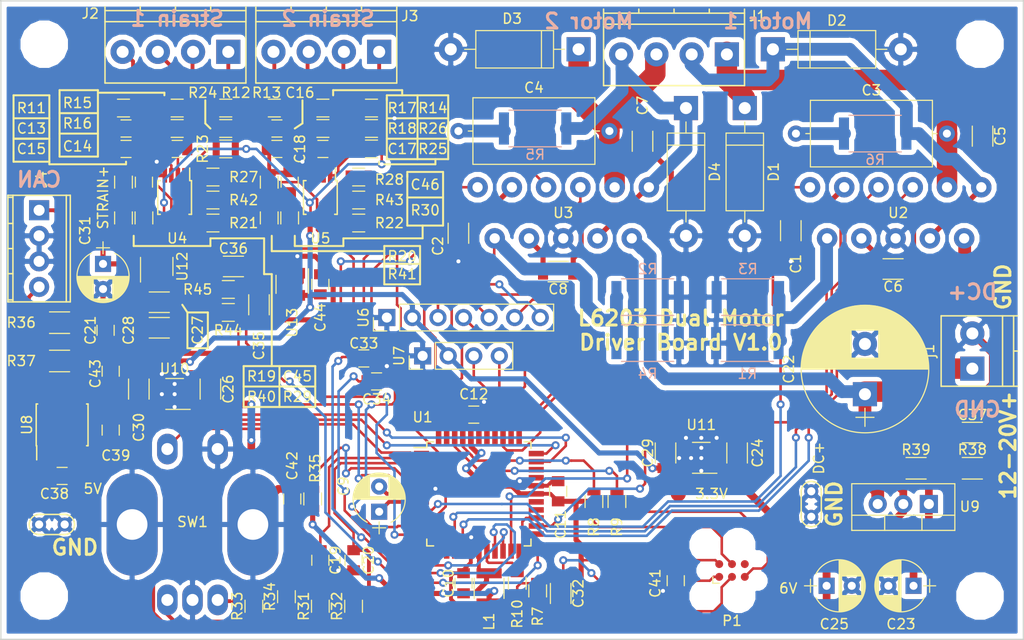
<source format=kicad_pcb>
(kicad_pcb (version 20171130) (host pcbnew 5.0.1-5.0.1)
  (layers (0 F.Cu signal) (31 B.Cu signal) (34 B.Paste user) (35 F.Paste user) (36 B.SilkS user) (37 F.SilkS user) (38 B.Mask user) (39 F.Mask user) (44 Edge.Cuts user))
  (net 0 "")
  (net 1 GND)
  (net 2 "Net-(C1-Pad1)")
  (net 3 "Net-(C2-Pad1)")
  (net 4 "Net-(C3-Pad1)")
  (net 5 "Net-(C3-Pad2)")
  (net 6 "Net-(C4-Pad2)")
  (net 7 "Net-(C4-Pad1)")
  (net 8 "Net-(C5-Pad2)")
  (net 9 "Net-(C6-Pad1)")
  (net 10 "Net-(C6-Pad2)")
  (net 11 "Net-(C7-Pad2)")
  (net 12 "Net-(C8-Pad1)")
  (net 13 "Net-(C8-Pad2)")
  (net 14 "Net-(C9-Pad1)")
  (net 15 +3V3)
  (net 16 "Net-(C13-Pad2)")
  (net 17 "Net-(C14-Pad2)")
  (net 18 "Net-(C16-Pad2)")
  (net 19 "Net-(C17-Pad2)")
  (net 20 /control/ENCA)
  (net 21 /control/ENCB)
  (net 22 "Net-(C21-Pad1)")
  (net 23 VCC)
  (net 24 "Net-(C23-Pad1)")
  (net 25 +6V)
  (net 26 "Net-(C28-Pad1)")
  (net 27 +5V)
  (net 28 VAA)
  (net 29 "Net-(C32-Pad1)")
  (net 30 /pressuresense/PRES1)
  (net 31 /pressuresense/PRES2)
  (net 32 "Net-(C35-Pad1)")
  (net 33 /pressuresense/VREF)
  (net 34 "Net-(C36-Pad2)")
  (net 35 "Net-(J2-Pad3)")
  (net 36 "Net-(J2-Pad4)")
  (net 37 "Net-(J2-Pad2)")
  (net 38 "Net-(J2-Pad1)")
  (net 39 "Net-(J3-Pad1)")
  (net 40 "Net-(J3-Pad2)")
  (net 41 "Net-(J3-Pad4)")
  (net 42 "Net-(J3-Pad3)")
  (net 43 "Net-(J4-Pad1)")
  (net 44 "Net-(J4-Pad4)")
  (net 45 "Net-(P1-Pad6)")
  (net 46 "Net-(P1-Pad5)")
  (net 47 "Net-(P1-Pad4)")
  (net 48 /MC7)
  (net 49 /MC8)
  (net 50 PGD)
  (net 51 PGC)
  (net 52 "Net-(R10-Pad1)")
  (net 53 "Net-(R19-Pad1)")
  (net 54 "Net-(R20-Pad1)")
  (net 55 "Net-(R21-Pad1)")
  (net 56 "Net-(R22-Pad1)")
  (net 57 "Net-(R23-Pad2)")
  (net 58 "Net-(R25-Pad2)")
  (net 59 "Net-(R27-Pad1)")
  (net 60 "Net-(R28-Pad1)")
  (net 61 "Net-(R31-Pad1)")
  (net 62 "Net-(R32-Pad1)")
  (net 63 /control/ENCSW)
  (net 64 /pressuresense/VREFPMW)
  (net 65 /control/DISPCS)
  (net 66 /control/DSPRST)
  (net 67 /control/SCL)
  (net 68 /control/SDA)
  (net 69 /control/SCK)
  (net 70 /control/SDI)
  (net 71 /control/SDO)
  (net 72 /io/CANTX)
  (net 73 /io/CANRX)
  (net 74 "Net-(U1-Pad31)")
  (net 75 "Net-(U1-Pad30)")
  (net 76 "Net-(U1-Pad27)")
  (net 77 "Net-(U1-Pad26)")
  (net 78 "Net-(U1-Pad23)")
  (net 79 "Net-(U1-Pad22)")
  (net 80 /MC1)
  (net 81 /MC2)
  (net 82 "Net-(U1-Pad13)")
  (net 83 "Net-(U1-Pad12)")
  (net 84 /MC3)
  (net 85 /MC4)
  (net 86 /MC5)
  (net 87 /MC6)
  (net 88 /io/CANSTBY)
  (net 89 "Net-(U10-Pad4)")
  (net 90 "Net-(U11-Pad4)")
  (net 91 "Net-(C10-Pad1)")
  (module Housings_QFP:TQFP-44_10x10mm_Pitch0.8mm (layer F.Cu) (at 136.144 111.506)
    (fp_text reference U1 (at -5.588 -7.62) (layer F.SilkS))
    (fp_text value dsPIC33EP128MC504)
    (pad 44 smd rect (at -4 -5.7 90) (size 1.5 0.55) (layers F.Cu F.Paste F.Mask) (net 65 /control/DISPCS))
    (pad 43 smd rect (at -3.2 -5.7 90) (size 1.5 0.55) (layers F.Cu F.Paste F.Mask) (net 66 /control/DSPRST))
    (pad 42 smd rect (at -2.4 -5.7 90) (size 1.5 0.55) (layers F.Cu F.Paste F.Mask) (net 51 PGC))
    (pad 41 smd rect (at -1.6 -5.7 90) (size 1.5 0.55) (layers F.Cu F.Paste F.Mask) (net 50 PGD))
    (pad 40 smd rect (at -0.8 -5.7 90) (size 1.5 0.55) (layers F.Cu F.Paste F.Mask) (net 15 +3V3))
    (pad 39 smd rect (at 0 -5.7 90) (size 1.5 0.55) (layers F.Cu F.Paste F.Mask) (net 1 GND))
    (pad 38 smd rect (at 0.8 -5.7 90) (size 1.5 0.55) (layers F.Cu F.Paste F.Mask) (net 67 /control/SCL))
    (pad 37 smd rect (at 1.6 -5.7 90) (size 1.5 0.55) (layers F.Cu F.Paste F.Mask) (net 68 /control/SDA))
    (pad 36 smd rect (at 2.4 -5.7 90) (size 1.5 0.55) (layers F.Cu F.Paste F.Mask) (net 69 /control/SCK))
    (pad 35 smd rect (at 3.2 -5.7 90) (size 1.5 0.55) (layers F.Cu F.Paste F.Mask) (net 70 /control/SDI))
    (pad 34 smd rect (at 4 -5.7 90) (size 1.5 0.55) (layers F.Cu F.Paste F.Mask) (net 71 /control/SDO))
    (pad 33 smd rect (at 5.7 -4) (size 1.5 0.55) (layers F.Cu F.Paste F.Mask) (net 72 /io/CANTX))
    (pad 32 smd rect (at 5.7 -3.2) (size 1.5 0.55) (layers F.Cu F.Paste F.Mask) (net 73 /io/CANRX))
    (pad 31 smd rect (at 5.7 -2.4) (size 1.5 0.55) (layers F.Cu F.Paste F.Mask) (net 74 "Net-(U1-Pad31)"))
    (pad 30 smd rect (at 5.7 -1.6) (size 1.5 0.55) (layers F.Cu F.Paste F.Mask) (net 75 "Net-(U1-Pad30)"))
    (pad 29 smd rect (at 5.7 -0.8) (size 1.5 0.55) (layers F.Cu F.Paste F.Mask) (net 1 GND))
    (pad 28 smd rect (at 5.7 0) (size 1.5 0.55) (layers F.Cu F.Paste F.Mask) (net 15 +3V3))
    (pad 27 smd rect (at 5.7 0.8) (size 1.5 0.55) (layers F.Cu F.Paste F.Mask) (net 76 "Net-(U1-Pad27)"))
    (pad 26 smd rect (at 5.7 1.6) (size 1.5 0.55) (layers F.Cu F.Paste F.Mask) (net 77 "Net-(U1-Pad26)"))
    (pad 25 smd rect (at 5.7 2.4) (size 1.5 0.55) (layers F.Cu F.Paste F.Mask) (net 33 /pressuresense/VREF))
    (pad 24 smd rect (at 5.7 3.2) (size 1.5 0.55) (layers F.Cu F.Paste F.Mask) (net 48 /MC7))
    (pad 23 smd rect (at 5.7 4) (size 1.5 0.55) (layers F.Cu F.Paste F.Mask) (net 78 "Net-(U1-Pad23)"))
    (pad 22 smd rect (at 4 5.7 90) (size 1.5 0.55) (layers F.Cu F.Paste F.Mask) (net 79 "Net-(U1-Pad22)"))
    (pad 21 smd rect (at 3.2 5.7 90) (size 1.5 0.55) (layers F.Cu F.Paste F.Mask) (net 49 /MC8))
    (pad 20 smd rect (at 2.4 5.7 90) (size 1.5 0.55) (layers F.Cu F.Paste F.Mask) (net 31 /pressuresense/PRES2))
    (pad 19 smd rect (at 1.6 5.7 90) (size 1.5 0.55) (layers F.Cu F.Paste F.Mask) (net 30 /pressuresense/PRES1))
    (pad 18 smd rect (at 0.8 5.7 90) (size 1.5 0.55) (layers F.Cu F.Paste F.Mask) (net 52 "Net-(R10-Pad1)"))
    (pad 17 smd rect (at 0 5.7 90) (size 1.5 0.55) (layers F.Cu F.Paste F.Mask) (net 91 "Net-(C10-Pad1)"))
    (pad 16 smd rect (at -0.8 5.7 90) (size 1.5 0.55) (layers F.Cu F.Paste F.Mask) (net 1 GND))
    (pad 15 smd rect (at -1.6 5.7 90) (size 1.5 0.55) (layers F.Cu F.Paste F.Mask) (net 80 /MC1))
    (pad 14 smd rect (at -2.4 5.7 90) (size 1.5 0.55) (layers F.Cu F.Paste F.Mask) (net 81 /MC2))
    (pad 13 smd rect (at -3.2 5.7 90) (size 1.5 0.55) (layers F.Cu F.Paste F.Mask) (net 82 "Net-(U1-Pad13)"))
    (pad 12 smd rect (at -4 5.7 90) (size 1.5 0.55) (layers F.Cu F.Paste F.Mask) (net 83 "Net-(U1-Pad12)"))
    (pad 11 smd rect (at -5.7 4) (size 1.5 0.55) (layers F.Cu F.Paste F.Mask) (net 84 /MC3))
    (pad 10 smd rect (at -5.7 3.2) (size 1.5 0.55) (layers F.Cu F.Paste F.Mask) (net 85 /MC4))
    (pad 9 smd rect (at -5.7 2.4) (size 1.5 0.55) (layers F.Cu F.Paste F.Mask) (net 86 /MC5))
    (pad 8 smd rect (at -5.7 1.6) (size 1.5 0.55) (layers F.Cu F.Paste F.Mask) (net 87 /MC6))
    (pad 7 smd rect (at -5.7 0.8) (size 1.5 0.55) (layers F.Cu F.Paste F.Mask) (net 14 "Net-(C9-Pad1)"))
    (pad 6 smd rect (at -5.7 0) (size 1.5 0.55) (layers F.Cu F.Paste F.Mask) (net 1 GND))
    (pad 5 smd rect (at -5.7 -0.8) (size 1.5 0.55) (layers F.Cu F.Paste F.Mask) (net 64 /pressuresense/VREFPMW))
    (pad 4 smd rect (at -5.7 -1.6) (size 1.5 0.55) (layers F.Cu F.Paste F.Mask) (net 63 /control/ENCSW))
    (pad 3 smd rect (at -5.7 -2.4) (size 1.5 0.55) (layers F.Cu F.Paste F.Mask) (net 21 /control/ENCB))
    (pad 2 smd rect (at -5.7 -3.2) (size 1.5 0.55) (layers F.Cu F.Paste F.Mask) (net 20 /control/ENCA))
    (pad 1 smd rect (at -5.7 -4) (size 1.5 0.55) (layers F.Cu F.Paste F.Mask) (net 88 /io/CANSTBY))
  )
  (module MikeFootprintLibrary:PEC12R-4xxxF-Sxxx (layer F.Cu) (at 107.696 114.554)
    (fp_text reference SW1 (at 0 -0.254) (layer F.SilkS))
    (fp_text value PEC12R-2225F-S0024)
    (pad C thru_hole oval (at 0 7.5 90) (size 3.048 2.032) (drill 1.1938) (layers *.Cu *.Mask) (net 1 GND))
    (pad B thru_hole oval (at 2.5 7.5 90) (size 3.048 2.032) (drill 1.1938) (layers *.Cu *.Mask) (net 62 "Net-(R32-Pad1)"))
    (pad A thru_hole oval (at -2.5 7.5 90) (size 3.048 2.032) (drill 1.1938) (layers *.Cu *.Mask) (net 61 "Net-(R31-Pad1)"))
    (pad S2 thru_hole oval (at 2.5 -7.5 90) (size 3.048 2.032) (drill 1.1938) (layers *.Cu *.Mask) (net 1 GND))
    (pad S1 thru_hole oval (at -2.5 -7.5 90) (size 3.048 2.032) (drill 1.1938) (layers *.Cu *.Mask) (net 63 /control/ENCSW))
    (pad "" thru_hole oval (at -6 0 90) (size 10.16 5.08) (drill 3.048) (layers *.Cu *.Mask) (net 1 GND))
    (pad "" thru_hole oval (at 6 0 90) (size 10.16 5.08) (drill 3.048) (layers *.Cu *.Mask) (net 1 GND))
  )
  (module Capacitors_SMD:C_0805 (layer F.Cu) (at 99.568 105.172 90)
    (fp_text reference C39 (at -2.524 0.508 180) (layer F.SilkS))
    (fp_text value C)
    (pad 2 smd rect (at 1 0 90) (size 1 1.25) (layers F.Cu F.Paste F.Mask) (net 1 GND))
    (pad 1 smd rect (at -1 0 90) (size 1 1.25) (layers F.Cu F.Paste F.Mask) (net 27 +5V))
  )
  (module Capacitors_SMD:C_1206 (layer F.Cu) (at 167.132 85.344 270)
    (fp_text reference C1 (at 3.302 -0.508 270) (layer F.SilkS))
    (fp_text value C)
    (pad 2 smd rect (at 1.5 0 270) (size 1 1.6) (layers F.Cu F.Paste F.Mask) (net 1 GND))
    (pad 1 smd rect (at -1.5 0 270) (size 1 1.6) (layers F.Cu F.Paste F.Mask) (net 2 "Net-(C1-Pad1)"))
  )
  (module Capacitors_SMD:C_1206 (layer F.Cu) (at 134.112 85.598 270)
    (fp_text reference C2 (at 1.27 2.032 270) (layer F.SilkS))
    (fp_text value C)
    (pad 1 smd rect (at -1.5 0 270) (size 1 1.6) (layers F.Cu F.Paste F.Mask) (net 3 "Net-(C2-Pad1)"))
    (pad 2 smd rect (at 1.5 0 270) (size 1 1.6) (layers F.Cu F.Paste F.Mask) (net 1 GND))
  )
  (module Capacitors_THT:C_Axial_L12.0mm_D6.5mm_P15.00mm_Horizontal (layer F.Cu) (at 167.64 75.692)
    (fp_text reference C3 (at 7.5 -4.31) (layer F.SilkS))
    (fp_text value C)
    (pad 1 thru_hole circle (at 0 0) (size 1.6 1.6) (drill 0.8) (layers *.Cu *.Mask) (net 4 "Net-(C3-Pad1)"))
    (pad 2 thru_hole oval (at 15 0) (size 1.6 1.6) (drill 0.8) (layers *.Cu *.Mask) (net 5 "Net-(C3-Pad2)"))
  )
  (module Capacitors_THT:C_Axial_L12.0mm_D6.5mm_P15.00mm_Horizontal (layer F.Cu) (at 134.112 75.438)
    (fp_text reference C4 (at 7.5 -4.31) (layer F.SilkS))
    (fp_text value C)
    (pad 2 thru_hole oval (at 15 0) (size 1.6 1.6) (drill 0.8) (layers *.Cu *.Mask) (net 6 "Net-(C4-Pad2)"))
    (pad 1 thru_hole circle (at 0 0) (size 1.6 1.6) (drill 0.8) (layers *.Cu *.Mask) (net 7 "Net-(C4-Pad1)"))
  )
  (module Capacitors_SMD:C_1206 (layer F.Cu) (at 186.182 75.946 270)
    (fp_text reference C5 (at 0 -1.75 270) (layer F.SilkS))
    (fp_text value C)
    (pad 2 smd rect (at 1.5 0 270) (size 1 1.6) (layers F.Cu F.Paste F.Mask) (net 8 "Net-(C5-Pad2)"))
    (pad 1 smd rect (at -1.5 0 270) (size 1 1.6) (layers F.Cu F.Paste F.Mask) (net 5 "Net-(C3-Pad2)"))
  )
  (module Capacitors_SMD:C_1206 (layer F.Cu) (at 177.292 89.154 180)
    (fp_text reference C6 (at 0 -1.75 180) (layer F.SilkS))
    (fp_text value C)
    (pad 1 smd rect (at -1.5 0 180) (size 1 1.6) (layers F.Cu F.Paste F.Mask) (net 9 "Net-(C6-Pad1)"))
    (pad 2 smd rect (at 1.5 0 180) (size 1 1.6) (layers F.Cu F.Paste F.Mask) (net 10 "Net-(C6-Pad2)"))
  )
  (module Capacitors_SMD:C_1206 (layer F.Cu) (at 152.4 76.454 270)
    (fp_text reference C7 (at -3.556 0 270) (layer F.SilkS))
    (fp_text value C)
    (pad 2 smd rect (at 1.5 0 270) (size 1 1.6) (layers F.Cu F.Paste F.Mask) (net 11 "Net-(C7-Pad2)"))
    (pad 1 smd rect (at -1.5 0 270) (size 1 1.6) (layers F.Cu F.Paste F.Mask) (net 6 "Net-(C4-Pad2)"))
  )
  (module Capacitors_SMD:C_1206 (layer F.Cu) (at 144.018 89.408 180)
    (fp_text reference C8 (at 0 -1.75 180) (layer F.SilkS))
    (fp_text value C)
    (pad 1 smd rect (at -1.5 0 180) (size 1 1.6) (layers F.Cu F.Paste F.Mask) (net 12 "Net-(C8-Pad1)"))
    (pad 2 smd rect (at 1.5 0 180) (size 1 1.6) (layers F.Cu F.Paste F.Mask) (net 13 "Net-(C8-Pad2)"))
  )
  (module Capacitors_THT:CP_Radial_D5.0mm_P2.50mm (layer F.Cu) (at 126.238 113.284 90)
    (fp_text reference C9 (at 2.54 -3.556 90) (layer F.SilkS))
    (fp_text value CP)
    (pad 2 thru_hole circle (at 2.5 0 90) (size 1.6 1.6) (drill 0.8) (layers *.Cu *.Mask) (net 1 GND))
    (pad 1 thru_hole rect (at 0 0 90) (size 1.6 1.6) (drill 0.8) (layers *.Cu *.Mask) (net 14 "Net-(C9-Pad1)"))
  )
  (module Capacitors_SMD:C_0805 (layer F.Cu) (at 144.018 111.252 90)
    (fp_text reference C11 (at -3.302 0.254 90) (layer F.SilkS))
    (fp_text value C)
    (pad 1 smd rect (at -1 0 90) (size 1 1.25) (layers F.Cu F.Paste F.Mask) (net 15 +3V3))
    (pad 2 smd rect (at 1 0 90) (size 1 1.25) (layers F.Cu F.Paste F.Mask) (net 1 GND))
  )
  (module Capacitors_SMD:C_0805 (layer F.Cu) (at 135.636 103.632)
    (fp_text reference C12 (at 0 -2.032) (layer F.SilkS))
    (fp_text value C)
    (pad 2 smd rect (at 1 0) (size 1 1.25) (layers F.Cu F.Paste F.Mask) (net 1 GND))
    (pad 1 smd rect (at -1 0) (size 1 1.25) (layers F.Cu F.Paste F.Mask) (net 15 +3V3))
  )
  (module Capacitors_SMD:C_0805 (layer F.Cu) (at 101.092 75.184)
    (fp_text reference C13 (at -9.398 0) (layer F.SilkS))
    (fp_text value C_Small)
    (pad 2 smd rect (at 1 0) (size 1 1.25) (layers F.Cu F.Paste F.Mask) (net 16 "Net-(C13-Pad2)"))
    (pad 1 smd rect (at -1 0) (size 1 1.25) (layers F.Cu F.Paste F.Mask) (net 1 GND))
  )
  (module Capacitors_SMD:C_0805 (layer F.Cu) (at 106.172 77.216 180)
    (fp_text reference C14 (at 9.906 0.254) (layer F.SilkS))
    (fp_text value C_Small)
    (pad 1 smd rect (at -1 0 180) (size 1 1.25) (layers F.Cu F.Paste F.Mask) (net 16 "Net-(C13-Pad2)"))
    (pad 2 smd rect (at 1 0 180) (size 1 1.25) (layers F.Cu F.Paste F.Mask) (net 17 "Net-(C14-Pad2)"))
  )
  (module Capacitors_SMD:C_0805 (layer F.Cu) (at 101.092 77.216 180)
    (fp_text reference C15 (at 9.398 0 180) (layer F.SilkS))
    (fp_text value C_Small)
    (pad 2 smd rect (at 1 0 180) (size 1 1.25) (layers F.Cu F.Paste F.Mask) (net 1 GND))
    (pad 1 smd rect (at -1 0 180) (size 1 1.25) (layers F.Cu F.Paste F.Mask) (net 17 "Net-(C14-Pad2)"))
  )
  (module Capacitors_SMD:C_0805 (layer F.Cu) (at 116.078 75.184)
    (fp_text reference C16 (at 2.286 -3.556 180) (layer F.SilkS))
    (fp_text value C_Small)
    (pad 1 smd rect (at -1 0) (size 1 1.25) (layers F.Cu F.Paste F.Mask) (net 1 GND))
    (pad 2 smd rect (at 1 0) (size 1 1.25) (layers F.Cu F.Paste F.Mask) (net 18 "Net-(C16-Pad2)"))
  )
  (module Capacitors_SMD:C_0805 (layer F.Cu) (at 120.65 77.216 180)
    (fp_text reference C17 (at -7.874 0) (layer F.SilkS))
    (fp_text value C_Small)
    (pad 2 smd rect (at 1 0 180) (size 1 1.25) (layers F.Cu F.Paste F.Mask) (net 19 "Net-(C17-Pad2)"))
    (pad 1 smd rect (at -1 0 180) (size 1 1.25) (layers F.Cu F.Paste F.Mask) (net 18 "Net-(C16-Pad2)"))
  )
  (module Capacitors_SMD:C_0805 (layer F.Cu) (at 116.078 77.216 180)
    (fp_text reference C18 (at -2.286 0 270) (layer F.SilkS))
    (fp_text value C_Small)
    (pad 2 smd rect (at 1 0 180) (size 1 1.25) (layers F.Cu F.Paste F.Mask) (net 1 GND))
    (pad 1 smd rect (at -1 0 180) (size 1 1.25) (layers F.Cu F.Paste F.Mask) (net 19 "Net-(C17-Pad2)"))
  )
  (module Capacitors_SMD:C_0805 (layer F.Cu) (at 120.396 118.11 270)
    (fp_text reference C19 (at 0 -1.5 270) (layer F.SilkS))
    (fp_text value C)
    (pad 2 smd rect (at 1 0 270) (size 1 1.25) (layers F.Cu F.Paste F.Mask) (net 1 GND))
    (pad 1 smd rect (at -1 0 270) (size 1 1.25) (layers F.Cu F.Paste F.Mask) (net 20 /control/ENCA))
  )
  (module Capacitors_SMD:C_0805 (layer F.Cu) (at 123.698 118.11 270)
    (fp_text reference C20 (at 0 -1.5 270) (layer F.SilkS))
    (fp_text value C)
    (pad 1 smd rect (at -1 0 270) (size 1 1.25) (layers F.Cu F.Paste F.Mask) (net 21 /control/ENCB))
    (pad 2 smd rect (at 1 0 270) (size 1 1.25) (layers F.Cu F.Paste F.Mask) (net 1 GND))
  )
  (module Capacitors_SMD:C_0805 (layer F.Cu) (at 99.06 95.25 90)
    (fp_text reference C21 (at 0 -1.5 90) (layer F.SilkS))
    (fp_text value C)
    (pad 2 smd rect (at 1 0 90) (size 1 1.25) (layers F.Cu F.Paste F.Mask) (net 1 GND))
    (pad 1 smd rect (at -1 0 90) (size 1 1.25) (layers F.Cu F.Paste F.Mask) (net 22 "Net-(C21-Pad1)"))
  )
  (module Capacitors_THT:CP_Radial_D12.5mm_P5.00mm (layer F.Cu) (at 174.498 101.6 90)
    (fp_text reference C22 (at 2.5 -7.56 90) (layer F.SilkS))
    (fp_text value CP)
    (pad 2 thru_hole circle (at 5 0 90) (size 2.4 2.4) (drill 1.2) (layers *.Cu *.Mask) (net 1 GND))
    (pad 1 thru_hole rect (at 0 0 90) (size 2.4 2.4) (drill 1.2) (layers *.Cu *.Mask) (net 23 VCC))
  )
  (module Capacitors_THT:CP_Radial_D5.0mm_P2.50mm (layer F.Cu) (at 179.324 120.65 180)
    (fp_text reference C23 (at 1.25 -3.81 180) (layer F.SilkS))
    (fp_text value CP)
    (pad 2 thru_hole circle (at 2.5 0 180) (size 1.6 1.6) (drill 0.8) (layers *.Cu *.Mask) (net 1 GND))
    (pad 1 thru_hole rect (at 0 0 180) (size 1.6 1.6) (drill 0.8) (layers *.Cu *.Mask) (net 24 "Net-(C23-Pad1)"))
  )
  (module Capacitors_SMD:C_1206 (layer F.Cu) (at 161.798 107.442 90)
    (fp_text reference C24 (at 0 2.032 90) (layer F.SilkS))
    (fp_text value C)
    (pad 2 smd rect (at 1.5 0 90) (size 1 1.6) (layers F.Cu F.Paste F.Mask) (net 1 GND))
    (pad 1 smd rect (at -1.5 0 90) (size 1 1.6) (layers F.Cu F.Paste F.Mask) (net 25 +6V))
  )
  (module Capacitors_THT:CP_Radial_D5.0mm_P2.50mm (layer F.Cu) (at 170.688 120.65)
    (fp_text reference C25 (at 0.762 3.81) (layer F.SilkS))
    (fp_text value CP)
    (pad 1 thru_hole rect (at 0 0) (size 1.6 1.6) (drill 0.8) (layers *.Cu *.Mask) (net 25 +6V))
    (pad 2 thru_hole circle (at 2.5 0) (size 1.6 1.6) (drill 0.8) (layers *.Cu *.Mask) (net 1 GND))
  )
  (module Capacitors_SMD:C_1206 (layer F.Cu) (at 109.474 101.092 90)
    (fp_text reference C26 (at 0 1.778 90) (layer F.SilkS))
    (fp_text value C)
    (pad 2 smd rect (at 1.5 0 90) (size 1 1.6) (layers F.Cu F.Paste F.Mask) (net 1 GND))
    (pad 1 smd rect (at -1.5 0 90) (size 1 1.6) (layers F.Cu F.Paste F.Mask) (net 25 +6V))
  )
  (module Capacitors_SMD:C_1206 (layer F.Cu) (at 104.394 92.456 180)
    (fp_text reference C27 (at -3.81 -2.794 270) (layer F.SilkS))
    (fp_text value C_Small)
    (pad 1 smd rect (at -1.5 0 180) (size 1 1.6) (layers F.Cu F.Paste F.Mask) (net 25 +6V))
    (pad 2 smd rect (at 1.5 0 180) (size 1 1.6) (layers F.Cu F.Paste F.Mask) (net 1 GND))
  )
  (module Capacitors_SMD:C_1206 (layer F.Cu) (at 104.394 94.996 180)
    (fp_text reference C28 (at 3.048 -0.254 270) (layer F.SilkS))
    (fp_text value C_Small)
    (pad 1 smd rect (at -1.5 0 180) (size 1 1.6) (layers F.Cu F.Paste F.Mask) (net 26 "Net-(C28-Pad1)"))
    (pad 2 smd rect (at 1.5 0 180) (size 1 1.6) (layers F.Cu F.Paste F.Mask) (net 1 GND))
  )
  (module Capacitors_SMD:C_1206 (layer F.Cu) (at 154.686 107.442 90)
    (fp_text reference C29 (at 0 -1.75 90) (layer F.SilkS))
    (fp_text value C)
    (pad 2 smd rect (at 1.5 0 90) (size 1 1.6) (layers F.Cu F.Paste F.Mask) (net 1 GND))
    (pad 1 smd rect (at -1.5 0 90) (size 1 1.6) (layers F.Cu F.Paste F.Mask) (net 15 +3V3))
  )
  (module Capacitors_SMD:C_1206 (layer F.Cu) (at 102.362 101.092 90)
    (fp_text reference C30 (at -3.81 0 90) (layer F.SilkS))
    (fp_text value C)
    (pad 1 smd rect (at -1.5 0 90) (size 1 1.6) (layers F.Cu F.Paste F.Mask) (net 27 +5V))
    (pad 2 smd rect (at 1.5 0 90) (size 1 1.6) (layers F.Cu F.Paste F.Mask) (net 1 GND))
  )
  (module Capacitors_THT:CP_Radial_D5.0mm_P2.50mm (layer F.Cu) (at 98.806 88.646 270)
    (fp_text reference C31 (at -3.302 1.778 270) (layer F.SilkS))
    (fp_text value CP)
    (pad 1 thru_hole rect (at 0 0 270) (size 1.6 1.6) (drill 0.8) (layers *.Cu *.Mask) (net 28 VAA))
    (pad 2 thru_hole circle (at 2.5 0 270) (size 1.6 1.6) (drill 0.8) (layers *.Cu *.Mask) (net 1 GND))
  )
  (module Capacitors_SMD:C_1206 (layer F.Cu) (at 144.272 121.412 270)
    (fp_text reference C32 (at 0 -1.75 270) (layer F.SilkS))
    (fp_text value C_Small)
    (pad 2 smd rect (at 1.5 0 270) (size 1 1.6) (layers F.Cu F.Paste F.Mask) (net 1 GND))
    (pad 1 smd rect (at -1.5 0 270) (size 1 1.6) (layers F.Cu F.Paste F.Mask) (net 29 "Net-(C32-Pad1)"))
  )
  (module Capacitors_SMD:C_0805 (layer F.Cu) (at 124.714 98.044)
    (fp_text reference C33 (at 0 -1.5) (layer F.SilkS))
    (fp_text value C)
    (pad 2 smd rect (at 1 0) (size 1 1.25) (layers F.Cu F.Paste F.Mask) (net 1 GND))
    (pad 1 smd rect (at -1 0) (size 1 1.25) (layers F.Cu F.Paste F.Mask) (net 30 /pressuresense/PRES1))
  )
  (module Capacitors_SMD:C_0805 (layer F.Cu) (at 125.984 100.33)
    (fp_text reference C34 (at 0 1.778) (layer F.SilkS))
    (fp_text value C)
    (pad 1 smd rect (at -1 0) (size 1 1.25) (layers F.Cu F.Paste F.Mask) (net 31 /pressuresense/PRES2))
    (pad 2 smd rect (at 1 0) (size 1 1.25) (layers F.Cu F.Paste F.Mask) (net 1 GND))
  )
  (module Capacitors_SMD:C_1206 (layer F.Cu) (at 114.3 92.71 270)
    (fp_text reference C35 (at 4.064 0 270) (layer F.SilkS))
    (fp_text value C)
    (pad 2 smd rect (at 1.5 0 270) (size 1 1.6) (layers F.Cu F.Paste F.Mask) (net 1 GND))
    (pad 1 smd rect (at -1.5 0 270) (size 1 1.6) (layers F.Cu F.Paste F.Mask) (net 32 "Net-(C35-Pad1)"))
  )
  (module Capacitors_SMD:C_1206 (layer F.Cu) (at 111.76 88.9 180)
    (fp_text reference C36 (at 0 1.778 180) (layer F.SilkS))
    (fp_text value C)
    (pad 1 smd rect (at -1.5 0 180) (size 1 1.6) (layers F.Cu F.Paste F.Mask) (net 33 /pressuresense/VREF))
    (pad 2 smd rect (at 1.5 0 180) (size 1 1.6) (layers F.Cu F.Paste F.Mask) (net 34 "Net-(C36-Pad2)"))
  )
  (module Capacitors_SMD:C_1206 (layer F.Cu) (at 185.166 105.41)
    (fp_text reference C37 (at 0 -1.75) (layer F.SilkS))
    (fp_text value C)
    (pad 1 smd rect (at -1.5 0) (size 1 1.6) (layers F.Cu F.Paste F.Mask) (net 23 VCC))
    (pad 2 smd rect (at 1.5 0) (size 1 1.6) (layers F.Cu F.Paste F.Mask) (net 1 GND))
  )
  (module Capacitors_SMD:C_0805 (layer F.Cu) (at 94.742 109.728 180)
    (fp_text reference C38 (at 0.762 -1.778 180) (layer F.SilkS))
    (fp_text value C)
    (pad 1 smd rect (at -1 0 180) (size 1 1.25) (layers F.Cu F.Paste F.Mask) (net 27 +5V))
    (pad 2 smd rect (at 1 0 180) (size 1 1.25) (layers F.Cu F.Paste F.Mask) (net 1 GND))
  )
  (module Capacitors_SMD:C_0805 (layer F.Cu) (at 155.702 120.142 270)
    (fp_text reference C41 (at 0.254 2.032 270) (layer F.SilkS))
    (fp_text value C)
    (pad 2 smd rect (at 1 0 270) (size 1 1.25) (layers F.Cu F.Paste F.Mask) (net 1 GND))
    (pad 1 smd rect (at -1 0 270) (size 1 1.25) (layers F.Cu F.Paste F.Mask) (net 15 +3V3))
  )
  (module Capacitors_SMD:C_0805 (layer F.Cu) (at 117.602 112.014 90)
    (fp_text reference C42 (at 3.302 0 90) (layer F.SilkS))
    (fp_text value C)
    (pad 1 smd rect (at -1 0 90) (size 1 1.25) (layers F.Cu F.Paste F.Mask) (net 15 +3V3))
    (pad 2 smd rect (at 1 0 90) (size 1 1.25) (layers F.Cu F.Paste F.Mask) (net 1 GND))
  )
  (module Capacitors_SMD:C_0805 (layer F.Cu) (at 99.568 99.314 270)
    (fp_text reference C43 (at 0.254 1.524 270) (layer F.SilkS))
    (fp_text value C)
    (pad 2 smd rect (at 1 0 270) (size 1 1.25) (layers F.Cu F.Paste F.Mask) (net 1 GND))
    (pad 1 smd rect (at -1 0 270) (size 1 1.25) (layers F.Cu F.Paste F.Mask) (net 15 +3V3))
  )
  (module Capacitors_SMD:C_0805 (layer F.Cu) (at 120.396 90.678 90)
    (fp_text reference C44 (at -3.302 0 90) (layer F.SilkS))
    (fp_text value C)
    (pad 1 smd rect (at -1 0 90) (size 1 1.25) (layers F.Cu F.Paste F.Mask) (net 15 +3V3))
    (pad 2 smd rect (at 1 0 90) (size 1 1.25) (layers F.Cu F.Paste F.Mask) (net 1 GND))
  )
  (module Capacitors_SMD:C_0805 (layer F.Cu) (at 102.87 80.518 90)
    (fp_text reference C45 (at -19.304 15.24 180) (layer F.SilkS))
    (fp_text value C)
    (pad 2 smd rect (at 1 0 90) (size 1 1.25) (layers F.Cu F.Paste F.Mask) (net 1 GND))
    (pad 1 smd rect (at -1 0 90) (size 1 1.25) (layers F.Cu F.Paste F.Mask) (net 15 +3V3))
  )
  (module Capacitors_SMD:C_0805 (layer F.Cu) (at 117.348 80.518 90)
    (fp_text reference C46 (at -0.254 13.462 180) (layer F.SilkS))
    (fp_text value C)
    (pad 1 smd rect (at -1 0 90) (size 1 1.25) (layers F.Cu F.Paste F.Mask) (net 15 +3V3))
    (pad 2 smd rect (at 1 0 90) (size 1 1.25) (layers F.Cu F.Paste F.Mask) (net 1 GND))
  )
  (module Diodes_THT:D_DO-15_P12.70mm_Horizontal (layer F.Cu) (at 162.56 73.152 270)
    (fp_text reference D1 (at 6.35 -2.86 270) (layer F.SilkS))
    (fp_text value D)
    (pad 2 thru_hole oval (at 12.7 0 270) (size 2.4 2.4) (drill 1.2) (layers *.Cu *.Mask) (net 1 GND))
    (pad 1 thru_hole rect (at 0 0 270) (size 2.4 2.4) (drill 1.2) (layers *.Cu *.Mask) (net 5 "Net-(C3-Pad2)"))
  )
  (module Diodes_THT:D_DO-15_P12.70mm_Horizontal (layer F.Cu) (at 165.354 67.31)
    (fp_text reference D2 (at 6.35 -2.86) (layer F.SilkS))
    (fp_text value D)
    (pad 1 thru_hole rect (at 0 0) (size 2.4 2.4) (drill 1.2) (layers *.Cu *.Mask) (net 9 "Net-(C6-Pad1)"))
    (pad 2 thru_hole oval (at 12.7 0) (size 2.4 2.4) (drill 1.2) (layers *.Cu *.Mask) (net 1 GND))
  )
  (module Diodes_THT:D_DO-15_P12.70mm_Horizontal (layer F.Cu) (at 146.05 67.31 180)
    (fp_text reference D3 (at 6.604 3.048 180) (layer F.SilkS))
    (fp_text value D)
    (pad 1 thru_hole rect (at 0 0 180) (size 2.4 2.4) (drill 1.2) (layers *.Cu *.Mask) (net 6 "Net-(C4-Pad2)"))
    (pad 2 thru_hole oval (at 12.7 0 180) (size 2.4 2.4) (drill 1.2) (layers *.Cu *.Mask) (net 1 GND))
  )
  (module Diodes_THT:D_DO-15_P12.70mm_Horizontal (layer F.Cu) (at 156.718 73.152 270)
    (fp_text reference D4 (at 6.35 -2.86 270) (layer F.SilkS))
    (fp_text value D)
    (pad 2 thru_hole oval (at 12.7 0 270) (size 2.4 2.4) (drill 1.2) (layers *.Cu *.Mask) (net 1 GND))
    (pad 1 thru_hole rect (at 0 0 270) (size 2.4 2.4) (drill 1.2) (layers *.Cu *.Mask) (net 12 "Net-(C8-Pad1)"))
  )
  (module TerminalBlocks_Phoenix:TerminalBlock_Phoenix_PT-3.5mm_2pol (layer F.Cu) (at 185.166 99.06 90)
    (fp_text reference j1 (at 1.75 -4.3 90) (layer F.SilkS))
    (fp_text value PowerScrewTerm)
    (pad 1 thru_hole rect (at 0 0 90) (size 2.4 2.4) (drill 1.2) (layers *.Cu *.Mask) (net 23 VCC))
    (pad 2 thru_hole circle (at 3.5 0 90) (size 2.4 2.4) (drill 1.2) (layers *.Cu *.Mask) (net 1 GND))
  )
  (module TerminalBlocks_Phoenix:TerminalBlock_Phoenix_PT-3.5mm_4pol (layer F.Cu) (at 160.782 67.818 180)
    (fp_text reference J1 (at -3.048 3.81 180) (layer F.SilkS))
    (fp_text value Conn_01x04)
    (pad 1 thru_hole rect (at 0 0 180) (size 2.4 2.4) (drill 1.2) (layers *.Cu *.Mask) (net 5 "Net-(C3-Pad2)"))
    (pad 2 thru_hole circle (at 3.5 0 180) (size 2.4 2.4) (drill 1.2) (layers *.Cu *.Mask) (net 9 "Net-(C6-Pad1)"))
    (pad 4 thru_hole circle (at 10.5 0 180) (size 2.4 2.4) (drill 1.2) (layers *.Cu *.Mask) (net 12 "Net-(C8-Pad1)"))
    (pad 3 thru_hole circle (at 7 0 180) (size 2.4 2.4) (drill 1.2) (layers *.Cu *.Mask) (net 6 "Net-(C4-Pad2)"))
  )
  (module TerminalBlocks_Phoenix:TerminalBlock_Phoenix_PT-3.5mm_4pol (layer F.Cu) (at 111.252 67.564 180)
    (fp_text reference J2 (at 13.716 3.81 180) (layer F.SilkS))
    (fp_text value Screw_Terminal_01x04)
    (pad 3 thru_hole circle (at 7 0 180) (size 2.4 2.4) (drill 1.2) (layers *.Cu *.Mask) (net 35 "Net-(J2-Pad3)"))
    (pad 4 thru_hole circle (at 10.5 0 180) (size 2.4 2.4) (drill 1.2) (layers *.Cu *.Mask) (net 36 "Net-(J2-Pad4)"))
    (pad 2 thru_hole circle (at 3.5 0 180) (size 2.4 2.4) (drill 1.2) (layers *.Cu *.Mask) (net 37 "Net-(J2-Pad2)"))
    (pad 1 thru_hole rect (at 0 0 180) (size 2.4 2.4) (drill 1.2) (layers *.Cu *.Mask) (net 38 "Net-(J2-Pad1)"))
  )
  (module TerminalBlocks_Phoenix:TerminalBlock_Phoenix_PT-3.5mm_4pol (layer F.Cu) (at 126.238 67.564 180)
    (fp_text reference J3 (at -3.048 3.556 180) (layer F.SilkS))
    (fp_text value Screw_Terminal_01x04)
    (pad 1 thru_hole rect (at 0 0 180) (size 2.4 2.4) (drill 1.2) (layers *.Cu *.Mask) (net 39 "Net-(J3-Pad1)"))
    (pad 2 thru_hole circle (at 3.5 0 180) (size 2.4 2.4) (drill 1.2) (layers *.Cu *.Mask) (net 40 "Net-(J3-Pad2)"))
    (pad 4 thru_hole circle (at 10.5 0 180) (size 2.4 2.4) (drill 1.2) (layers *.Cu *.Mask) (net 41 "Net-(J3-Pad4)"))
    (pad 3 thru_hole circle (at 7 0 180) (size 2.4 2.4) (drill 1.2) (layers *.Cu *.Mask) (net 42 "Net-(J3-Pad3)"))
  )
  (module TerminalBlocks_Phoenix:TerminalBlock_Phoenix_MPT-2.54mm_4pol (layer F.Cu) (at 92.456 83.312 270)
    (fp_text reference J4 (at -3.048 -0.254 270) (layer F.SilkS))
    (fp_text value Conn_01x04_Male)
    (pad 3 thru_hole oval (at 5.08 0 90) (size 1.99898 1.99898) (drill 1.09728) (layers *.Cu *.Mask) (net 1 GND))
    (pad 2 thru_hole oval (at 2.54 0 90) (size 1.99898 1.99898) (drill 1.09728) (layers *.Cu *.Mask) (net 1 GND))
    (pad 1 thru_hole rect (at 0 0 90) (size 1.99898 1.99898) (drill 1.09728) (layers *.Cu *.Mask) (net 43 "Net-(J4-Pad1)"))
    (pad 4 thru_hole oval (at 7.62 0 90) (size 1.99898 1.99898) (drill 1.09728) (layers *.Cu *.Mask) (net 44 "Net-(J4-Pad4)"))
  )
  (module Capacitors_SMD:C_1210 (layer F.Cu) (at 137.16 120.904 90)
    (fp_text reference L1 (at -3.302 0 90) (layer F.SilkS))
    (fp_text value LPower)
    (pad 2 smd rect (at 1.5 0 90) (size 1 2.5) (layers F.Cu F.Paste F.Mask) (net 91 "Net-(C10-Pad1)"))
    (pad 1 smd rect (at -1.5 0 90) (size 1 2.5) (layers F.Cu F.Paste F.Mask) (net 15 +3V3))
  )
  (module Connectors:Tag-Connect_TC2030-IDC-FP (layer F.Cu) (at 161.29 119.126)
    (fp_text reference P1 (at 0 5) (layer F.SilkS))
    (fp_text value TC2030-MCP)
    (pad 6 connect circle (at 1.27 -0.635) (size 0.7874 0.7874) (layers F.Cu F.Mask) (net 45 "Net-(P1-Pad6)"))
    (pad 5 connect circle (at 1.27 0.635) (size 0.7874 0.7874) (layers F.Cu F.Mask) (net 46 "Net-(P1-Pad5)"))
    (pad 4 connect circle (at 0 -0.635) (size 0.7874 0.7874) (layers F.Cu F.Mask) (net 47 "Net-(P1-Pad4)"))
    (pad 3 connect circle (at 0 0.635) (size 0.7874 0.7874) (layers F.Cu F.Mask) (net 1 GND))
    (pad 2 connect circle (at -1.27 -0.635) (size 0.7874 0.7874) (layers F.Cu F.Mask) (net 15 +3V3))
    (pad 1 connect circle (at -1.27 0.635) (size 0.7874 0.7874) (layers F.Cu F.Mask) (net 29 "Net-(C32-Pad1)"))
    (pad "" np_thru_hole circle (at -2.54 0) (size 0.9906 0.9906) (drill 0.9906) (layers *.Cu *.Mask))
    (pad "" np_thru_hole circle (at 2.54 1.016) (size 0.9906 0.9906) (drill 0.9906) (layers *.Cu *.Mask))
    (pad "" np_thru_hole circle (at 2.54 -1.016) (size 0.9906 0.9906) (drill 0.9906) (layers *.Cu *.Mask))
    (pad "" np_thru_hole circle (at 0.635 2.54) (size 2.3749 2.3749) (drill 2.3749) (layers *.Cu *.Mask))
    (pad "" np_thru_hole circle (at 0.635 -2.54) (size 2.3749 2.3749) (drill 2.3749) (layers *.Cu *.Mask))
    (pad "" np_thru_hole circle (at -2.54 -2.54) (size 2.3749 2.3749) (drill 2.3749) (layers *.Cu *.Mask))
    (pad "" np_thru_hole circle (at -2.54 2.54) (size 2.3749 2.3749) (drill 2.3749) (layers *.Cu *.Mask))
  )
  (module Resistors_SMD:R_2512 (layer B.Cu) (at 162.814 96.52 180)
    (fp_text reference R1 (at 0 -3.048 180) (layer B.SilkS) (effects (justify mirror)))
    (fp_text value R)
    (pad 2 smd rect (at 3.1 0 180) (size 1 3.2) (layers B.Cu B.Paste B.Mask) (net 1 GND))
    (pad 1 smd rect (at -3.1 0 180) (size 1 3.2) (layers B.Cu B.Paste B.Mask) (net 48 /MC7))
  )
  (module Resistors_SMD:R_2512 (layer B.Cu) (at 152.908 91.948)
    (fp_text reference R2 (at 0 -2.794) (layer B.SilkS) (effects (justify mirror)))
    (fp_text value R)
    (pad 2 smd rect (at 3.1 0) (size 1 3.2) (layers B.Cu B.Paste B.Mask) (net 1 GND))
    (pad 1 smd rect (at -3.1 0) (size 1 3.2) (layers B.Cu B.Paste B.Mask) (net 49 /MC8))
  )
  (module Resistors_SMD:R_2512 (layer B.Cu) (at 162.866 91.948 180)
    (fp_text reference R3 (at 0 2.794 180) (layer B.SilkS) (effects (justify mirror)))
    (fp_text value R)
    (pad 1 smd rect (at -3.1 0 180) (size 1 3.2) (layers B.Cu B.Paste B.Mask) (net 48 /MC7))
    (pad 2 smd rect (at 3.1 0 180) (size 1 3.2) (layers B.Cu B.Paste B.Mask) (net 1 GND))
  )
  (module Resistors_SMD:R_2512 (layer B.Cu) (at 152.908 96.52)
    (fp_text reference R4 (at 0 3.048) (layer B.SilkS) (effects (justify mirror)))
    (fp_text value R)
    (pad 1 smd rect (at -3.1 0) (size 1 3.2) (layers B.Cu B.Paste B.Mask) (net 49 /MC8))
    (pad 2 smd rect (at 3.1 0) (size 1 3.2) (layers B.Cu B.Paste B.Mask) (net 1 GND))
  )
  (module Resistors_SMD:R_2512 (layer B.Cu) (at 141.732 75.184)
    (fp_text reference R5 (at 0 2.6) (layer B.SilkS) (effects (justify mirror)))
    (fp_text value R)
    (pad 1 smd rect (at -3.1 0) (size 1 3.2) (layers B.Cu B.Paste B.Mask) (net 7 "Net-(C4-Pad1)"))
    (pad 2 smd rect (at 3.1 0) (size 1 3.2) (layers B.Cu B.Paste B.Mask) (net 12 "Net-(C8-Pad1)"))
  )
  (module Resistors_SMD:R_2512 (layer B.Cu) (at 175.514 75.692)
    (fp_text reference R6 (at 0 2.6) (layer B.SilkS) (effects (justify mirror)))
    (fp_text value R)
    (pad 2 smd rect (at 3.1 0) (size 1 3.2) (layers B.Cu B.Paste B.Mask) (net 9 "Net-(C6-Pad1)"))
    (pad 1 smd rect (at -3.1 0) (size 1 3.2) (layers B.Cu B.Paste B.Mask) (net 4 "Net-(C3-Pad1)"))
  )
  (module Resistors_SMD:R_0805 (layer F.Cu) (at 141.986 121.158 270)
    (fp_text reference R7 (at 2.54 0 270) (layer F.SilkS))
    (fp_text value R)
    (pad 1 smd rect (at -0.95 0 270) (size 0.7 1.3) (layers F.Cu F.Paste F.Mask) (net 29 "Net-(C32-Pad1)"))
    (pad 2 smd rect (at 0.95 0 270) (size 0.7 1.3) (layers F.Cu F.Paste F.Mask) (net 15 +3V3))
  )
  (module Resistors_SMD:R_0805 (layer F.Cu) (at 147.574 112.268 270)
    (fp_text reference R8 (at 2.54 0 270) (layer F.SilkS))
    (fp_text value R)
    (pad 2 smd rect (at 0.95 0 270) (size 0.7 1.3) (layers F.Cu F.Paste F.Mask) (net 47 "Net-(P1-Pad4)"))
    (pad 1 smd rect (at -0.95 0 270) (size 0.7 1.3) (layers F.Cu F.Paste F.Mask) (net 50 PGD))
  )
  (module Resistors_SMD:R_0805 (layer F.Cu) (at 149.86 112.268 270)
    (fp_text reference R9 (at 2.54 0 270) (layer F.SilkS))
    (fp_text value R)
    (pad 1 smd rect (at -0.95 0 270) (size 0.7 1.3) (layers F.Cu F.Paste F.Mask) (net 51 PGC))
    (pad 2 smd rect (at 0.95 0 270) (size 0.7 1.3) (layers F.Cu F.Paste F.Mask) (net 46 "Net-(P1-Pad5)"))
  )
  (module Resistors_SMD:R_0805 (layer F.Cu) (at 139.954 120.396 270)
    (fp_text reference R10 (at 3.048 0 270) (layer F.SilkS))
    (fp_text value R)
    (pad 2 smd rect (at 0.95 0 270) (size 0.7 1.3) (layers F.Cu F.Paste F.Mask) (net 29 "Net-(C32-Pad1)"))
    (pad 1 smd rect (at -0.95 0 270) (size 0.7 1.3) (layers F.Cu F.Paste F.Mask) (net 52 "Net-(R10-Pad1)"))
  )
  (module Resistors_SMD:R_0805 (layer F.Cu) (at 100.838 73.152)
    (fp_text reference R11 (at -9.144 0) (layer F.SilkS))
    (fp_text value R)
    (pad 2 smd rect (at 0.95 0) (size 0.7 1.3) (layers F.Cu F.Paste F.Mask) (net 36 "Net-(J2-Pad4)"))
    (pad 1 smd rect (at -0.95 0) (size 0.7 1.3) (layers F.Cu F.Paste F.Mask) (net 28 VAA))
  )
  (module Resistors_SMD:R_0805 (layer F.Cu) (at 110.998 73.152 180)
    (fp_text reference R12 (at -1.016 1.524 180) (layer F.SilkS))
    (fp_text value R)
    (pad 1 smd rect (at -0.95 0 180) (size 0.7 1.3) (layers F.Cu F.Paste F.Mask) (net 1 GND))
    (pad 2 smd rect (at 0.95 0 180) (size 0.7 1.3) (layers F.Cu F.Paste F.Mask) (net 38 "Net-(J2-Pad1)"))
  )
  (module Resistors_SMD:R_0805 (layer F.Cu) (at 115.824 73.152)
    (fp_text reference R13 (at -0.762 -1.524) (layer F.SilkS))
    (fp_text value R)
    (pad 1 smd rect (at -0.95 0) (size 0.7 1.3) (layers F.Cu F.Paste F.Mask) (net 28 VAA))
    (pad 2 smd rect (at 0.95 0) (size 0.7 1.3) (layers F.Cu F.Paste F.Mask) (net 41 "Net-(J3-Pad4)"))
  )
  (module Resistors_SMD:R_0805 (layer F.Cu) (at 125.476 73.152 180)
    (fp_text reference R14 (at -6.096 0 180) (layer F.SilkS))
    (fp_text value R)
    (pad 2 smd rect (at 0.95 0 180) (size 0.7 1.3) (layers F.Cu F.Paste F.Mask) (net 39 "Net-(J3-Pad1)"))
    (pad 1 smd rect (at -0.95 0 180) (size 0.7 1.3) (layers F.Cu F.Paste F.Mask) (net 1 GND))
  )
  (module Resistors_SMD:R_0805 (layer F.Cu) (at 106.172 73.152)
    (fp_text reference R15 (at -9.906 -0.508) (layer F.SilkS))
    (fp_text value R)
    (pad 1 smd rect (at -0.95 0) (size 0.7 1.3) (layers F.Cu F.Paste F.Mask) (net 16 "Net-(C13-Pad2)"))
    (pad 2 smd rect (at 0.95 0) (size 0.7 1.3) (layers F.Cu F.Paste F.Mask) (net 35 "Net-(J2-Pad3)"))
  )
  (module Resistors_SMD:R_0805 (layer F.Cu) (at 106.172 75.184)
    (fp_text reference R16 (at -9.906 -0.508) (layer F.SilkS))
    (fp_text value R)
    (pad 2 smd rect (at 0.95 0) (size 0.7 1.3) (layers F.Cu F.Paste F.Mask) (net 37 "Net-(J2-Pad2)"))
    (pad 1 smd rect (at -0.95 0) (size 0.7 1.3) (layers F.Cu F.Paste F.Mask) (net 17 "Net-(C14-Pad2)"))
  )
  (module Resistors_SMD:R_0805 (layer F.Cu) (at 120.65 73.152)
    (fp_text reference R17 (at 7.874 0) (layer F.SilkS))
    (fp_text value R)
    (pad 1 smd rect (at -0.95 0) (size 0.7 1.3) (layers F.Cu F.Paste F.Mask) (net 18 "Net-(C16-Pad2)"))
    (pad 2 smd rect (at 0.95 0) (size 0.7 1.3) (layers F.Cu F.Paste F.Mask) (net 42 "Net-(J3-Pad3)"))
  )
  (module Resistors_SMD:R_0805 (layer F.Cu) (at 120.65 75.184)
    (fp_text reference R18 (at 7.874 0) (layer F.SilkS))
    (fp_text value R)
    (pad 2 smd rect (at 0.95 0) (size 0.7 1.3) (layers F.Cu F.Paste F.Mask) (net 40 "Net-(J3-Pad2)"))
    (pad 1 smd rect (at -0.95 0) (size 0.7 1.3) (layers F.Cu F.Paste F.Mask) (net 19 "Net-(C17-Pad2)"))
  )
  (module Resistors_SMD:R_0805 (layer F.Cu) (at 100.838 80.518 90)
    (fp_text reference R19 (at -19.304 13.716 180) (layer F.SilkS))
    (fp_text value R)
    (pad 2 smd rect (at 0.95 0 90) (size 0.7 1.3) (layers F.Cu F.Paste F.Mask) (net 1 GND))
    (pad 1 smd rect (at -0.95 0 90) (size 0.7 1.3) (layers F.Cu F.Paste F.Mask) (net 53 "Net-(R19-Pad1)"))
  )
  (module Resistors_SMD:R_0805 (layer F.Cu) (at 115.316 80.518 90)
    (fp_text reference R20 (at -7.366 13.208 180) (layer F.SilkS))
    (fp_text value R)
    (pad 2 smd rect (at 0.95 0 90) (size 0.7 1.3) (layers F.Cu F.Paste F.Mask) (net 1 GND))
    (pad 1 smd rect (at -0.95 0 90) (size 0.7 1.3) (layers F.Cu F.Paste F.Mask) (net 54 "Net-(R20-Pad1)"))
  )
  (module Resistors_SMD:R_0805 (layer F.Cu) (at 109.728 84.582)
    (fp_text reference R21 (at 3.048 0) (layer F.SilkS))
    (fp_text value R)
    (pad 1 smd rect (at -0.95 0) (size 0.7 1.3) (layers F.Cu F.Paste F.Mask) (net 55 "Net-(R21-Pad1)"))
    (pad 2 smd rect (at 0.95 0) (size 0.7 1.3) (layers F.Cu F.Paste F.Mask) (net 53 "Net-(R19-Pad1)"))
  )
  (module Resistors_SMD:R_0805 (layer F.Cu) (at 124.206 84.582)
    (fp_text reference R22 (at 3.048 0) (layer F.SilkS))
    (fp_text value R)
    (pad 1 smd rect (at -0.95 0) (size 0.7 1.3) (layers F.Cu F.Paste F.Mask) (net 56 "Net-(R22-Pad1)"))
    (pad 2 smd rect (at 0.95 0) (size 0.7 1.3) (layers F.Cu F.Paste F.Mask) (net 54 "Net-(R20-Pad1)"))
  )
  (module Resistors_SMD:R_0805 (layer F.Cu) (at 110.998 77.216 180)
    (fp_text reference R23 (at 2.286 0 270) (layer F.SilkS))
    (fp_text value R)
    (pad 2 smd rect (at 0.95 0 180) (size 0.7 1.3) (layers F.Cu F.Paste F.Mask) (net 57 "Net-(R23-Pad2)"))
    (pad 1 smd rect (at -0.95 0 180) (size 0.7 1.3) (layers F.Cu F.Paste F.Mask) (net 15 +3V3))
  )
  (module Resistors_SMD:R_0805 (layer F.Cu) (at 110.998 75.184 180)
    (fp_text reference R24 (at 2.286 3.556 180) (layer F.SilkS))
    (fp_text value R)
    (pad 1 smd rect (at -0.95 0 180) (size 0.7 1.3) (layers F.Cu F.Paste F.Mask) (net 1 GND))
    (pad 2 smd rect (at 0.95 0 180) (size 0.7 1.3) (layers F.Cu F.Paste F.Mask) (net 57 "Net-(R23-Pad2)"))
  )
  (module Resistors_SMD:R_0805 (layer F.Cu) (at 125.476 77.216 180)
    (fp_text reference R25 (at -6.096 0 180) (layer F.SilkS))
    (fp_text value R)
    (pad 1 smd rect (at -0.95 0 180) (size 0.7 1.3) (layers F.Cu F.Paste F.Mask) (net 15 +3V3))
    (pad 2 smd rect (at 0.95 0 180) (size 0.7 1.3) (layers F.Cu F.Paste F.Mask) (net 58 "Net-(R25-Pad2)"))
  )
  (module Resistors_SMD:R_0805 (layer F.Cu) (at 125.476 75.184 180)
    (fp_text reference R26 (at -6.096 0 180) (layer F.SilkS))
    (fp_text value R)
    (pad 2 smd rect (at 0.95 0 180) (size 0.7 1.3) (layers F.Cu F.Paste F.Mask) (net 58 "Net-(R25-Pad2)"))
    (pad 1 smd rect (at -0.95 0 180) (size 0.7 1.3) (layers F.Cu F.Paste F.Mask) (net 1 GND))
  )
  (module Resistors_SMD:R_0805 (layer F.Cu) (at 109.728 80.01 180)
    (fp_text reference R27 (at -3.048 0) (layer F.SilkS))
    (fp_text value R)
    (pad 2 smd rect (at 0.95 0 180) (size 0.7 1.3) (layers F.Cu F.Paste F.Mask) (net 55 "Net-(R21-Pad1)"))
    (pad 1 smd rect (at -0.95 0 180) (size 0.7 1.3) (layers F.Cu F.Paste F.Mask) (net 59 "Net-(R27-Pad1)"))
  )
  (module Resistors_SMD:R_0805 (layer F.Cu) (at 124.206 80.01 180)
    (fp_text reference R28 (at -3.048 -0.254 180) (layer F.SilkS))
    (fp_text value R)
    (pad 2 smd rect (at 0.95 0 180) (size 0.7 1.3) (layers F.Cu F.Paste F.Mask) (net 56 "Net-(R22-Pad1)"))
    (pad 1 smd rect (at -0.95 0 180) (size 0.7 1.3) (layers F.Cu F.Paste F.Mask) (net 60 "Net-(R28-Pad1)"))
  )
  (module Resistors_SMD:R_0805 (layer F.Cu) (at 102.87 84.074 270)
    (fp_text reference R29 (at 17.78 -15.24) (layer F.SilkS))
    (fp_text value R)
    (pad 2 smd rect (at 0.95 0 270) (size 0.7 1.3) (layers F.Cu F.Paste F.Mask) (net 53 "Net-(R19-Pad1)"))
    (pad 1 smd rect (at -0.95 0 270) (size 0.7 1.3) (layers F.Cu F.Paste F.Mask) (net 15 +3V3))
  )
  (module Resistors_SMD:R_0805 (layer F.Cu) (at 117.348 84.074 270)
    (fp_text reference R30 (at -0.762 -13.462) (layer F.SilkS))
    (fp_text value R)
    (pad 1 smd rect (at -0.95 0 270) (size 0.7 1.3) (layers F.Cu F.Paste F.Mask) (net 15 +3V3))
    (pad 2 smd rect (at 0.95 0 270) (size 0.7 1.3) (layers F.Cu F.Paste F.Mask) (net 54 "Net-(R20-Pad1)"))
  )
  (module Resistors_SMD:R_0805 (layer F.Cu) (at 120.396 122.682 90)
    (fp_text reference R31 (at 0 -1.65 90) (layer F.SilkS))
    (fp_text value R)
    (pad 1 smd rect (at -0.95 0 90) (size 0.7 1.3) (layers F.Cu F.Paste F.Mask) (net 61 "Net-(R31-Pad1)"))
    (pad 2 smd rect (at 0.95 0 90) (size 0.7 1.3) (layers F.Cu F.Paste F.Mask) (net 20 /control/ENCA))
  )
  (module Resistors_SMD:R_0805 (layer F.Cu) (at 123.698 122.682 90)
    (fp_text reference R32 (at 0 -1.65 90) (layer F.SilkS))
    (fp_text value R)
    (pad 2 smd rect (at 0.95 0 90) (size 0.7 1.3) (layers F.Cu F.Paste F.Mask) (net 21 /control/ENCB))
    (pad 1 smd rect (at -0.95 0 90) (size 0.7 1.3) (layers F.Cu F.Paste F.Mask) (net 62 "Net-(R32-Pad1)"))
  )
  (module Resistors_SMD:R_0805 (layer F.Cu) (at 113.792 122.682 90)
    (fp_text reference R33 (at 0 -1.65 90) (layer F.SilkS))
    (fp_text value R)
    (pad 1 smd rect (at -0.95 0 90) (size 0.7 1.3) (layers F.Cu F.Paste F.Mask) (net 61 "Net-(R31-Pad1)"))
    (pad 2 smd rect (at 0.95 0 90) (size 0.7 1.3) (layers F.Cu F.Paste F.Mask) (net 15 +3V3))
  )
  (module Resistors_SMD:R_0805 (layer F.Cu) (at 117.028 121.732 90)
    (fp_text reference R34 (at 0 -1.65 90) (layer F.SilkS))
    (fp_text value R)
    (pad 2 smd rect (at 0.95 0 90) (size 0.7 1.3) (layers F.Cu F.Paste F.Mask) (net 15 +3V3))
    (pad 1 smd rect (at -0.95 0 90) (size 0.7 1.3) (layers F.Cu F.Paste F.Mask) (net 62 "Net-(R32-Pad1)"))
  )
  (module Resistors_SMD:R_0805 (layer F.Cu) (at 119.634 112.014 270)
    (fp_text reference R35 (at -3.048 -0.254 270) (layer F.SilkS))
    (fp_text value R)
    (pad 1 smd rect (at -0.95 0 270) (size 0.7 1.3) (layers F.Cu F.Paste F.Mask) (net 63 /control/ENCSW))
    (pad 2 smd rect (at 0.95 0 270) (size 0.7 1.3) (layers F.Cu F.Paste F.Mask) (net 15 +3V3))
  )
  (module Resistors_SMD:R_1206 (layer F.Cu) (at 94.488 94.488 180)
    (fp_text reference R36 (at 3.81 0 180) (layer F.SilkS))
    (fp_text value R)
    (pad 1 smd rect (at -1.45 0 180) (size 0.9 1.7) (layers F.Cu F.Paste F.Mask) (net 22 "Net-(C21-Pad1)"))
    (pad 2 smd rect (at 1.45 0 180) (size 0.9 1.7) (layers F.Cu F.Paste F.Mask) (net 43 "Net-(J4-Pad1)"))
  )
  (module Resistors_SMD:R_1206 (layer F.Cu) (at 94.488 98.298 180)
    (fp_text reference R37 (at 3.81 0 180) (layer F.SilkS))
    (fp_text value R)
    (pad 2 smd rect (at 1.45 0 180) (size 0.9 1.7) (layers F.Cu F.Paste F.Mask) (net 44 "Net-(J4-Pad4)"))
    (pad 1 smd rect (at -1.45 0 180) (size 0.9 1.7) (layers F.Cu F.Paste F.Mask) (net 22 "Net-(C21-Pad1)"))
  )
  (module Resistors_SMD:R_1206 (layer F.Cu) (at 185.166 108.966)
    (fp_text reference R38 (at 0 -1.85) (layer F.SilkS))
    (fp_text value R)
    (pad 2 smd rect (at 1.45 0) (size 0.9 1.7) (layers F.Cu F.Paste F.Mask) (net 1 GND))
    (pad 1 smd rect (at -1.45 0) (size 0.9 1.7) (layers F.Cu F.Paste F.Mask) (net 24 "Net-(C23-Pad1)"))
  )
  (module Resistors_SMD:R_1206 (layer F.Cu) (at 179.578 108.966)
    (fp_text reference R39 (at 0 -1.85) (layer F.SilkS))
    (fp_text value R)
    (pad 1 smd rect (at -1.45 0) (size 0.9 1.7) (layers F.Cu F.Paste F.Mask) (net 25 +6V))
    (pad 2 smd rect (at 1.45 0) (size 0.9 1.7) (layers F.Cu F.Paste F.Mask) (net 24 "Net-(C23-Pad1)"))
  )
  (module Resistors_SMD:R_0805 (layer F.Cu) (at 100.838 84.074 90)
    (fp_text reference R40 (at -17.78 13.716 180) (layer F.SilkS))
    (fp_text value R)
    (pad 2 smd rect (at 0.95 0 90) (size 0.7 1.3) (layers F.Cu F.Paste F.Mask) (net 53 "Net-(R19-Pad1)"))
    (pad 1 smd rect (at -0.95 0 90) (size 0.7 1.3) (layers F.Cu F.Paste F.Mask) (net 33 /pressuresense/VREF))
  )
  (module Resistors_SMD:R_0805 (layer F.Cu) (at 115.316 84.074 90)
    (fp_text reference R41 (at -5.588 13.208 180) (layer F.SilkS))
    (fp_text value R)
    (pad 1 smd rect (at -0.95 0 90) (size 0.7 1.3) (layers F.Cu F.Paste F.Mask) (net 33 /pressuresense/VREF))
    (pad 2 smd rect (at 0.95 0 90) (size 0.7 1.3) (layers F.Cu F.Paste F.Mask) (net 54 "Net-(R20-Pad1)"))
  )
  (module Resistors_SMD:R_0805 (layer F.Cu) (at 109.728 82.296 180)
    (fp_text reference R42 (at -3.048 0) (layer F.SilkS))
    (fp_text value R)
    (pad 1 smd rect (at -0.95 0 180) (size 0.7 1.3) (layers F.Cu F.Paste F.Mask) (net 30 /pressuresense/PRES1))
    (pad 2 smd rect (at 0.95 0 180) (size 0.7 1.3) (layers F.Cu F.Paste F.Mask) (net 59 "Net-(R27-Pad1)"))
  )
  (module Resistors_SMD:R_0805 (layer F.Cu) (at 124.206 82.296 180)
    (fp_text reference R43 (at -3.048 0 180) (layer F.SilkS))
    (fp_text value R)
    (pad 2 smd rect (at 0.95 0 180) (size 0.7 1.3) (layers F.Cu F.Paste F.Mask) (net 60 "Net-(R28-Pad1)"))
    (pad 1 smd rect (at -0.95 0 180) (size 0.7 1.3) (layers F.Cu F.Paste F.Mask) (net 31 /pressuresense/PRES2))
  )
  (module Resistors_SMD:R_0805 (layer F.Cu) (at 111.252 93.472)
    (fp_text reference R44 (at 0 1.778) (layer F.SilkS))
    (fp_text value R)
    (pad 2 smd rect (at 0.95 0) (size 0.7 1.3) (layers F.Cu F.Paste F.Mask) (net 64 /pressuresense/VREFPMW))
    (pad 1 smd rect (at -0.95 0) (size 0.7 1.3) (layers F.Cu F.Paste F.Mask) (net 34 "Net-(C36-Pad2)"))
  )
  (module Resistors_SMD:R_0805 (layer F.Cu) (at 111.252 91.186 180)
    (fp_text reference R45 (at 3.048 0 180) (layer F.SilkS))
    (fp_text value R)
    (pad 1 smd rect (at -0.95 0 180) (size 0.7 1.3) (layers F.Cu F.Paste F.Mask) (net 32 "Net-(C35-Pad1)"))
    (pad 2 smd rect (at 0.95 0 180) (size 0.7 1.3) (layers F.Cu F.Paste F.Mask) (net 34 "Net-(C36-Pad2)"))
  )
  (module MikeFootprintLibrary:Multiwatt11 (layer F.Cu) (at 177.546 81.026 180)
    (fp_text reference U2 (at -0.254 -2.54 180) (layer F.SilkS))
    (fp_text value L6203)
    (pad 11 thru_hole circle (at 8.509 0 180) (size 2.032 2.032) (drill 1.016) (layers *.Cu *.Mask) (net 87 /MC6))
    (pad 10 thru_hole circle (at 6.8072 -5.08 180) (size 2.032 2.032) (drill 1.016) (layers *.Cu *.Mask) (net 48 /MC7))
    (pad 9 thru_hole circle (at 5.1054 0 180) (size 2.032 2.032) (drill 1.016) (layers *.Cu *.Mask) (net 2 "Net-(C1-Pad1)"))
    (pad 8 thru_hole circle (at 3.4036 -5.08 180) (size 2.032 2.032) (drill 1.016) (layers *.Cu *.Mask) (net 10 "Net-(C6-Pad2)"))
    (pad 7 thru_hole circle (at 1.7018 0 180) (size 2.032 2.032) (drill 1.016) (layers *.Cu *.Mask) (net 81 /MC2))
    (pad 6 thru_hole circle (at 0 -5.08 180) (size 2.032 2.032) (drill 1.016) (layers *.Cu *.Mask) (net 1 GND))
    (pad 5 thru_hole circle (at -1.7018 0 180) (size 2.032 2.032) (drill 1.016) (layers *.Cu *.Mask) (net 80 /MC1))
    (pad 4 thru_hole circle (at -3.4036 -5.08 180) (size 2.032 2.032) (drill 1.016) (layers *.Cu *.Mask) (net 8 "Net-(C5-Pad2)"))
    (pad 3 thru_hole circle (at -5.1054 0 180) (size 2.032 2.032) (drill 1.016) (layers *.Cu *.Mask) (net 5 "Net-(C3-Pad2)"))
    (pad 2 thru_hole circle (at -6.8072 -5.08 180) (size 2.032 2.032) (drill 1.016) (layers *.Cu *.Mask) (net 23 VCC))
    (pad 1 thru_hole circle (at -8.509 0 180) (size 2.032 2.032) (drill 1.016) (layers *.Cu *.Mask) (net 9 "Net-(C6-Pad1)"))
  )
  (module MikeFootprintLibrary:Multiwatt11 (layer F.Cu) (at 144.526 81.026 180)
    (fp_text reference U3 (at 0 -2.54 180) (layer F.SilkS))
    (fp_text value L6203)
    (pad 1 thru_hole circle (at -8.509 0 180) (size 2.032 2.032) (drill 1.016) (layers *.Cu *.Mask) (net 12 "Net-(C8-Pad1)"))
    (pad 2 thru_hole circle (at -6.8072 -5.08 180) (size 2.032 2.032) (drill 1.016) (layers *.Cu *.Mask) (net 23 VCC))
    (pad 3 thru_hole circle (at -5.1054 0 180) (size 2.032 2.032) (drill 1.016) (layers *.Cu *.Mask) (net 6 "Net-(C4-Pad2)"))
    (pad 4 thru_hole circle (at -3.4036 -5.08 180) (size 2.032 2.032) (drill 1.016) (layers *.Cu *.Mask) (net 11 "Net-(C7-Pad2)"))
    (pad 5 thru_hole circle (at -1.7018 0 180) (size 2.032 2.032) (drill 1.016) (layers *.Cu *.Mask) (net 84 /MC3))
    (pad 6 thru_hole circle (at 0 -5.08 180) (size 2.032 2.032) (drill 1.016) (layers *.Cu *.Mask) (net 1 GND))
    (pad 7 thru_hole circle (at 1.7018 0 180) (size 2.032 2.032) (drill 1.016) (layers *.Cu *.Mask) (net 85 /MC4))
    (pad 8 thru_hole circle (at 3.4036 -5.08 180) (size 2.032 2.032) (drill 1.016) (layers *.Cu *.Mask) (net 13 "Net-(C8-Pad2)"))
    (pad 9 thru_hole circle (at 5.1054 0 180) (size 2.032 2.032) (drill 1.016) (layers *.Cu *.Mask) (net 3 "Net-(C2-Pad1)"))
    (pad 10 thru_hole circle (at 6.8072 -5.08 180) (size 2.032 2.032) (drill 1.016) (layers *.Cu *.Mask) (net 49 /MC8))
    (pad 11 thru_hole circle (at 8.509 0 180) (size 2.032 2.032) (drill 1.016) (layers *.Cu *.Mask) (net 86 /MC5))
  )
  (module Housings_SSOP:MSOP-8_3x3mm_Pitch0.65mm (layer F.Cu) (at 105.918 82.042 270)
    (fp_text reference U4 (at 4.064 -0.254) (layer F.SilkS))
    (fp_text value AD8237ARMZ)
    (pad 8 smd rect (at 2.2 -0.975 270) (size 1.45 0.45) (layers F.Cu F.Paste F.Mask) (net 59 "Net-(R27-Pad1)"))
    (pad 7 smd rect (at 2.2 -0.325 270) (size 1.45 0.45) (layers F.Cu F.Paste F.Mask) (net 55 "Net-(R21-Pad1)"))
    (pad 6 smd rect (at 2.2 0.325 270) (size 1.45 0.45) (layers F.Cu F.Paste F.Mask) (net 53 "Net-(R19-Pad1)"))
    (pad 5 smd rect (at 2.2 0.975 270) (size 1.45 0.45) (layers F.Cu F.Paste F.Mask) (net 15 +3V3))
    (pad 4 smd rect (at -2.2 0.975 270) (size 1.45 0.45) (layers F.Cu F.Paste F.Mask) (net 1 GND))
    (pad 3 smd rect (at -2.2 0.325 270) (size 1.45 0.45) (layers F.Cu F.Paste F.Mask) (net 17 "Net-(C14-Pad2)"))
    (pad 2 smd rect (at -2.2 -0.325 270) (size 1.45 0.45) (layers F.Cu F.Paste F.Mask) (net 16 "Net-(C13-Pad2)"))
    (pad 1 smd rect (at -2.2 -0.975 270) (size 1.45 0.45) (layers F.Cu F.Paste F.Mask) (net 57 "Net-(R23-Pad2)"))
  )
  (module Housings_SSOP:MSOP-8_3x3mm_Pitch0.65mm (layer F.Cu) (at 120.396 82.042 270)
    (fp_text reference U5 (at 4.064 0) (layer F.SilkS))
    (fp_text value AD8237ARMZ)
    (pad 1 smd rect (at -2.2 -0.975 270) (size 1.45 0.45) (layers F.Cu F.Paste F.Mask) (net 58 "Net-(R25-Pad2)"))
    (pad 2 smd rect (at -2.2 -0.325 270) (size 1.45 0.45) (layers F.Cu F.Paste F.Mask) (net 18 "Net-(C16-Pad2)"))
    (pad 3 smd rect (at -2.2 0.325 270) (size 1.45 0.45) (layers F.Cu F.Paste F.Mask) (net 19 "Net-(C17-Pad2)"))
    (pad 4 smd rect (at -2.2 0.975 270) (size 1.45 0.45) (layers F.Cu F.Paste F.Mask) (net 1 GND))
    (pad 5 smd rect (at 2.2 0.975 270) (size 1.45 0.45) (layers F.Cu F.Paste F.Mask) (net 15 +3V3))
    (pad 6 smd rect (at 2.2 0.325 270) (size 1.45 0.45) (layers F.Cu F.Paste F.Mask) (net 54 "Net-(R20-Pad1)"))
    (pad 7 smd rect (at 2.2 -0.325 270) (size 1.45 0.45) (layers F.Cu F.Paste F.Mask) (net 56 "Net-(R22-Pad1)"))
    (pad 8 smd rect (at 2.2 -0.975 270) (size 1.45 0.45) (layers F.Cu F.Paste F.Mask) (net 60 "Net-(R28-Pad1)"))
  )
  (module Socket_Strips:Socket_Strip_Straight_1x07_Pitch2.54mm (layer F.Cu) (at 127 93.98 90)
    (fp_text reference U6 (at 0 -2.33 90) (layer F.SilkS))
    (fp_text value spioled128x64)
    (pad 7 thru_hole oval (at 0 15.24 90) (size 1.7 1.7) (drill 1) (layers *.Cu *.Mask) (net 65 /control/DISPCS))
    (pad 6 thru_hole oval (at 0 12.7 90) (size 1.7 1.7) (drill 1) (layers *.Cu *.Mask) (net 71 /control/SDO))
    (pad 5 thru_hole oval (at 0 10.16 90) (size 1.7 1.7) (drill 1) (layers *.Cu *.Mask) (net 66 /control/DSPRST))
    (pad 4 thru_hole oval (at 0 7.62 90) (size 1.7 1.7) (drill 1) (layers *.Cu *.Mask) (net 70 /control/SDI))
    (pad 3 thru_hole oval (at 0 5.08 90) (size 1.7 1.7) (drill 1) (layers *.Cu *.Mask) (net 69 /control/SCK))
    (pad 2 thru_hole oval (at 0 2.54 90) (size 1.7 1.7) (drill 1) (layers *.Cu *.Mask) (net 15 +3V3))
    (pad 1 thru_hole rect (at 0 0 90) (size 1.7 1.7) (drill 1) (layers *.Cu *.Mask) (net 1 GND))
  )
  (module Socket_Strips:Socket_Strip_Straight_1x04_Pitch2.54mm (layer F.Cu) (at 130.556 97.79 90)
    (fp_text reference U7 (at 0 -2.33 90) (layer F.SilkS))
    (fp_text value i2coled128x64)
    (pad 4 thru_hole oval (at 0 7.62 90) (size 1.7 1.7) (drill 1) (layers *.Cu *.Mask) (net 68 /control/SDA))
    (pad 3 thru_hole oval (at 0 5.08 90) (size 1.7 1.7) (drill 1) (layers *.Cu *.Mask) (net 67 /control/SCL))
    (pad 2 thru_hole oval (at 0 2.54 90) (size 1.7 1.7) (drill 1) (layers *.Cu *.Mask) (net 15 +3V3))
    (pad 1 thru_hole rect (at 0 0 90) (size 1.7 1.7) (drill 1) (layers *.Cu *.Mask) (net 1 GND))
  )
  (module TO_SOT_Packages_THT:TO-220-3_Vertical (layer F.Cu) (at 180.848 112.522 180)
    (fp_text reference U9 (at -4.064 -0.254 180) (layer F.SilkS))
    (fp_text value LM317_3PinPackage)
    (pad 3 thru_hole oval (at 5.08 0 180) (size 1.8 1.8) (drill 1) (layers *.Cu *.Mask) (net 23 VCC))
    (pad 2 thru_hole oval (at 2.54 0 180) (size 1.8 1.8) (drill 1) (layers *.Cu *.Mask) (net 25 +6V))
    (pad 1 thru_hole rect (at 0 0 180) (size 1.8 1.8) (drill 1) (layers *.Cu *.Mask) (net 24 "Net-(C23-Pad1)"))
  )
  (module TO_SOT_Packages_SMD:TSOT-23-5 (layer F.Cu) (at 105.918 101.6 180)
    (fp_text reference U10 (at 0 2.54 180) (layer F.SilkS))
    (fp_text value NCP718ASN500T1G)
    (pad 1 smd rect (at -1.31 -0.95 180) (size 1.22 0.65) (layers F.Cu F.Paste F.Mask) (net 25 +6V))
    (pad 2 smd rect (at -1.31 0 180) (size 1.22 0.65) (layers F.Cu F.Paste F.Mask) (net 1 GND))
    (pad 3 smd rect (at -1.31 0.95 180) (size 1.22 0.65) (layers F.Cu F.Paste F.Mask) (net 25 +6V))
    (pad 4 smd rect (at 1.31 0.95 180) (size 1.22 0.65) (layers F.Cu F.Paste F.Mask) (net 89 "Net-(U10-Pad4)"))
    (pad 5 smd rect (at 1.31 -0.95 180) (size 1.22 0.65) (layers F.Cu F.Paste F.Mask) (net 27 +5V))
  )
  (module TO_SOT_Packages_SMD:TSOT-23-5 (layer F.Cu) (at 158.242 107.95 180)
    (fp_text reference U11 (at 0 3.302 180) (layer F.SilkS))
    (fp_text value NCP718ASN330T1G)
    (pad 5 smd rect (at 1.31 -0.95 180) (size 1.22 0.65) (layers F.Cu F.Paste F.Mask) (net 15 +3V3))
    (pad 4 smd rect (at 1.31 0.95 180) (size 1.22 0.65) (layers F.Cu F.Paste F.Mask) (net 90 "Net-(U11-Pad4)"))
    (pad 3 smd rect (at -1.31 0.95 180) (size 1.22 0.65) (layers F.Cu F.Paste F.Mask) (net 25 +6V))
    (pad 2 smd rect (at -1.31 0 180) (size 1.22 0.65) (layers F.Cu F.Paste F.Mask) (net 1 GND))
    (pad 1 smd rect (at -1.31 -0.95 180) (size 1.22 0.65) (layers F.Cu F.Paste F.Mask) (net 25 +6V))
  )
  (module TO_SOT_Packages_SMD:SOT-23-5 (layer F.Cu) (at 104.14 88.9 90)
    (fp_text reference U12 (at 0 2.54 90) (layer F.SilkS))
    (fp_text value MIC5205-5.0)
    (pad 1 smd rect (at -1.1 -0.95 90) (size 1.06 0.65) (layers F.Cu F.Paste F.Mask) (net 25 +6V))
    (pad 2 smd rect (at -1.1 0 90) (size 1.06 0.65) (layers F.Cu F.Paste F.Mask) (net 1 GND))
    (pad 3 smd rect (at -1.1 0.95 90) (size 1.06 0.65) (layers F.Cu F.Paste F.Mask) (net 25 +6V))
    (pad 4 smd rect (at 1.1 0.95 90) (size 1.06 0.65) (layers F.Cu F.Paste F.Mask) (net 26 "Net-(C28-Pad1)"))
    (pad 5 smd rect (at 1.1 -0.95 90) (size 1.06 0.65) (layers F.Cu F.Paste F.Mask) (net 28 VAA))
  )
  (module TO_SOT_Packages_SMD:SOT-23-5 (layer F.Cu) (at 117.602 90.678 270)
    (fp_text reference U13 (at 3.81 0 270) (layer F.SilkS))
    (fp_text value TS507CLT)
    (pad 5 smd rect (at 1.1 -0.95 270) (size 1.06 0.65) (layers F.Cu F.Paste F.Mask) (net 15 +3V3))
    (pad 4 smd rect (at 1.1 0.95 270) (size 1.06 0.65) (layers F.Cu F.Paste F.Mask) (net 33 /pressuresense/VREF))
    (pad 3 smd rect (at -1.1 0.95 270) (size 1.06 0.65) (layers F.Cu F.Paste F.Mask) (net 32 "Net-(C35-Pad1)"))
    (pad 2 smd rect (at -1.1 0 270) (size 1.06 0.65) (layers F.Cu F.Paste F.Mask) (net 1 GND))
    (pad 1 smd rect (at -1.1 -0.95 270) (size 1.06 0.65) (layers F.Cu F.Paste F.Mask) (net 33 /pressuresense/VREF))
  )
  (module Housings_SOIC:SOIC-8_3.9x4.9mm_Pitch1.27mm (layer F.Cu) (at 94.742 104.648 90)
    (fp_text reference U8 (at 0 -3.5 90) (layer F.SilkS))
    (fp_text value ATA6561)
    (pad 8 smd rect (at 2.7 -1.905 90) (size 1.55 0.6) (layers F.Cu F.Paste F.Mask) (net 88 /io/CANSTBY))
    (pad 7 smd rect (at 2.7 -0.635 90) (size 1.55 0.6) (layers F.Cu F.Paste F.Mask) (net 44 "Net-(J4-Pad4)"))
    (pad 6 smd rect (at 2.7 0.635 90) (size 1.55 0.6) (layers F.Cu F.Paste F.Mask) (net 43 "Net-(J4-Pad1)"))
    (pad 5 smd rect (at 2.7 1.905 90) (size 1.55 0.6) (layers F.Cu F.Paste F.Mask) (net 15 +3V3))
    (pad 4 smd rect (at -2.7 1.905 90) (size 1.55 0.6) (layers F.Cu F.Paste F.Mask) (net 73 /io/CANRX))
    (pad 3 smd rect (at -2.7 0.635 90) (size 1.55 0.6) (layers F.Cu F.Paste F.Mask) (net 27 +5V))
    (pad 2 smd rect (at -2.7 -0.635 90) (size 1.55 0.6) (layers F.Cu F.Paste F.Mask) (net 1 GND))
    (pad 1 smd rect (at -2.7 -1.905 90) (size 1.55 0.6) (layers F.Cu F.Paste F.Mask) (net 72 /io/CANTX))
  )
  (module Mounting_Holes:MountingHole_3.7mm (layer F.Cu) (at 92.964 66.802)
    (fp_text reference REF** hide)
    (fp_text value MountingHole_3.7mm)
    (pad 1 np_thru_hole circle (at 0 0) (size 3.7 3.7) (drill 3.7) (layers *.Cu *.Mask))
  )
  (module Mounting_Holes:MountingHole_3.7mm (layer F.Cu) (at 92.964 121.666)
    (fp_text reference REF** hide)
    (fp_text value MountingHole_3.7mm)
    (pad 1 np_thru_hole circle (at 0 0) (size 3.7 3.7) (drill 3.7) (layers *.Cu *.Mask))
  )
  (module Mounting_Holes:MountingHole_3.7mm (layer F.Cu) (at 185.928 121.666)
    (fp_text reference REF** hide)
    (fp_text value MountingHole_3.7mm)
    (pad "" np_thru_hole circle (at 0 0) (size 3.7 3.7) (drill 3.7) (layers *.Cu *.Mask))
  )
  (module Mounting_Holes:MountingHole_3.7mm (layer F.Cu) (at 185.928 66.802)
    (fp_text reference REF** hide)
    (fp_text value MountingHole_3.7mm)
    (pad 1 np_thru_hole circle (at 0 0) (size 3.7 3.7) (drill 3.7) (layers *.Cu *.Mask))
  )
  (module Capacitors_SMD:C_0805 (layer F.Cu) (at 134.62 120.396 90)
    (fp_text reference C10 (at 0 -1.5 90) (layer F.SilkS))
    (fp_text value C)
    (pad 2 smd rect (at 1 0 90) (size 1 1.25) (layers F.Cu F.Paste F.Mask) (net 1 GND))
    (pad 1 smd rect (at -1 0 90) (size 1 1.25) (layers F.Cu F.Paste F.Mask) (net 91 "Net-(C10-Pad1)"))
  )
  (module Measurement_Points:Test_Point (layer F.Cu) (at 169.164 113.792 90)
    (fp_text reference REF** hide)
    (fp_text value Test_Point)
    (pad 1 thru_hole circle (at 0 0 90) (size 1.4 1.4) (drill 0.8128) (layers *.Cu *.Mask) (net 1 GND))
    (pad 1 thru_hole circle (at 2.54 0 90) (size 1.4 1.4) (drill 0.8128) (layers *.Cu *.Mask) (net 1 GND))
  )
  (module Measurement_Points:Test_Point (layer F.Cu) (at 92.456 114.554)
    (fp_text reference REF** hide)
    (fp_text value Test_Point)
    (pad 1 thru_hole circle (at 0 0) (size 1.4 1.4) (drill 0.8128) (layers *.Cu *.Mask) (net 1 GND))
    (pad 1 thru_hole circle (at 2.54 0) (size 1.4 1.4) (drill 0.8128) (layers *.Cu *.Mask) (net 1 GND))
  )
  (module Measurement_Points:Measurement_Point_Round-SMD-Pad_Small (layer F.Cu) (at 167.386 118.872)
    (fp_text reference 6V (at -0.508 2.032) (layer F.SilkS))
    (fp_text value Measurement_Point_Round-SMD-Pad_Small)
    (pad 1 smd circle (at 0 0) (size 1.5 1.5) (layers F.Cu F.Mask) (net 25 +6V))
  )
  (module Measurement_Points:Measurement_Point_Round-SMD-Pad_Small (layer F.Cu) (at 171.704 108.204)
    (fp_text reference DC+ (at -1.778 -0.254 90) (layer F.SilkS))
    (fp_text value Measurement_Point_Round-SMD-Pad_Small)
    (pad 1 smd circle (at 0 0) (size 1.5 1.5) (layers F.Cu F.Mask) (net 23 VCC))
  )
  (module Measurement_Points:Measurement_Point_Round-SMD-Pad_Small (layer F.Cu) (at 155.956 111.506)
    (fp_text reference 3.3V (at 3.302 0) (layer F.SilkS))
    (fp_text value Measurement_Point_Round-SMD-Pad_Small)
    (pad 1 smd circle (at 0 0) (size 1.5 1.5) (layers F.Cu F.Mask) (net 15 +3V3))
  )
  (module Measurement_Points:Measurement_Point_Round-SMD-Pad_Small (layer F.Cu) (at 97.536 109.22)
    (fp_text reference 5V (at 0.254 1.778 180) (layer F.SilkS))
    (fp_text value Measurement_Point_Round-SMD-Pad_Small)
    (pad 1 smd circle (at 0 0) (size 1.5 1.5) (layers F.Cu F.Mask) (net 27 +5V))
  )
  (module Measurement_Points:Measurement_Point_Round-SMD-Pad_Small (layer F.Cu) (at 97.028 80.518)
    (fp_text reference STRAIN+ (at 1.778 1.524 90) (layer F.SilkS))
    (fp_text value Measurement_Point_Round-SMD-Pad_Small)
    (pad 1 smd circle (at 0 0) (size 1.5 1.5) (layers F.Cu F.Mask) (net 28 VAA))
  )
  (module Measurement_Points:Measurement_Point_Round-SMD-Pad_Small (layer F.Cu) (at 108.458 87.884)
    (fp_text reference REF** hide)
    (fp_text value Measurement_Point_Round-SMD-Pad_Small)
    (pad 1 smd circle (at 0 0) (size 1.5 1.5) (layers F.Cu F.Mask) (net 33 /pressuresense/VREF))
  )
  (gr_text "L6203 Dual Motor\nDriver Board V1.0" (at 156.21 95.25) (layer F.SilkS) (effects (font (size 1.5 1.5) (thickness 0.3))))
  (gr_text GND (at 171.45 112.522 90) (layer F.SilkS) (effects (font (size 1.5 1.5) (thickness 0.3))))
  (gr_text GND (at 96.012 116.84) (layer F.SilkS) (effects (font (size 1.5 1.5) (thickness 0.3))))
  (gr_text CAN (at 92.456 80.264) (layer B.SilkS) (effects (font (size 1.5 1.5) (thickness 0.3)) (justify mirror)))
  (gr_text "Strain 1" (at 106.172 64.262) (layer B.SilkS) (effects (font (size 1.5 1.5) (thickness 0.3)) (justify mirror)))
  (gr_text "Strain 2" (at 121.158 64.262) (layer B.SilkS) (effects (font (size 1.5 1.5) (thickness 0.3)) (justify mirror)))
  (gr_text "Motor 2" (at 147.066 64.516) (layer B.SilkS) (effects (font (size 1.5 1.5) (thickness 0.3)) (justify mirror)))
  (gr_text "Motor 1" (at 164.846 64.516) (layer B.SilkS) (effects (font (size 1.5 1.5) (thickness 0.3)) (justify mirror)))
  (gr_text GND (at 185.674 103.124) (layer B.SilkS) (effects (font (size 1.5 1.5) (thickness 0.3)) (justify mirror)))
  (gr_text DC+ (at 185.166 91.44) (layer B.SilkS) (effects (font (size 1.5 1.5) (thickness 0.3)) (justify mirror)))
  (gr_text GND (at 188.214 90.932 90) (layer F.SilkS) (effects (font (size 1.5 1.5) (thickness 0.3))))
  (gr_text 12-20V+ (at 188.722 106.68 90) (layer F.SilkS) (effects (font (size 1.5 1.5) (thickness 0.3))))
  (gr_line (start 115.57 89.662) (end 115.57 98.806) (layer F.SilkS) (width 0.2))
  (gr_line (start 114.808 89.662) (end 115.57 89.662) (layer F.SilkS) (width 0.2))
  (gr_line (start 114.808 86.106) (end 114.808 89.662) (layer F.SilkS) (width 0.2))
  (gr_line (start 109.474 86.106) (end 114.808 86.106) (layer F.SilkS) (width 0.2))
  (gr_line (start 109.474 86.868) (end 109.474 86.106) (layer F.SilkS) (width 0.2))
  (gr_line (start 101.854 86.868) (end 109.474 86.868) (layer F.SilkS) (width 0.2))
  (gr_line (start 101.854 85.852) (end 101.854 86.868) (layer F.SilkS) (width 0.2))
  (gr_line (start 116.332 98.806) (end 116.332 102.87) (layer F.SilkS) (width 0.2))
  (gr_line (start 112.776 100.838) (end 119.888 100.838) (layer F.SilkS) (width 0.2))
  (gr_line (start 112.776 102.87) (end 112.776 98.806) (layer F.SilkS) (width 0.2))
  (gr_line (start 119.888 102.87) (end 112.776 102.87) (layer F.SilkS) (width 0.2))
  (gr_line (start 119.888 98.806) (end 119.888 102.87) (layer F.SilkS) (width 0.2))
  (gr_line (start 112.776 98.806) (end 119.888 98.806) (layer F.SilkS) (width 0.2))
  (gr_line (start 115.57 87.376) (end 126.746 87.376) (layer F.SilkS) (width 0.2))
  (gr_line (start 115.57 85.852) (end 115.57 87.376) (layer F.SilkS) (width 0.2))
  (gr_line (start 126.746 88.646) (end 130.302 88.646) (layer F.SilkS) (width 0.2))
  (gr_line (start 126.746 90.678) (end 126.746 86.868) (layer F.SilkS) (width 0.2))
  (gr_line (start 130.302 90.678) (end 126.746 90.678) (layer F.SilkS) (width 0.2))
  (gr_line (start 130.302 86.868) (end 130.302 90.678) (layer F.SilkS) (width 0.2))
  (gr_line (start 126.746 86.868) (end 130.302 86.868) (layer F.SilkS) (width 0.2))
  (gr_line (start 130.556 86.106) (end 130.556 84.836) (layer F.SilkS) (width 0.2))
  (gr_line (start 122.682 86.106) (end 130.556 86.106) (layer F.SilkS) (width 0.2))
  (gr_line (start 122.682 86.868) (end 122.682 86.106) (layer F.SilkS) (width 0.2))
  (gr_line (start 117.856 86.868) (end 122.682 86.868) (layer F.SilkS) (width 0.2))
  (gr_line (start 117.856 85.852) (end 117.856 86.868) (layer F.SilkS) (width 0.2))
  (gr_line (start 129.032 82.042) (end 132.588 82.042) (layer F.SilkS) (width 0.2))
  (gr_line (start 129.032 79.502) (end 129.032 80.01) (layer F.SilkS) (width 0.2))
  (gr_line (start 132.588 79.502) (end 129.032 79.502) (layer F.SilkS) (width 0.2))
  (gr_line (start 132.588 84.836) (end 132.588 79.502) (layer F.SilkS) (width 0.2))
  (gr_line (start 129.032 84.836) (end 132.588 84.836) (layer F.SilkS) (width 0.2))
  (gr_line (start 129.032 79.756) (end 129.032 84.836) (layer F.SilkS) (width 0.2))
  (gr_line (start 118.618 74.676) (end 118.618 72.39) (layer F.SilkS) (width 0.2))
  (gr_line (start 117.856 75.184) (end 118.618 74.676) (layer F.SilkS) (width 0.2))
  (gr_line (start 108.966 74.676) (end 108.966 72.39) (layer F.SilkS) (width 0.2))
  (gr_line (start 109.474 75.184) (end 108.966 74.676) (layer F.SilkS) (width 0.2))
  (gr_line (start 128.524 71.374) (end 128.524 71.882) (layer F.SilkS) (width 0.2))
  (gr_line (start 121.666 71.374) (end 128.524 71.374) (layer F.SilkS) (width 0.2))
  (gr_line (start 121.666 71.882) (end 121.666 71.374) (layer F.SilkS) (width 0.2))
  (gr_line (start 131.826 78.74) (end 131.826 78.232) (layer F.SilkS) (width 0.2))
  (gr_line (start 126.238 78.74) (end 131.826 78.74) (layer F.SilkS) (width 0.2))
  (gr_line (start 126.238 78.486) (end 126.238 78.74) (layer F.SilkS) (width 0.2))
  (gr_line (start 133.096 76.2) (end 127 76.2) (layer F.SilkS) (width 0.2))
  (gr_line (start 133.096 74.168) (end 127 74.168) (layer F.SilkS) (width 0.2))
  (gr_line (start 130.048 78.232) (end 130.048 71.882) (layer F.SilkS) (width 0.2))
  (gr_line (start 127 71.882) (end 127 72.39) (layer F.SilkS) (width 0.2))
  (gr_line (start 133.096 71.882) (end 127 71.882) (layer F.SilkS) (width 0.2))
  (gr_line (start 133.096 78.232) (end 133.096 71.882) (layer F.SilkS) (width 0.2))
  (gr_line (start 127 78.232) (end 133.096 78.232) (layer F.SilkS) (width 0.2))
  (gr_line (start 127 72.136) (end 127 78.232) (layer F.SilkS) (width 0.2))
  (gr_line (start 104.902 71.628) (end 98.298 71.628) (layer F.SilkS) (width 0.2))
  (gr_line (start 104.902 71.882) (end 104.902 71.628) (layer F.SilkS) (width 0.2))
  (gr_line (start 93.472 78.74) (end 93.472 78.486) (layer F.SilkS) (width 0.2))
  (gr_line (start 101.092 78.74) (end 93.472 78.74) (layer F.SilkS) (width 0.2))
  (gr_line (start 101.092 78.486) (end 101.092 78.74) (layer F.SilkS) (width 0.2))
  (gr_line (start 98.298 75.692) (end 94.488 75.692) (layer F.SilkS) (width 0.2))
  (gr_line (start 94.488 73.66) (end 98.298 73.66) (layer F.SilkS) (width 0.2))
  (gr_line (start 94.488 71.374) (end 94.488 71.882) (layer F.SilkS) (width 0.2))
  (gr_line (start 98.298 71.374) (end 94.488 71.374) (layer F.SilkS) (width 0.2))
  (gr_line (start 98.298 77.978) (end 98.298 71.374) (layer F.SilkS) (width 0.2))
  (gr_line (start 94.488 77.978) (end 98.298 77.978) (layer F.SilkS) (width 0.2))
  (gr_line (start 94.488 71.628) (end 94.488 77.978) (layer F.SilkS) (width 0.2))
  (gr_line (start 93.472 74.168) (end 89.916 74.168) (layer F.SilkS) (width 0.2))
  (gr_line (start 89.916 76.2) (end 93.472 76.2) (layer F.SilkS) (width 0.2))
  (gr_line (start 93.218 76.2) (end 89.916 76.2) (layer F.SilkS) (width 0.2))
  (gr_line (start 89.916 78.486) (end 89.916 77.47) (layer F.SilkS) (width 0.2))
  (gr_line (start 93.472 78.486) (end 89.916 78.486) (layer F.SilkS) (width 0.2))
  (gr_line (start 93.472 71.882) (end 93.472 78.486) (layer F.SilkS) (width 0.2))
  (gr_line (start 89.916 71.882) (end 93.472 71.882) (layer F.SilkS) (width 0.2))
  (gr_line (start 89.916 78.232) (end 89.916 71.882) (layer F.SilkS) (width 0.2))
  (gr_line (start 107.188 93.472) (end 106.68 92.71) (layer F.SilkS) (width 0.2))
  (gr_line (start 109.22 93.472) (end 107.188 93.472) (layer F.SilkS) (width 0.2))
  (gr_line (start 109.22 97.028) (end 109.22 93.472) (layer F.SilkS) (width 0.2))
  (gr_line (start 107.188 97.028) (end 109.22 97.028) (layer F.SilkS) (width 0.2))
  (gr_line (start 107.188 93.472) (end 107.188 97.028) (layer F.SilkS) (width 0.2))
  (gr_line (start 88.646 125.984) (end 88.646 62.484) (layer Edge.Cuts) (width 0.15))
  (gr_line (start 190.246 125.984) (end 88.646 125.984) (layer Edge.Cuts) (width 0.15))
  (gr_line (start 190.246 62.484) (end 190.246 125.984) (layer Edge.Cuts) (width 0.15))
  (gr_line (start 88.646 62.484) (end 190.246 62.484) (layer Edge.Cuts) (width 0.15))
  (segment (start 119.421 79.842) (end 118.704 79.842) (width 0.381) (layer F.Cu) (net 1))
  (segment (start 118.704 79.842) (end 118.364 79.502) (width 0.381) (layer F.Cu) (net 1))
  (segment (start 118.364 79.502) (end 117.348 79.502) (width 0.381) (layer F.Cu) (net 1))
  (segment (start 115.316 79.568) (end 117.282 79.568) (width 0.381) (layer F.Cu) (net 1))
  (segment (start 115.316 79.568) (end 115.316 79.248) (width 0.381) (layer F.Cu) (net 1))
  (segment (start 100.838 79.568) (end 102.804 79.568) (width 0.381) (layer F.Cu) (net 1))
  (segment (start 102.804 79.568) (end 102.87 79.502) (width 0.381) (layer F.Cu) (net 1))
  (segment (start 104.337 79.842) (end 104.14 79.645) (width 0.381) (layer F.Cu) (net 1))
  (segment (start 104.943 79.842) (end 104.337 79.842) (width 0.381) (layer F.Cu) (net 1))
  (segment (start 104.14 79.645) (end 103.267 79.645) (width 0.381) (layer F.Cu) (net 1))
  (segment (start 103.267 79.645) (end 103.124 79.502) (width 0.381) (layer F.Cu) (net 1))
  (segment (start 100.838 79.568) (end 100.838 78.994) (width 0.381) (layer F.Cu) (net 1))
  (segment (start 100.838 78.994) (end 100.076 78.232) (width 0.381) (layer F.Cu) (net 1))
  (segment (start 100.076 78.232) (end 100.076 77.216) (width 0.381) (layer F.Cu) (net 1))
  (segment (start 115.316 79.568) (end 115.316 78.837) (width 0.381) (layer F.Cu) (net 1))
  (segment (start 115.316 78.837) (end 115.316 77.47) (width 0.381) (layer F.Cu) (net 1))
  (segment (start 111.948 73.152) (end 111.948 75.118) (width 0.381) (layer F.Cu) (net 1))
  (segment (start 111.948 75.118) (end 112.014 75.184) (width 0.381) (layer F.Cu) (net 1))
  (segment (start 115.078 76.21) (end 115.062 76.194) (width 0.381) (layer F.Cu) (net 1))
  (segment (start 115.078 77.216) (end 115.078 76.21) (width 0.381) (layer F.Cu) (net 1))
  (segment (start 115.062 76.194) (end 115.062 75.184) (width 0.381) (layer F.Cu) (net 1))
  (segment (start 100.092 76.21) (end 100.076 76.194) (width 0.381) (layer F.Cu) (net 1))
  (segment (start 100.092 77.216) (end 100.092 76.21) (width 0.381) (layer F.Cu) (net 1))
  (segment (start 100.076 76.194) (end 100.076 75.184) (width 0.381) (layer F.Cu) (net 1))
  (segment (start 102.894 94.996) (end 102.894 92.48) (width 0.508) (layer F.Cu) (net 1))
  (segment (start 102.894 92.48) (end 102.87 92.456) (width 0.508) (layer F.Cu) (net 1))
  (segment (start 104.14 90) (end 104.14 91.948) (width 0.508) (layer F.Cu) (net 1))
  (segment (start 104.14 91.948) (end 104.14 92.202) (width 0.508) (layer F.Cu) (net 1))
  (segment (start 104.14 92.202) (end 103.886 92.456) (width 0.508) (layer F.Cu) (net 1))
  (segment (start 103.886 92.456) (end 103.124 92.456) (width 0.508) (layer F.Cu) (net 1))
  (segment (start 94.107 107.348) (end 94.107 108.585) (width 0.381) (layer F.Cu) (net 1))
  (segment (start 94.107 108.585) (end 93.98 108.712) (width 0.381) (layer F.Cu) (net 1))
  (segment (start 93.98 108.712) (end 93.98 109.22) (width 0.381) (layer F.Cu) (net 1))
  (segment (start 99.06 93.242) (end 98.806 92.988) (width 0.508) (layer F.Cu) (net 1))
  (segment (start 99.06 94.25) (end 99.06 93.242) (width 0.508) (layer F.Cu) (net 1))
  (segment (start 98.806 92.988) (end 98.806 92.456) (width 0.508) (layer F.Cu) (net 1))
  (segment (start 102.894 92.456) (end 98.806 92.456) (width 0.508) (layer F.Cu) (net 1))
  (segment (start 98.806 92.456) (end 98.806 91.186) (width 0.508) (layer F.Cu) (net 1))
  (segment (start 130.444 111.506) (end 127 111.506) (width 0.381) (layer F.Cu) (net 1))
  (segment (start 127 111.506) (end 126.238 110.744) (width 0.381) (layer F.Cu) (net 1))
  (segment (start 136.144 105.806) (end 136.144 104.14) (width 0.381) (layer F.Cu) (net 1))
  (segment (start 136.144 104.14) (end 136.652 103.632) (width 0.381) (layer F.Cu) (net 1))
  (segment (start 142.975 110.706) (end 143.699 109.982) (width 0.381) (layer F.Cu) (net 1))
  (segment (start 141.844 110.706) (end 142.975 110.706) (width 0.381) (layer F.Cu) (net 1))
  (segment (start 143.699 109.982) (end 143.764 109.982) (width 0.381) (layer F.Cu) (net 1))
  (segment (start 135.344 118.337) (end 134.62 119.061) (width 0.381) (layer F.Cu) (net 1))
  (segment (start 135.344 117.206) (end 135.344 118.337) (width 0.381) (layer F.Cu) (net 1))
  (segment (start 134.62 119.061) (end 134.62 119.126) (width 0.381) (layer F.Cu) (net 1))
  (segment (start 186.666 106.972) (end 186.69 106.996) (width 0.762) (layer F.Cu) (net 1))
  (segment (start 186.666 105.41) (end 186.666 106.972) (width 0.762) (layer F.Cu) (net 1))
  (segment (start 186.69 106.996) (end 186.69 108.966) (width 0.762) (layer F.Cu) (net 1))
  (segment (start 177.014 120.42) (end 176.784 120.65) (width 0.762) (layer F.Cu) (net 1))
  (segment (start 102.362 100.384802) (end 103.577198 101.6) (width 0.762) (layer F.Cu) (net 1))
  (segment (start 102.362 99.592) (end 102.362 100.384802) (width 0.762) (layer F.Cu) (net 1))
  (segment (start 102.386 99.592) (end 102.362 99.568) (width 0.762) (layer F.Cu) (net 1))
  (segment (start 105.918 99.592) (end 105.918 99.592) (width 0.762) (layer F.Cu) (net 1))
  (segment (start 105.918 101.6) (end 105.918 101.6) (width 0.762) (layer F.Cu) (net 1))
  (segment (start 109.474 99.592) (end 107.188 99.592) (width 0.762) (layer F.Cu) (net 1))
  (segment (start 105.918 101.6) (end 107.188 101.6) (width 0.762) (layer F.Cu) (net 1))
  (segment (start 103.577198 101.6) (end 104.648 101.6) (width 0.762) (layer F.Cu) (net 1))
  (segment (start 105.918 101.6) (end 105.918 102.87) (width 0.762) (layer F.Cu) (net 1))
  (segment (start 94.107 105.811) (end 95.778 104.14) (width 0.762) (layer F.Cu) (net 1))
  (segment (start 94.107 107.348) (end 94.107 105.811) (width 0.762) (layer F.Cu) (net 1))
  (segment (start 95.778 104.14) (end 99.568 104.14) (width 0.762) (layer F.Cu) (net 1))
  (segment (start 99.568 104.172) (end 99.568 102.91) (width 0.762) (layer F.Cu) (net 1))
  (segment (start 99.568 102.91) (end 99.568 100.838) (width 0.762) (layer F.Cu) (net 1))
  (segment (start 99.568 100.838) (end 100.838 99.568) (width 0.762) (layer F.Cu) (net 1))
  (segment (start 100.838 99.568) (end 102.362 99.568) (width 0.762) (layer F.Cu) (net 1))
  (segment (start 161.774 105.942) (end 161.798 105.918) (width 0.762) (layer F.Cu) (net 1))
  (segment (start 158.242 105.942) (end 158.242 105.942) (width 0.762) (layer F.Cu) (net 1))
  (segment (start 158.242 105.942) (end 159.766 105.942) (width 0.762) (layer F.Cu) (net 1))
  (segment (start 154.686 105.942) (end 156.718 105.942) (width 0.762) (layer F.Cu) (net 1))
  (segment (start 159.552 107.95) (end 158.242 107.95) (width 0.762) (layer F.Cu) (net 1))
  (segment (start 158.242 106.172) (end 158.242 106.934) (width 0.762) (layer F.Cu) (net 1))
  (segment (start 158.242 107.95) (end 158.242 109.22) (width 0.762) (layer F.Cu) (net 1))
  (segment (start 156.039802 107.95) (end 156.039802 107.95) (width 0.762) (layer F.Cu) (net 1))
  (segment (start 158.242 107.95) (end 157.226 107.95) (width 0.762) (layer F.Cu) (net 1))
  (segment (start 154.686 106.596198) (end 154.686 105.918) (width 0.762) (layer F.Cu) (net 1))
  (segment (start 127.016 93.964) (end 127 93.98) (width 0.508) (layer F.Cu) (net 1))
  (segment (start 121.402 119.11) (end 121.418 119.126) (width 0.381) (layer F.Cu) (net 1))
  (segment (start 120.396 119.11) (end 121.402 119.11) (width 0.381) (layer F.Cu) (net 1))
  (segment (start 121.418 119.126) (end 122.174 119.126) (width 0.381) (layer F.Cu) (net 1))
  (segment (start 127 98.552) (end 127 98.806) (width 0.508) (layer F.Cu) (net 1))
  (segment (start 127 98.552) (end 127 98.298) (width 0.508) (layer F.Cu) (net 1))
  (segment (start 127 98.298) (end 126.746 98.044) (width 0.508) (layer F.Cu) (net 1))
  (segment (start 126.746 98.044) (end 125.984 98.044) (width 0.508) (layer F.Cu) (net 1))
  (segment (start 159.476937 123.180451) (end 156.454451 123.180451) (width 0.254) (layer F.Cu) (net 1))
  (segment (start 160.264451 122.392937) (end 159.476937 123.180451) (width 0.254) (layer F.Cu) (net 1))
  (segment (start 161.29 119.761) (end 160.264451 120.786549) (width 0.254) (layer F.Cu) (net 1))
  (segment (start 160.264451 120.786549) (end 160.264451 122.392937) (width 0.254) (layer F.Cu) (net 1))
  (segment (start 156.454451 123.180451) (end 155.702 122.428) (width 0.254) (layer F.Cu) (net 1))
  (segment (start 155.702 122.428) (end 155.702 121.158) (width 0.254) (layer F.Cu) (net 1))
  (segment (start 118.11 87.884) (end 119.888 87.884) (width 0.508) (layer F.Cu) (net 1))
  (segment (start 119.888 87.884) (end 120.396 88.392) (width 0.508) (layer F.Cu) (net 1))
  (segment (start 120.396 88.392) (end 120.396 89.662) (width 0.508) (layer F.Cu) (net 1))
  (segment (start 114.3 94.21) (end 120.42 94.21) (width 0.508) (layer F.Cu) (net 1))
  (segment (start 120.42 94.21) (end 121.666 92.964) (width 0.508) (layer F.Cu) (net 1))
  (segment (start 121.666 92.964) (end 121.666 89.916) (width 0.508) (layer F.Cu) (net 1))
  (segment (start 121.666 89.916) (end 121.412 89.662) (width 0.508) (layer F.Cu) (net 1))
  (segment (start 121.412 89.662) (end 120.65 89.662) (width 0.508) (layer F.Cu) (net 1))
  (segment (start 133.614 119.396) (end 133.376 119.634) (width 0.381) (layer F.Cu) (net 1))
  (segment (start 134.62 119.396) (end 133.614 119.396) (width 0.381) (layer F.Cu) (net 1))
  (segment (start 133.376 121.979902) (end 135.094098 123.698) (width 0.381) (layer F.Cu) (net 1))
  (segment (start 133.376 119.634) (end 133.376 121.979902) (width 0.381) (layer F.Cu) (net 1))
  (segment (start 135.094098 123.698) (end 141.986 123.698) (width 0.381) (layer F.Cu) (net 1))
  (segment (start 141.986 123.698) (end 142.748 122.936) (width 0.381) (layer F.Cu) (net 1))
  (segment (start 142.748 122.936) (end 144.272 122.936) (width 0.381) (layer F.Cu) (net 1))
  (via (at 135.382 115.824) (size 0.8) (drill 0.4) (layers F.Cu B.Cu) (net 1))
  (segment (start 135.344 117.206) (end 135.344 115.862) (width 0.381) (layer F.Cu) (net 1))
  (segment (start 135.344 115.862) (end 135.382 115.824) (width 0.381) (layer F.Cu) (net 1))
  (via (at 140.208 110.236) (size 0.8) (drill 0.4) (layers F.Cu B.Cu) (net 1))
  (segment (start 141.844 110.706) (end 140.678 110.706) (width 0.381) (layer F.Cu) (net 1))
  (segment (start 140.678 110.706) (end 140.208 110.236) (width 0.381) (layer F.Cu) (net 1))
  (via (at 136.652 102.362) (size 0.8) (drill 0.4) (layers F.Cu B.Cu) (net 1))
  (segment (start 136.636 103.632) (end 136.636 102.378) (width 0.508) (layer F.Cu) (net 1))
  (segment (start 136.636 102.378) (end 136.652 102.362) (width 0.508) (layer F.Cu) (net 1))
  (segment (start 111.948 75.184) (end 112.806 75.184) (width 0.508) (layer F.Cu) (net 1))
  (segment (start 112.806 75.184) (end 115.062 75.184) (width 0.508) (layer F.Cu) (net 1))
  (via (at 118.618 78.486) (size 0.8) (drill 0.4) (layers F.Cu B.Cu) (net 1))
  (segment (start 118.704 79.842) (end 118.704 78.572) (width 0.508) (layer F.Cu) (net 1))
  (segment (start 118.704 78.572) (end 118.618 78.486) (width 0.508) (layer F.Cu) (net 1))
  (via (at 104.14 78.486) (size 0.8) (drill 0.4) (layers F.Cu B.Cu) (net 1))
  (segment (start 104.14 79.645) (end 104.14 78.486) (width 0.508) (layer F.Cu) (net 1))
  (via (at 127.762 74.168) (size 0.8) (drill 0.4) (layers F.Cu B.Cu) (net 1))
  (segment (start 126.426 74.168) (end 127.762 74.168) (width 0.508) (layer F.Cu) (net 1))
  (segment (start 126.426 74.168) (end 126.426 73.218) (width 0.381) (layer F.Cu) (net 1))
  (segment (start 126.426 75.184) (end 126.426 74.168) (width 0.381) (layer F.Cu) (net 1))
  (segment (start 186.666 105.41) (end 186.666 101.116) (width 0.762) (layer F.Cu) (net 1))
  (segment (start 186.666 101.116) (end 187.198 100.584) (width 0.762) (layer F.Cu) (net 1))
  (segment (start 187.198 100.584) (end 187.198 97.536) (width 0.762) (layer F.Cu) (net 1))
  (segment (start 187.198 97.536) (end 185.166 95.504) (width 0.762) (layer F.Cu) (net 1))
  (segment (start 158.242 105.942) (end 158.242 106.172) (width 0.762) (layer F.Cu) (net 1))
  (via (at 158.242 105.942) (size 0.8) (drill 0.4) (layers F.Cu B.Cu) (net 1))
  (segment (start 156.718 105.942) (end 158.242 105.942) (width 0.762) (layer F.Cu) (net 1))
  (via (at 156.718 105.942) (size 0.8) (drill 0.4) (layers F.Cu B.Cu) (net 1))
  (segment (start 159.766 105.942) (end 161.774 105.942) (width 0.762) (layer F.Cu) (net 1))
  (via (at 159.766 105.942) (size 0.8) (drill 0.4) (layers F.Cu B.Cu) (net 1))
  (segment (start 158.242 107.95) (end 158.242 107.95) (width 0.762) (layer F.Cu) (net 1))
  (via (at 158.242 107.95) (size 0.8) (drill 0.4) (layers F.Cu B.Cu) (net 1))
  (segment (start 158.242 109.22) (end 158.242 109.22) (width 0.762) (layer F.Cu) (net 1))
  (via (at 158.242 109.22) (size 0.8) (drill 0.4) (layers F.Cu B.Cu) (net 1))
  (segment (start 156.039802 107.95) (end 154.686 106.596198) (width 0.762) (layer F.Cu) (net 1))
  (via (at 156.039802 107.95) (size 0.8) (drill 0.4) (layers F.Cu B.Cu) (net 1))
  (segment (start 158.242 106.934) (end 158.242 107.95) (width 0.762) (layer F.Cu) (net 1))
  (via (at 158.242 106.934) (size 0.8) (drill 0.4) (layers F.Cu B.Cu) (net 1))
  (segment (start 157.226 107.95) (end 156.039802 107.95) (width 0.762) (layer F.Cu) (net 1))
  (via (at 157.226 107.95) (size 0.8) (drill 0.4) (layers F.Cu B.Cu) (net 1))
  (segment (start 105.918 101.6) (end 105.918 100.584) (width 0.762) (layer F.Cu) (net 1))
  (via (at 105.918 101.6) (size 0.8) (drill 0.4) (layers F.Cu B.Cu) (net 1))
  (segment (start 105.918 102.87) (end 105.918 102.87) (width 0.762) (layer F.Cu) (net 1))
  (via (at 105.918 102.87) (size 0.8) (drill 0.4) (layers F.Cu B.Cu) (net 1))
  (segment (start 105.918 100.584) (end 105.918 99.592) (width 0.762) (layer F.Cu) (net 1))
  (via (at 105.918 100.584) (size 0.8) (drill 0.4) (layers F.Cu B.Cu) (net 1))
  (segment (start 105.918 99.592) (end 104.648 99.592) (width 0.762) (layer F.Cu) (net 1))
  (via (at 105.918 99.592) (size 0.8) (drill 0.4) (layers F.Cu B.Cu) (net 1))
  (segment (start 104.648 99.592) (end 102.386 99.592) (width 0.762) (layer F.Cu) (net 1))
  (via (at 104.648 99.592) (size 0.8) (drill 0.4) (layers F.Cu B.Cu) (net 1))
  (segment (start 104.648 101.6) (end 105.918 101.6) (width 0.762) (layer F.Cu) (net 1))
  (via (at 104.648 101.6) (size 0.8) (drill 0.4) (layers F.Cu B.Cu) (net 1))
  (segment (start 107.188 99.592) (end 105.918 99.592) (width 0.762) (layer F.Cu) (net 1))
  (via (at 107.188 99.592) (size 0.8) (drill 0.4) (layers F.Cu B.Cu) (net 1))
  (via (at 118.11 87.884) (size 0.8) (drill 0.4) (layers F.Cu B.Cu) (net 1))
  (segment (start 117.602 89.578) (end 117.602 88.392) (width 0.508) (layer F.Cu) (net 1))
  (segment (start 117.602 88.392) (end 118.11 87.884) (width 0.508) (layer F.Cu) (net 1))
  (via (at 167.132 88.392) (size 0.8) (drill 0.4) (layers F.Cu B.Cu) (net 1))
  (segment (start 167.132 86.844) (end 167.132 88.392) (width 0.508) (layer F.Cu) (net 1))
  (via (at 134.112 88.392) (size 0.8) (drill 0.4) (layers F.Cu B.Cu) (net 1))
  (segment (start 134.112 87.098) (end 134.112 88.392) (width 0.508) (layer F.Cu) (net 1))
  (segment (start 116.215 111.014) (end 115.215 112.014) (width 0.762) (layer F.Cu) (net 1))
  (segment (start 117.602 111.014) (end 116.215 111.014) (width 0.762) (layer F.Cu) (net 1))
  (segment (start 115.215 112.014) (end 115.062 112.014) (width 0.762) (layer F.Cu) (net 1))
  (via (at 154.432 121.158) (size 0.8) (drill 0.4) (layers F.Cu B.Cu) (net 1))
  (segment (start 155.702 121.142) (end 154.448 121.142) (width 0.254) (layer F.Cu) (net 1))
  (segment (start 154.448 121.142) (end 154.432 121.158) (width 0.254) (layer F.Cu) (net 1))
  (via (at 131.826 110.998) (size 0.8) (drill 0.4) (layers F.Cu B.Cu) (net 1))
  (segment (start 130.444 111.506) (end 131.318 111.506) (width 0.508) (layer F.Cu) (net 1))
  (segment (start 131.318 111.506) (end 131.826 110.998) (width 0.508) (layer F.Cu) (net 1))
  (segment (start 127 98.806) (end 127 100.33) (width 0.508) (layer F.Cu) (net 1))
  (via (at 127 98.806) (size 0.8) (drill 0.4) (layers F.Cu B.Cu) (net 1))
  (segment (start 127 98.806) (end 127 98.806) (width 0.508) (layer F.Cu) (net 1))
  (via (at 127 98.806) (size 0.8) (drill 0.4) (layers F.Cu B.Cu) (net 1))
  (segment (start 122.174 119.126) (end 123.698 119.126) (width 0.381) (layer F.Cu) (net 1))
  (via (at 122.174 119.126) (size 0.8) (drill 0.4) (layers F.Cu B.Cu) (net 1))
  (segment (start 167.132 83.844) (end 169.648 83.844) (width 0.508) (layer F.Cu) (net 2))
  (segment (start 169.648 83.844) (end 172.466 81.026) (width 0.508) (layer F.Cu) (net 2))
  (segment (start 135.42 84.098) (end 135.444 84.074) (width 0.508) (layer F.Cu) (net 3))
  (segment (start 134.112 84.098) (end 135.42 84.098) (width 0.508) (layer F.Cu) (net 3))
  (segment (start 135.444 84.074) (end 136.398 84.074) (width 0.508) (layer F.Cu) (net 3))
  (segment (start 136.398 84.074) (end 139.446 81.026) (width 0.508) (layer F.Cu) (net 3))
  (segment (start 167.64 75.692) (end 172.466 75.692) (width 1.27) (layer B.Cu) (net 4))
  (segment (start 182.6514 75.7174) (end 182.626 75.692) (width 1.27) (layer F.Cu) (net 5))
  (segment (start 182.904 74.446) (end 182.64 74.182) (width 0.508) (layer F.Cu) (net 5))
  (segment (start 186.182 74.446) (end 182.904 74.446) (width 0.508) (layer F.Cu) (net 5))
  (segment (start 162.56 73.152) (end 162.56 72.136) (width 2.032) (layer F.Cu) (net 5))
  (segment (start 162.56 72.136) (end 160.782 70.358) (width 2.032) (layer F.Cu) (net 5))
  (segment (start 160.782 70.358) (end 160.782 67.564) (width 2.032) (layer F.Cu) (net 5))
  (segment (start 182.6514 81.026) (end 182.6514 75.7174) (width 2.032) (layer F.Cu) (net 5))
  (segment (start 182.64 75.706) (end 182.64 74.182) (width 2.032) (layer F.Cu) (net 5))
  (segment (start 182.6514 75.7174) (end 182.64 75.706) (width 2.032) (layer F.Cu) (net 5))
  (segment (start 182.64 74.182) (end 182.64 73.42) (width 2.032) (layer F.Cu) (net 5))
  (segment (start 179.578 70.358) (end 160.782 70.358) (width 2.032) (layer F.Cu) (net 5))
  (segment (start 182.64 73.42) (end 179.578 70.358) (width 2.032) (layer F.Cu) (net 5))
  (segment (start 151.092 74.954) (end 151.068 74.93) (width 0.508) (layer F.Cu) (net 6))
  (segment (start 152.4 74.954) (end 151.092 74.954) (width 0.508) (layer F.Cu) (net 6))
  (segment (start 151.068 74.93) (end 149.352 74.93) (width 0.508) (layer F.Cu) (net 6))
  (segment (start 149.6314 79.58916) (end 149.098 79.05576) (width 2.032) (layer F.Cu) (net 6))
  (segment (start 149.6314 81.026) (end 149.6314 79.58916) (width 2.032) (layer F.Cu) (net 6))
  (segment (start 149.098 79.05576) (end 149.098 75.438) (width 2.032) (layer F.Cu) (net 6))
  (segment (start 149.112 75.438) (end 146.05 72.376) (width 2.032) (layer F.Cu) (net 6))
  (segment (start 146.05 72.376) (end 146.05 67.31) (width 2.032) (layer F.Cu) (net 6))
  (segment (start 149.112 74.30663) (end 153.67 69.74863) (width 2.032) (layer F.Cu) (net 6))
  (segment (start 149.112 75.438) (end 149.112 74.30663) (width 2.032) (layer F.Cu) (net 6))
  (segment (start 153.67 69.74863) (end 153.67 67.818) (width 2.032) (layer F.Cu) (net 6))
  (segment (start 134.112 75.438) (end 135.24337 75.438) (width 1.27) (layer B.Cu) (net 7))
  (segment (start 135.24337 75.438) (end 138.684 75.438) (width 1.27) (layer B.Cu) (net 7))
  (segment (start 187.49 77.446) (end 187.96 77.916) (width 0.508) (layer F.Cu) (net 8))
  (segment (start 186.182 77.446) (end 187.49 77.446) (width 0.508) (layer F.Cu) (net 8))
  (segment (start 187.96 77.916) (end 187.96 81.788) (width 0.508) (layer F.Cu) (net 8))
  (segment (start 187.96 81.788) (end 185.674 84.074) (width 0.508) (layer F.Cu) (net 8))
  (segment (start 185.674 84.074) (end 182.88 84.074) (width 0.508) (layer F.Cu) (net 8))
  (segment (start 182.88 84.074) (end 180.848 86.106) (width 0.508) (layer F.Cu) (net 8))
  (segment (start 180.848 86.106) (end 181.102 86.106) (width 0.508) (layer F.Cu) (net 8))
  (segment (start 183.261 78.232) (end 182.372 78.232) (width 1.27) (layer B.Cu) (net 9))
  (segment (start 182.372 78.232) (end 179.832 75.692) (width 1.27) (layer B.Cu) (net 9))
  (segment (start 179.832 75.692) (end 178.816 75.692) (width 1.27) (layer B.Cu) (net 9))
  (segment (start 178.614 75.692) (end 178.614 72.95) (width 1.27) (layer B.Cu) (net 9))
  (segment (start 178.614 72.95) (end 176.53 70.866) (width 1.27) (layer B.Cu) (net 9))
  (segment (start 176.53 70.866) (end 172.974 67.31) (width 1.27) (layer B.Cu) (net 9))
  (segment (start 172.974 67.31) (end 165.354 67.31) (width 1.27) (layer B.Cu) (net 9))
  (segment (start 165.354 67.31) (end 165.354 69.342) (width 1.27) (layer B.Cu) (net 9))
  (segment (start 165.354 69.342) (end 165.354 69.85) (width 1.27) (layer B.Cu) (net 9))
  (segment (start 165.354 69.85) (end 164.846 70.358) (width 1.27) (layer B.Cu) (net 9))
  (segment (start 164.846 70.358) (end 158.75 70.358) (width 1.27) (layer B.Cu) (net 9))
  (segment (start 158.75 70.358) (end 157.226 68.834) (width 1.27) (layer B.Cu) (net 9))
  (segment (start 157.226 68.834) (end 157.226 67.818) (width 1.27) (layer B.Cu) (net 9))
  (segment (start 183.642 83.312) (end 180.086 83.312) (width 0.508) (layer F.Cu) (net 9))
  (segment (start 180.086 83.312) (end 179.324 84.074) (width 0.508) (layer F.Cu) (net 9))
  (segment (start 179.324 84.074) (end 179.324 87.122) (width 0.508) (layer F.Cu) (net 9))
  (segment (start 179.324 87.122) (end 178.816 87.63) (width 0.508) (layer F.Cu) (net 9))
  (segment (start 178.816 87.63) (end 178.816 89.154) (width 0.508) (layer F.Cu) (net 9))
  (segment (start 183.642 83.312) (end 183.896 83.312) (width 0.508) (layer F.Cu) (net 9))
  (segment (start 183.896 83.312) (end 186.182 81.026) (width 0.508) (layer F.Cu) (net 9))
  (segment (start 183.261 78.232) (end 183.388 78.232) (width 1.27) (layer B.Cu) (net 9))
  (segment (start 183.388 78.232) (end 186.182 81.026) (width 1.27) (layer B.Cu) (net 9))
  (segment (start 175.792 87.846) (end 174.052 86.106) (width 0.508) (layer F.Cu) (net 10))
  (segment (start 175.792 89.154) (end 175.792 87.846) (width 0.508) (layer F.Cu) (net 10))
  (segment (start 174.052 86.106) (end 174.244 86.106) (width 0.508) (layer F.Cu) (net 10))
  (segment (start 153.708 77.954) (end 155.256 79.502) (width 0.508) (layer F.Cu) (net 11))
  (segment (start 152.4 77.954) (end 153.708 77.954) (width 0.508) (layer F.Cu) (net 11))
  (segment (start 155.256 79.502) (end 155.256 82.488) (width 0.508) (layer F.Cu) (net 11))
  (segment (start 155.256 82.488) (end 154.178 83.566) (width 0.508) (layer F.Cu) (net 11))
  (segment (start 154.178 83.566) (end 150.368 83.566) (width 0.508) (layer F.Cu) (net 11))
  (segment (start 150.368 83.566) (end 147.828 86.106) (width 0.508) (layer F.Cu) (net 11))
  (segment (start 156.718 73.152) (end 156.718 75.622) (width 1.27) (layer B.Cu) (net 12))
  (segment (start 156.718 75.622) (end 156.718 77.216) (width 1.27) (layer B.Cu) (net 12))
  (segment (start 156.718 77.216) (end 153.162 80.772) (width 1.27) (layer B.Cu) (net 12))
  (segment (start 153.162 80.772) (end 153.162 81.28) (width 1.27) (layer B.Cu) (net 12))
  (segment (start 153.162 81.28) (end 153.162 81.026) (width 1.27) (layer B.Cu) (net 12))
  (segment (start 154.248 73.152) (end 150.368 69.272) (width 1.27) (layer B.Cu) (net 12))
  (segment (start 156.718 73.152) (end 154.248 73.152) (width 1.27) (layer B.Cu) (net 12))
  (segment (start 150.368 69.272) (end 150.368 67.818) (width 1.27) (layer B.Cu) (net 12))
  (segment (start 146.602 75.184) (end 150.368 71.418) (width 1.27) (layer B.Cu) (net 12))
  (segment (start 144.832 75.184) (end 146.602 75.184) (width 1.27) (layer B.Cu) (net 12))
  (segment (start 150.368 71.418) (end 150.368 68.072) (width 1.27) (layer B.Cu) (net 12))
  (segment (start 150.368 68.072) (end 150.114 67.818) (width 1.27) (layer B.Cu) (net 12))
  (segment (start 145.518 88.1) (end 146.304 87.314) (width 0.508) (layer F.Cu) (net 12))
  (segment (start 145.518 89.408) (end 145.518 88.1) (width 0.508) (layer F.Cu) (net 12))
  (segment (start 146.304 87.314) (end 146.304 85.09) (width 0.508) (layer F.Cu) (net 12))
  (segment (start 146.304 85.09) (end 148.59 82.804) (width 0.508) (layer F.Cu) (net 12))
  (segment (start 148.59 82.804) (end 151.13 82.804) (width 0.508) (layer F.Cu) (net 12))
  (segment (start 151.13 82.804) (end 152.908 81.026) (width 0.508) (layer F.Cu) (net 12))
  (segment (start 142.518 89.408) (end 142.518 87.654) (width 0.508) (layer F.Cu) (net 13))
  (segment (start 142.518 87.654) (end 141.224 86.36) (width 0.508) (layer F.Cu) (net 13))
  (segment (start 141.224 86.36) (end 141.224 86.106) (width 0.508) (layer F.Cu) (net 13))
  (segment (start 130.444 112.306) (end 127.216 112.306) (width 0.381) (layer F.Cu) (net 14))
  (segment (start 127.216 112.306) (end 126.238 113.284) (width 0.381) (layer F.Cu) (net 14))
  (segment (start 117.631 83.058) (end 117.602 83.058) (width 0.381) (layer F.Cu) (net 15))
  (segment (start 117.348 81.518) (end 117.348 83.058) (width 0.381) (layer F.Cu) (net 15))
  (segment (start 102.87 81.518) (end 102.87 82.399) (width 0.381) (layer F.Cu) (net 15))
  (segment (start 102.87 82.399) (end 102.87 83.058) (width 0.381) (layer F.Cu) (net 15))
  (segment (start 104.943 84.242) (end 104.308 84.242) (width 0.381) (layer F.Cu) (net 15))
  (segment (start 104.308 84.242) (end 104.14 84.074) (width 0.381) (layer F.Cu) (net 15))
  (segment (start 104.14 84.074) (end 104.14 83.566) (width 0.381) (layer F.Cu) (net 15))
  (segment (start 104.14 83.566) (end 103.632 83.058) (width 0.381) (layer F.Cu) (net 15))
  (segment (start 103.632 83.058) (end 102.87 83.058) (width 0.381) (layer F.Cu) (net 15))
  (segment (start 119.421 84.242) (end 118.786 84.242) (width 0.381) (layer F.Cu) (net 15))
  (segment (start 118.786 84.242) (end 118.618 84.074) (width 0.381) (layer F.Cu) (net 15))
  (segment (start 118.618 84.074) (end 118.618 83.312) (width 0.381) (layer F.Cu) (net 15))
  (segment (start 118.618 83.312) (end 118.364 83.058) (width 0.381) (layer F.Cu) (net 15))
  (segment (start 118.364 83.058) (end 117.348 83.058) (width 0.381) (layer F.Cu) (net 15))
  (segment (start 135.344 104.675) (end 134.62 103.951) (width 0.381) (layer F.Cu) (net 15))
  (segment (start 135.344 105.806) (end 135.344 104.675) (width 0.381) (layer F.Cu) (net 15))
  (segment (start 134.62 103.951) (end 134.62 103.886) (width 0.381) (layer F.Cu) (net 15))
  (segment (start 141.844 111.506) (end 143.256 111.506) (width 0.381) (layer F.Cu) (net 15))
  (segment (start 143.256 111.506) (end 144.018 112.268) (width 0.381) (layer F.Cu) (net 15))
  (segment (start 154.686 108.942) (end 156.948 108.942) (width 0.762) (layer F.Cu) (net 15))
  (segment (start 156.948 108.942) (end 156.972 108.966) (width 0.762) (layer F.Cu) (net 15))
  (segment (start 133.096 97.536) (end 133.096 97.79) (width 0.381) (layer F.Cu) (net 15))
  (segment (start 129.54 93.98) (end 133.096 97.536) (width 0.508) (layer B.Cu) (net 15))
  (segment (start 133.096 97.536) (end 133.096 97.79) (width 0.508) (layer B.Cu) (net 15))
  (segment (start 117.602 113.03) (end 119.634 113.03) (width 0.508) (layer F.Cu) (net 15))
  (segment (start 152.67 112.252) (end 154.686 110.236) (width 0.508) (layer F.Cu) (net 15))
  (segment (start 154.686 110.236) (end 154.686 108.966) (width 0.508) (layer F.Cu) (net 15))
  (segment (start 141.844 111.506) (end 140.208 111.506) (width 0.508) (layer F.Cu) (net 15))
  (segment (start 135.997672 107.442) (end 135.382 106.826328) (width 0.508) (layer F.Cu) (net 15))
  (segment (start 136.398 107.442) (end 135.997672 107.442) (width 0.508) (layer F.Cu) (net 15))
  (segment (start 135.382 106.826328) (end 135.382 105.918) (width 0.508) (layer F.Cu) (net 15))
  (segment (start 144.018 112.252) (end 145.796 112.252) (width 0.508) (layer F.Cu) (net 15))
  (segment (start 145.796 112.252) (end 152.67 112.252) (width 0.508) (layer F.Cu) (net 15))
  (segment (start 160.02 118.491) (end 159.629451 118.100451) (width 0.254) (layer F.Cu) (net 15))
  (segment (start 155.702 119.142) (end 155.702 118.100451) (width 0.254) (layer F.Cu) (net 15))
  (segment (start 159.629451 118.100451) (end 155.702 118.100451) (width 0.254) (layer F.Cu) (net 15))
  (segment (start 141.986 122.108) (end 141.036 122.108) (width 0.762) (layer F.Cu) (net 15))
  (segment (start 141.036 122.108) (end 140.716 122.428) (width 0.762) (layer F.Cu) (net 15))
  (via (at 119.344 82.55) (size 0.8) (drill 0.4) (layers F.Cu B.Cu) (net 15))
  (segment (start 119.421 84.242) (end 119.421 82.627) (width 0.254) (layer F.Cu) (net 15))
  (segment (start 119.421 82.627) (end 119.344 82.55) (width 0.254) (layer F.Cu) (net 15))
  (via (at 126.492 78.74) (size 0.8) (drill 0.4) (layers F.Cu B.Cu) (net 15))
  (segment (start 119.344 82.55) (end 123.154 78.74) (width 0.254) (layer B.Cu) (net 15))
  (segment (start 123.154 78.74) (end 126.492 78.74) (width 0.254) (layer B.Cu) (net 15))
  (segment (start 126.492 78.74) (end 126.492 77.47) (width 0.254) (layer F.Cu) (net 15))
  (segment (start 118.618 81.788) (end 114.046 77.216) (width 0.254) (layer B.Cu) (net 15))
  (segment (start 118.618 81.824) (end 119.344 82.55) (width 0.254) (layer B.Cu) (net 15))
  (segment (start 118.618 81.788) (end 118.618 81.824) (width 0.254) (layer B.Cu) (net 15))
  (via (at 113.03 77.216) (size 0.8) (drill 0.4) (layers F.Cu B.Cu) (net 15))
  (segment (start 114.046 77.216) (end 113.03 77.216) (width 0.254) (layer B.Cu) (net 15))
  (segment (start 113.03 77.216) (end 112.014 77.216) (width 0.254) (layer F.Cu) (net 15))
  (segment (start 113.03 77.216) (end 112.464315 77.216) (width 0.254) (layer B.Cu) (net 15))
  (segment (start 112.464315 77.216) (end 107.95 77.216) (width 0.254) (layer B.Cu) (net 15))
  (via (at 104.866 82.55) (size 0.8) (drill 0.4) (layers F.Cu B.Cu) (net 15))
  (segment (start 107.95 77.216) (end 104.866 80.3) (width 0.254) (layer B.Cu) (net 15))
  (segment (start 104.866 80.3) (end 104.866 82.55) (width 0.254) (layer B.Cu) (net 15))
  (segment (start 104.866 82.55) (end 104.866 83.784) (width 0.254) (layer F.Cu) (net 15))
  (segment (start 104.866 83.784) (end 104.902 83.82) (width 0.254) (layer F.Cu) (net 15))
  (segment (start 120.312 91.778) (end 120.396 91.694) (width 0.508) (layer F.Cu) (net 15))
  (via (at 119.38 92.964) (size 0.8) (drill 0.4) (layers F.Cu B.Cu) (net 15))
  (segment (start 119.38 91.778) (end 119.38 92.964) (width 0.508) (layer F.Cu) (net 15))
  (segment (start 119.38 91.778) (end 120.312 91.778) (width 0.508) (layer F.Cu) (net 15))
  (segment (start 118.552 91.778) (end 119.38 91.778) (width 0.508) (layer F.Cu) (net 15))
  (via (at 119.38 85.852) (size 0.8) (drill 0.4) (layers F.Cu B.Cu) (net 15))
  (segment (start 119.38 85.852) (end 119.38 84.582) (width 0.508) (layer F.Cu) (net 15))
  (segment (start 128.524 91.694) (end 120.65 91.694) (width 0.508) (layer B.Cu) (net 15))
  (segment (start 129.54 93.98) (end 129.54 92.71) (width 0.508) (layer B.Cu) (net 15))
  (segment (start 129.54 92.71) (end 128.524 91.694) (width 0.508) (layer B.Cu) (net 15))
  (segment (start 120.65 91.694) (end 119.38 91.694) (width 0.508) (layer B.Cu) (net 15))
  (segment (start 119.38 92.964) (end 119.38 91.694) (width 0.508) (layer B.Cu) (net 15))
  (segment (start 119.38 91.694) (end 119.38 85.852) (width 0.508) (layer B.Cu) (net 15))
  (segment (start 141.986 122.108) (end 142.56 122.108) (width 0.508) (layer F.Cu) (net 15))
  (segment (start 142.56 122.108) (end 143.51 121.158) (width 0.508) (layer F.Cu) (net 15))
  (segment (start 143.51 121.158) (end 145.542 121.158) (width 0.508) (layer F.Cu) (net 15))
  (segment (start 145.542 121.158) (end 146.304 120.396) (width 0.508) (layer F.Cu) (net 15))
  (segment (start 146.304 116.586) (end 145.796 116.078) (width 0.508) (layer F.Cu) (net 15))
  (segment (start 145.796 115.062) (end 145.796 112.522) (width 0.254) (layer F.Cu) (net 15))
  (segment (start 145.796 116.078) (end 145.796 112.522) (width 0.508) (layer F.Cu) (net 15))
  (segment (start 145.796 112.522) (end 145.796 112.252) (width 0.508) (layer F.Cu) (net 15))
  (segment (start 146.548451 118.100451) (end 146.304 117.856) (width 0.254) (layer F.Cu) (net 15))
  (segment (start 155.702 118.100451) (end 146.548451 118.100451) (width 0.254) (layer F.Cu) (net 15))
  (segment (start 146.304 120.396) (end 146.304 117.856) (width 0.508) (layer F.Cu) (net 15))
  (segment (start 146.304 117.856) (end 146.304 116.586) (width 0.508) (layer F.Cu) (net 15))
  (segment (start 96.647 100.665) (end 99.014 98.298) (width 0.508) (layer F.Cu) (net 15))
  (segment (start 96.647 101.948) (end 96.647 100.665) (width 0.508) (layer F.Cu) (net 15))
  (via (at 107.442 98.39) (size 0.8) (drill 0.4) (layers F.Cu B.Cu) (net 15))
  (segment (start 99.014 98.298) (end 107.35 98.298) (width 0.508) (layer F.Cu) (net 15))
  (segment (start 107.35 98.298) (end 107.442 98.39) (width 0.508) (layer F.Cu) (net 15))
  (segment (start 107.442 98.39) (end 109.82 96.012) (width 0.508) (layer B.Cu) (net 15))
  (segment (start 118.980001 93.363999) (end 119.38 92.964) (width 0.508) (layer B.Cu) (net 15))
  (segment (start 116.332 96.012) (end 118.980001 93.363999) (width 0.508) (layer B.Cu) (net 15))
  (segment (start 109.82 96.012) (end 116.332 96.012) (width 0.508) (layer B.Cu) (net 15))
  (via (at 153.381 108.966) (size 0.8) (drill 0.4) (layers F.Cu B.Cu) (net 15))
  (segment (start 154.686 108.942) (end 153.405 108.942) (width 0.508) (layer F.Cu) (net 15))
  (segment (start 153.405 108.942) (end 153.381 108.966) (width 0.508) (layer F.Cu) (net 15))
  (segment (start 153.381 108.966) (end 151.857 107.442) (width 0.508) (layer B.Cu) (net 15))
  (segment (start 151.857 107.442) (end 148.082 107.442) (width 0.508) (layer B.Cu) (net 15))
  (segment (start 148.082 107.442) (end 140.716 100.076) (width 0.508) (layer B.Cu) (net 15))
  (segment (start 140.716 100.076) (end 135.382 100.076) (width 0.508) (layer B.Cu) (net 15))
  (segment (start 135.382 100.076) (end 133.096 97.79) (width 0.508) (layer B.Cu) (net 15))
  (segment (start 139.954 122.428) (end 137.668 122.428) (width 0.762) (layer F.Cu) (net 15))
  (segment (start 140.716 122.428) (end 139.954 122.428) (width 0.762) (layer F.Cu) (net 15))
  (via (at 119.634 114.554) (size 0.8) (drill 0.4) (layers F.Cu B.Cu) (net 15))
  (segment (start 119.634 114.554) (end 119.634 113.03) (width 0.508) (layer F.Cu) (net 15))
  (via (at 137.668 121.158) (size 0.8) (drill 0.4) (layers F.Cu B.Cu) (net 15))
  (segment (start 137.16 122.404) (end 137.16 121.666) (width 0.508) (layer F.Cu) (net 15))
  (segment (start 137.16 121.666) (end 137.668 121.158) (width 0.508) (layer F.Cu) (net 15))
  (via (at 132.5855 121.412) (size 0.8) (drill 0.4) (layers F.Cu B.Cu) (net 15))
  (segment (start 136.848315 121.412) (end 132.5855 121.412) (width 0.508) (layer B.Cu) (net 15))
  (segment (start 137.668 121.158) (end 137.102315 121.158) (width 0.508) (layer B.Cu) (net 15))
  (segment (start 137.102315 121.158) (end 136.848315 121.412) (width 0.508) (layer B.Cu) (net 15))
  (via (at 126.238 119.888) (size 0.8) (drill 0.4) (layers F.Cu B.Cu) (net 15))
  (segment (start 132.5855 121.412) (end 127.762 121.412) (width 0.508) (layer F.Cu) (net 15))
  (segment (start 127.762 121.412) (end 126.238 119.888) (width 0.508) (layer F.Cu) (net 15))
  (segment (start 124.968 119.888) (end 119.634 114.554) (width 0.508) (layer B.Cu) (net 15))
  (segment (start 126.238 119.888) (end 124.968 119.888) (width 0.508) (layer B.Cu) (net 15))
  (segment (start 140.208 111.506) (end 139.446 110.744) (width 0.508) (layer F.Cu) (net 15))
  (via (at 134.872933 108.967067) (size 0.8) (drill 0.4) (layers F.Cu B.Cu) (net 15))
  (segment (start 139.446 110.744) (end 136.649866 110.744) (width 0.508) (layer F.Cu) (net 15))
  (segment (start 136.649866 110.744) (end 134.872933 108.967067) (width 0.508) (layer F.Cu) (net 15))
  (via (at 136.398 107.442) (size 0.8) (drill 0.4) (layers F.Cu B.Cu) (net 15))
  (segment (start 134.872933 108.967067) (end 136.398 107.442) (width 0.508) (layer B.Cu) (net 15))
  (segment (start 114.95 121.732) (end 115.778 120.904) (width 0.508) (layer F.Cu) (net 15))
  (segment (start 113.792 121.732) (end 114.95 121.732) (width 0.508) (layer F.Cu) (net 15))
  (segment (start 115.778 120.904) (end 116.84 120.904) (width 0.508) (layer F.Cu) (net 15))
  (segment (start 116.84 120.904) (end 116.84 118.872) (width 0.508) (layer F.Cu) (net 15))
  (segment (start 116.84 118.872) (end 117.602 118.11) (width 0.508) (layer F.Cu) (net 15))
  (segment (start 117.602 118.11) (end 117.602 113.284) (width 0.508) (layer F.Cu) (net 15))
  (segment (start 155.194 110.744) (end 154.686 110.236) (width 0.381) (layer F.Cu) (net 15))
  (segment (start 155.194 110.744) (end 154.94 110.49) (width 0.381) (layer F.Cu) (net 15))
  (segment (start 155.956 111.506) (end 155.194 110.744) (width 0.381) (layer F.Cu) (net 15))
  (segment (start 106.243 79.842) (end 106.243 78.049) (width 0.254) (layer F.Cu) (net 16))
  (segment (start 106.243 78.049) (end 106.172 77.978) (width 0.254) (layer F.Cu) (net 16))
  (segment (start 106.172 73.406) (end 105.918 73.152) (width 0.254) (layer F.Cu) (net 16))
  (segment (start 105.918 73.152) (end 105.156 73.152) (width 0.254) (layer F.Cu) (net 16))
  (segment (start 106.172 77.216) (end 107.188 77.216) (width 0.254) (layer F.Cu) (net 16))
  (segment (start 106.172 77.216) (end 106.172 73.406) (width 0.254) (layer F.Cu) (net 16))
  (segment (start 106.172 77.978) (end 106.172 77.216) (width 0.254) (layer F.Cu) (net 16))
  (segment (start 102.092 75.184) (end 103.124 75.184) (width 0.254) (layer F.Cu) (net 16))
  (segment (start 103.124 75.184) (end 103.632 74.676) (width 0.254) (layer F.Cu) (net 16))
  (segment (start 103.632 74.676) (end 103.886 74.422) (width 0.254) (layer F.Cu) (net 16))
  (segment (start 103.886 74.422) (end 103.886 73.406) (width 0.254) (layer F.Cu) (net 16))
  (segment (start 103.886 73.406) (end 104.14 73.152) (width 0.254) (layer F.Cu) (net 16))
  (segment (start 104.14 73.152) (end 105.156 73.152) (width 0.254) (layer F.Cu) (net 16))
  (segment (start 102.092 77.216) (end 105.156 77.216) (width 0.254) (layer F.Cu) (net 17))
  (segment (start 105.593 78.863) (end 105.216 78.486) (width 0.254) (layer F.Cu) (net 17))
  (segment (start 105.593 79.842) (end 105.593 78.863) (width 0.254) (layer F.Cu) (net 17))
  (segment (start 105.216 78.486) (end 105.216 77.276) (width 0.254) (layer F.Cu) (net 17))
  (segment (start 105.216 77.276) (end 105.156 77.216) (width 0.254) (layer F.Cu) (net 17))
  (segment (start 105.172 76.337) (end 105.156 76.321) (width 0.254) (layer F.Cu) (net 17))
  (segment (start 105.172 77.216) (end 105.172 76.337) (width 0.254) (layer F.Cu) (net 17))
  (segment (start 105.156 76.321) (end 105.156 75.184) (width 0.254) (layer F.Cu) (net 17))
  (segment (start 120.721 78.863) (end 120.65 78.792) (width 0.254) (layer F.Cu) (net 18))
  (segment (start 120.721 79.842) (end 120.721 78.863) (width 0.254) (layer F.Cu) (net 18))
  (segment (start 120.65 78.792) (end 120.65 78.232) (width 0.254) (layer F.Cu) (net 18))
  (segment (start 119.888 73.152) (end 119.126 73.152) (width 0.254) (layer F.Cu) (net 18))
  (segment (start 119.126 73.152) (end 118.364 73.914) (width 0.254) (layer F.Cu) (net 18))
  (segment (start 118.364 73.914) (end 118.364 74.422) (width 0.254) (layer F.Cu) (net 18))
  (segment (start 120.65 73.66) (end 120.65 73.406) (width 0.254) (layer F.Cu) (net 18))
  (segment (start 120.65 73.406) (end 120.396 73.152) (width 0.254) (layer F.Cu) (net 18))
  (segment (start 120.396 73.152) (end 119.888 73.152) (width 0.254) (layer F.Cu) (net 18))
  (segment (start 120.65 77.216) (end 121.666 77.216) (width 0.254) (layer F.Cu) (net 18))
  (segment (start 120.65 77.216) (end 120.65 73.66) (width 0.254) (layer F.Cu) (net 18))
  (segment (start 120.65 78.232) (end 120.65 77.216) (width 0.254) (layer F.Cu) (net 18))
  (segment (start 118.364 74.422) (end 118.364 74.93) (width 0.254) (layer F.Cu) (net 18))
  (segment (start 118.364 74.93) (end 118.11 75.184) (width 0.254) (layer F.Cu) (net 18))
  (segment (start 118.11 75.184) (end 117.094 75.184) (width 0.254) (layer F.Cu) (net 18))
  (segment (start 120.071 78.863) (end 119.694 78.486) (width 0.254) (layer F.Cu) (net 19))
  (segment (start 120.071 79.842) (end 120.071 78.863) (width 0.254) (layer F.Cu) (net 19))
  (segment (start 119.694 78.486) (end 119.694 77.276) (width 0.254) (layer F.Cu) (net 19))
  (segment (start 119.694 77.276) (end 119.634 77.216) (width 0.254) (layer F.Cu) (net 19))
  (segment (start 119.65 77.216) (end 117.094 77.216) (width 0.254) (layer F.Cu) (net 19))
  (segment (start 119.65 77.216) (end 119.65 75.2) (width 0.254) (layer F.Cu) (net 19))
  (segment (start 119.365 121.732) (end 118.872 121.239) (width 0.381) (layer F.Cu) (net 20))
  (segment (start 120.396 121.732) (end 119.365 121.732) (width 0.381) (layer F.Cu) (net 20))
  (segment (start 118.872 121.239) (end 118.872 117.348) (width 0.381) (layer F.Cu) (net 20))
  (segment (start 118.872 117.348) (end 119.126 117.094) (width 0.381) (layer F.Cu) (net 20))
  (segment (start 119.126 117.094) (end 120.396 117.094) (width 0.381) (layer F.Cu) (net 20))
  (segment (start 129.44 108.306) (end 129.084 107.95) (width 0.254) (layer F.Cu) (net 20))
  (segment (start 130.444 108.306) (end 129.44 108.306) (width 0.254) (layer F.Cu) (net 20))
  (segment (start 129.084 107.95) (end 122.174 107.95) (width 0.254) (layer F.Cu) (net 20))
  (segment (start 121.266001 108.857999) (end 121.266001 114.699999) (width 0.254) (layer F.Cu) (net 20))
  (segment (start 122.174 107.95) (end 121.266001 108.857999) (width 0.254) (layer F.Cu) (net 20))
  (segment (start 121.266001 114.699999) (end 120.396 115.57) (width 0.254) (layer F.Cu) (net 20))
  (segment (start 120.396 115.57) (end 120.396 117.094) (width 0.254) (layer F.Cu) (net 20))
  (segment (start 124.729 121.732) (end 125.222 121.239) (width 0.381) (layer F.Cu) (net 21))
  (segment (start 123.698 121.732) (end 124.729 121.732) (width 0.381) (layer F.Cu) (net 21))
  (segment (start 125.222 121.239) (end 125.222 117.348) (width 0.381) (layer F.Cu) (net 21))
  (segment (start 125.222 117.348) (end 124.968 117.094) (width 0.381) (layer F.Cu) (net 21))
  (segment (start 124.968 117.094) (end 123.952 117.094) (width 0.381) (layer F.Cu) (net 21))
  (segment (start 129.282066 109.106) (end 128.634066 108.458) (width 0.254) (layer F.Cu) (net 21))
  (segment (start 130.444 109.106) (end 129.282066 109.106) (width 0.254) (layer F.Cu) (net 21))
  (segment (start 128.634066 108.458) (end 122.428 108.458) (width 0.254) (layer F.Cu) (net 21))
  (segment (start 121.811999 109.074001) (end 121.811999 113.429999) (width 0.254) (layer F.Cu) (net 21))
  (segment (start 122.428 108.458) (end 121.811999 109.074001) (width 0.254) (layer F.Cu) (net 21))
  (segment (start 121.811999 113.429999) (end 123.698 115.316) (width 0.254) (layer F.Cu) (net 21))
  (segment (start 123.698 115.316) (end 123.698 117.094) (width 0.254) (layer F.Cu) (net 21))
  (segment (start 95.938 97.067) (end 95.938 98.298) (width 0.381) (layer F.Cu) (net 22))
  (segment (start 96.012 96.993) (end 95.938 97.067) (width 0.381) (layer F.Cu) (net 22))
  (segment (start 98.038 96.266) (end 96.012 96.266) (width 0.381) (layer F.Cu) (net 22))
  (segment (start 98.054 96.25) (end 98.038 96.266) (width 0.381) (layer F.Cu) (net 22))
  (segment (start 99.06 96.25) (end 98.054 96.25) (width 0.381) (layer F.Cu) (net 22))
  (segment (start 96.012 94.234) (end 96.012 96.266) (width 0.381) (layer F.Cu) (net 22))
  (segment (start 96.012 96.266) (end 96.012 96.993) (width 0.381) (layer F.Cu) (net 22))
  (segment (start 181.934 99.06) (end 179.648 101.346) (width 2.032) (layer F.Cu) (net 23))
  (segment (start 185.166 99.06) (end 181.934 99.06) (width 2.032) (layer F.Cu) (net 23))
  (segment (start 178.308 101.346) (end 174.498 101.346) (width 2.032) (layer F.Cu) (net 23))
  (segment (start 178.308 101.346) (end 178.308 96.52) (width 1.27) (layer F.Cu) (net 23))
  (segment (start 179.648 101.346) (end 178.308 101.346) (width 2.032) (layer F.Cu) (net 23))
  (segment (start 178.308 96.52) (end 184.404 90.424) (width 1.27) (layer F.Cu) (net 23))
  (segment (start 184.404 90.424) (end 184.404 86.106) (width 1.27) (layer F.Cu) (net 23))
  (segment (start 175.768 111.249208) (end 174.498 109.979208) (width 1.27) (layer F.Cu) (net 23))
  (segment (start 175.768 112.522) (end 175.768 111.249208) (width 1.27) (layer F.Cu) (net 23))
  (segment (start 181.896 105.41) (end 174.498 105.41) (width 1.27) (layer F.Cu) (net 23))
  (segment (start 183.666 105.41) (end 181.896 105.41) (width 1.27) (layer F.Cu) (net 23))
  (segment (start 174.498 105.41) (end 174.498 101.854) (width 1.27) (layer F.Cu) (net 23))
  (segment (start 152.349199 87.121999) (end 152.399999 87.121999) (width 1.27) (layer B.Cu) (net 23))
  (segment (start 151.3332 86.106) (end 152.349199 87.121999) (width 1.27) (layer B.Cu) (net 23))
  (segment (start 152.399999 87.121999) (end 153.162 87.884) (width 1.27) (layer B.Cu) (net 23))
  (segment (start 153.162 87.884) (end 153.162 98.552) (width 1.27) (layer B.Cu) (net 23))
  (segment (start 153.162 98.552) (end 154.686 100.076) (width 1.27) (layer B.Cu) (net 23))
  (segment (start 154.686 100.076) (end 170.942 100.076) (width 1.27) (layer B.Cu) (net 23))
  (segment (start 170.942 100.076) (end 172.212 101.346) (width 1.27) (layer B.Cu) (net 23))
  (segment (start 172.212 101.346) (end 174.498 101.346) (width 1.27) (layer B.Cu) (net 23))
  (segment (start 174.244 108.204) (end 174.498 108.458) (width 0.381) (layer F.Cu) (net 23))
  (segment (start 171.704 108.204) (end 174.244 108.204) (width 0.381) (layer F.Cu) (net 23))
  (segment (start 174.498 109.979208) (end 174.498 108.458) (width 1.27) (layer F.Cu) (net 23))
  (segment (start 174.498 108.458) (end 174.498 105.41) (width 1.27) (layer F.Cu) (net 23))
  (segment (start 181.028 108.966) (end 182.24 108.966) (width 0.762) (layer F.Cu) (net 24))
  (segment (start 182.24 108.966) (end 183.642 108.966) (width 0.762) (layer F.Cu) (net 24))
  (segment (start 180.848 110.86) (end 181.102 110.606) (width 0.762) (layer F.Cu) (net 24))
  (segment (start 180.848 112.522) (end 180.848 110.86) (width 0.762) (layer F.Cu) (net 24))
  (segment (start 181.102 110.606) (end 181.102 108.966) (width 0.762) (layer F.Cu) (net 24))
  (segment (start 180.848 117.564) (end 180.848 114.184) (width 0.762) (layer F.Cu) (net 24))
  (segment (start 179.324 120.65) (end 179.324 119.088) (width 0.762) (layer F.Cu) (net 24))
  (segment (start 179.324 119.088) (end 180.848 117.564) (width 0.762) (layer F.Cu) (net 24))
  (segment (start 180.848 114.184) (end 180.848 112.522) (width 0.762) (layer F.Cu) (net 24))
  (segment (start 103.19 90) (end 103.19 89.088) (width 0.381) (layer F.Cu) (net 25))
  (segment (start 103.19 89.088) (end 103.378 88.9) (width 0.381) (layer F.Cu) (net 25))
  (segment (start 103.378 88.9) (end 104.902 88.9) (width 0.381) (layer F.Cu) (net 25))
  (segment (start 104.902 88.9) (end 105.156 89.154) (width 0.381) (layer F.Cu) (net 25))
  (segment (start 105.156 89.154) (end 105.156 89.916) (width 0.381) (layer F.Cu) (net 25))
  (segment (start 105.09 91.038) (end 105.238 91.186) (width 0.508) (layer F.Cu) (net 25))
  (segment (start 105.09 90) (end 105.09 91.038) (width 0.508) (layer F.Cu) (net 25))
  (segment (start 105.238 91.186) (end 105.664 91.186) (width 0.508) (layer F.Cu) (net 25))
  (segment (start 105.664 91.186) (end 105.918 91.44) (width 0.508) (layer F.Cu) (net 25))
  (segment (start 105.918 91.44) (end 105.918 92.202) (width 0.508) (layer F.Cu) (net 25))
  (segment (start 178.308 111.249208) (end 178.054 110.995208) (width 0.762) (layer F.Cu) (net 25))
  (segment (start 178.308 112.522) (end 178.308 111.249208) (width 0.762) (layer F.Cu) (net 25))
  (segment (start 178.054 110.995208) (end 178.054 108.966) (width 0.762) (layer F.Cu) (net 25))
  (segment (start 109.474 102.592) (end 107.466 102.592) (width 0.762) (layer F.Cu) (net 25))
  (segment (start 107.466 102.592) (end 107.442 102.616) (width 0.762) (layer F.Cu) (net 25))
  (segment (start 108.219 100.65) (end 109.474 101.905) (width 0.381) (layer F.Cu) (net 25))
  (segment (start 107.228 100.65) (end 108.219 100.65) (width 0.381) (layer F.Cu) (net 25))
  (segment (start 109.474 101.905) (end 109.474 102.362) (width 0.381) (layer F.Cu) (net 25))
  (segment (start 161.798 108.942) (end 159.536 108.942) (width 0.762) (layer F.Cu) (net 25))
  (segment (start 159.536 108.942) (end 159.512 108.966) (width 0.762) (layer F.Cu) (net 25))
  (segment (start 159.552 107) (end 161.102 107) (width 0.381) (layer F.Cu) (net 25))
  (segment (start 161.102 107) (end 161.798 107.696) (width 0.381) (layer F.Cu) (net 25))
  (segment (start 161.798 107.696) (end 161.798 108.712) (width 0.381) (layer F.Cu) (net 25))
  (segment (start 170.688 118.11) (end 170.688 120.65) (width 0.762) (layer F.Cu) (net 25))
  (segment (start 174.244 114.554) (end 170.688 118.11) (width 0.762) (layer F.Cu) (net 25))
  (segment (start 178.308 112.522) (end 178.308 113.284) (width 0.762) (layer F.Cu) (net 25))
  (segment (start 177.038 114.554) (end 174.244 114.554) (width 0.762) (layer F.Cu) (net 25))
  (segment (start 178.308 113.284) (end 177.038 114.554) (width 0.762) (layer F.Cu) (net 25))
  (segment (start 161.798 108.942) (end 161.798 110.204) (width 0.762) (layer F.Cu) (net 25))
  (segment (start 170.688 119.094) (end 170.688 120.396) (width 0.762) (layer F.Cu) (net 25))
  (segment (start 105.894 92.756) (end 105.178 93.472) (width 0.508) (layer F.Cu) (net 25))
  (segment (start 105.894 92.456) (end 105.894 92.756) (width 0.508) (layer F.Cu) (net 25))
  (segment (start 105.178 93.472) (end 105.156 93.472) (width 0.508) (layer F.Cu) (net 25))
  (segment (start 105.156 93.472) (end 104.394 94.234) (width 0.508) (layer F.Cu) (net 25))
  (segment (start 104.394 94.234) (end 104.394 95.758) (width 0.508) (layer F.Cu) (net 25))
  (segment (start 104.394 95.758) (end 106.172 97.536) (width 0.508) (layer F.Cu) (net 25))
  (segment (start 106.172 97.536) (end 110.49 97.536) (width 0.508) (layer F.Cu) (net 25))
  (segment (start 110.49 97.536) (end 111.506 98.552) (width 0.508) (layer F.Cu) (net 25))
  (segment (start 111.506 98.552) (end 111.506 102.108) (width 0.508) (layer F.Cu) (net 25))
  (segment (start 111.506 102.108) (end 110.998 102.616) (width 0.508) (layer F.Cu) (net 25))
  (segment (start 110.998 102.616) (end 109.474 102.616) (width 0.508) (layer F.Cu) (net 25))
  (segment (start 170.688 120.65) (end 170.688 122.212) (width 0.762) (layer F.Cu) (net 25))
  (segment (start 168.336999 124.563001) (end 131.675001 124.563001) (width 0.762) (layer F.Cu) (net 25))
  (segment (start 170.688 122.212) (end 168.336999 124.563001) (width 0.762) (layer F.Cu) (net 25))
  (segment (start 131.675001 124.563001) (end 127.103001 124.563001) (width 0.762) (layer F.Cu) (net 25))
  (segment (start 112.079569 124.97751) (end 105.16551 124.97751) (width 0.762) (layer F.Cu) (net 25))
  (segment (start 127.103001 124.563001) (end 112.494078 124.563001) (width 0.762) (layer F.Cu) (net 25))
  (segment (start 112.494078 124.563001) (end 112.079569 124.97751) (width 0.762) (layer F.Cu) (net 25))
  (segment (start 103.59899 123.41099) (end 103.59899 120.17501) (width 0.762) (layer F.Cu) (net 25))
  (segment (start 105.16551 124.97751) (end 103.59899 123.41099) (width 0.762) (layer F.Cu) (net 25))
  (segment (start 103.59899 120.17501) (end 108.458 115.316) (width 0.762) (layer F.Cu) (net 25))
  (segment (start 108.458 115.316) (end 108.458 112.268) (width 0.762) (layer F.Cu) (net 25))
  (via (at 113.538 106.172) (size 0.8) (drill 0.4) (layers F.Cu B.Cu) (net 25))
  (segment (start 108.458 112.268) (end 113.538 107.188) (width 0.762) (layer F.Cu) (net 25))
  (segment (start 113.538 107.188) (end 113.538 106.172) (width 0.762) (layer F.Cu) (net 25))
  (via (at 113.538 102.616) (size 0.8) (drill 0.4) (layers F.Cu B.Cu) (net 25))
  (segment (start 113.538 106.172) (end 113.538 102.616) (width 0.762) (layer B.Cu) (net 25))
  (segment (start 113.538 102.616) (end 109.982 102.616) (width 0.762) (layer F.Cu) (net 25))
  (segment (start 167.386 118.872) (end 168.91 117.348) (width 0.381) (layer F.Cu) (net 25))
  (segment (start 161.798 110.204) (end 168.91 117.316) (width 0.762) (layer F.Cu) (net 25))
  (segment (start 168.91 117.348) (end 168.91 117.316) (width 0.381) (layer F.Cu) (net 25))
  (segment (start 168.91 117.316) (end 170.688 119.094) (width 0.762) (layer F.Cu) (net 25))
  (segment (start 106.775 94.996) (end 107.188 94.583) (width 0.381) (layer F.Cu) (net 26))
  (segment (start 105.894 94.996) (end 106.775 94.996) (width 0.381) (layer F.Cu) (net 26))
  (segment (start 107.188 94.583) (end 107.188 88.9) (width 0.381) (layer F.Cu) (net 26))
  (segment (start 107.188 88.9) (end 106.172 87.884) (width 0.381) (layer F.Cu) (net 26))
  (segment (start 106.172 87.884) (end 105.156 87.884) (width 0.381) (layer F.Cu) (net 26))
  (segment (start 95.377 107.348) (end 95.377 108.331) (width 0.381) (layer F.Cu) (net 27))
  (segment (start 95.377 108.331) (end 95.758 108.712) (width 0.381) (layer F.Cu) (net 27))
  (segment (start 95.758 108.712) (end 95.758 109.474) (width 0.381) (layer F.Cu) (net 27))
  (segment (start 103.924 102.592) (end 103.948 102.616) (width 0.762) (layer F.Cu) (net 27))
  (segment (start 102.362 102.592) (end 103.924 102.592) (width 0.762) (layer F.Cu) (net 27))
  (segment (start 103.948 102.616) (end 104.648 102.616) (width 0.762) (layer F.Cu) (net 27))
  (segment (start 102.346 102.6) (end 102.362 102.616) (width 0.508) (layer F.Cu) (net 27))
  (segment (start 95.377 107.348) (end 95.377 106.553) (width 0.508) (layer F.Cu) (net 27))
  (segment (start 95.377 106.553) (end 96.012 105.918) (width 0.508) (layer F.Cu) (net 27))
  (segment (start 96.012 105.918) (end 101.092 105.918) (width 0.508) (layer F.Cu) (net 27))
  (segment (start 101.092 105.918) (end 102.362 104.648) (width 0.508) (layer F.Cu) (net 27))
  (segment (start 102.362 104.648) (end 102.362 102.616) (width 0.508) (layer F.Cu) (net 27))
  (segment (start 96.47534 109.22) (end 96.22134 109.474) (width 0.381) (layer F.Cu) (net 27))
  (segment (start 97.536 109.22) (end 96.47534 109.22) (width 0.381) (layer F.Cu) (net 27))
  (segment (start 96.22134 109.474) (end 96.012 109.474) (width 0.381) (layer F.Cu) (net 27))
  (segment (start 103.19 87.8) (end 101.684 87.8) (width 0.508) (layer F.Cu) (net 28))
  (segment (start 101.684 87.8) (end 100.838 88.646) (width 0.508) (layer F.Cu) (net 28))
  (segment (start 100.838 88.646) (end 98.806 88.646) (width 0.508) (layer F.Cu) (net 28))
  (segment (start 98.806 88.646) (end 98.806 87.338) (width 0.508) (layer F.Cu) (net 28))
  (segment (start 98.806 79.248) (end 98.298 78.74) (width 0.508) (layer F.Cu) (net 28))
  (segment (start 99.314 65.278) (end 98.298 66.294) (width 0.508) (layer F.Cu) (net 28))
  (segment (start 112.776 65.278) (end 99.314 65.278) (width 0.508) (layer F.Cu) (net 28))
  (segment (start 114.046 73.152) (end 113.538 72.644) (width 0.508) (layer F.Cu) (net 28))
  (segment (start 98.298 73.914) (end 98.298 73.66) (width 0.508) (layer F.Cu) (net 28))
  (segment (start 98.298 78.74) (end 98.298 73.914) (width 0.508) (layer F.Cu) (net 28))
  (segment (start 114.874 73.152) (end 114.046 73.152) (width 0.508) (layer F.Cu) (net 28))
  (segment (start 113.538 72.644) (end 113.538 66.04) (width 0.508) (layer F.Cu) (net 28))
  (segment (start 113.538 66.04) (end 112.776 65.278) (width 0.508) (layer F.Cu) (net 28))
  (segment (start 99.888 73.152) (end 98.298 73.152) (width 0.508) (layer F.Cu) (net 28))
  (segment (start 98.298 66.294) (end 98.298 73.152) (width 0.508) (layer F.Cu) (net 28))
  (segment (start 98.298 73.152) (end 98.298 73.914) (width 0.508) (layer F.Cu) (net 28))
  (segment (start 98.806 87.338) (end 98.806 80.518) (width 0.508) (layer F.Cu) (net 28))
  (segment (start 97.028 80.518) (end 98.806 80.518) (width 0.381) (layer F.Cu) (net 28))
  (segment (start 98.806 80.518) (end 98.806 79.248) (width 0.508) (layer F.Cu) (net 28))
  (segment (start 139.954 120.742) (end 140.3 120.396) (width 0.254) (layer F.Cu) (net 29))
  (segment (start 139.954 121.346) (end 139.954 120.742) (width 0.254) (layer F.Cu) (net 29))
  (segment (start 140.3 120.396) (end 141.986 120.396) (width 0.254) (layer F.Cu) (net 29))
  (segment (start 143.218 119.912) (end 142.988 120.142) (width 0.254) (layer F.Cu) (net 29))
  (segment (start 144.272 119.912) (end 143.218 119.912) (width 0.254) (layer F.Cu) (net 29))
  (segment (start 142.988 120.142) (end 141.986 120.142) (width 0.254) (layer F.Cu) (net 29))
  (segment (start 159.463225 119.761) (end 159.082225 120.142) (width 0.254) (layer F.Cu) (net 29))
  (segment (start 160.02 119.761) (end 159.463225 119.761) (width 0.254) (layer F.Cu) (net 29))
  (segment (start 159.082225 120.142) (end 148.082 120.142) (width 0.254) (layer F.Cu) (net 29))
  (segment (start 148.082 120.142) (end 147.32 119.38) (width 0.254) (layer F.Cu) (net 29))
  (via (at 147.32 119.38) (size 0.8) (drill 0.4) (layers F.Cu B.Cu) (net 29))
  (segment (start 147.32 119.38) (end 146.05 118.11) (width 0.254) (layer B.Cu) (net 29))
  (via (at 144.526 118.11) (size 0.8) (drill 0.4) (layers F.Cu B.Cu) (net 29))
  (segment (start 146.05 118.11) (end 144.526 118.11) (width 0.254) (layer B.Cu) (net 29))
  (segment (start 144.526 118.11) (end 144.526 118.675685) (width 0.254) (layer F.Cu) (net 29))
  (segment (start 144.526 118.675685) (end 144.526 119.634) (width 0.254) (layer F.Cu) (net 29))
  (segment (start 113.538 84.328) (end 111.506 82.296) (width 0.254) (layer F.Cu) (net 30))
  (segment (start 116.208602 84.328) (end 113.538 84.328) (width 0.254) (layer F.Cu) (net 30))
  (segment (start 116.332 86.106) (end 116.332 84.451398) (width 0.254) (layer F.Cu) (net 30))
  (segment (start 123.714 97.165) (end 123.698 97.149) (width 0.254) (layer F.Cu) (net 30))
  (segment (start 123.714 98.044) (end 123.714 97.165) (width 0.254) (layer F.Cu) (net 30))
  (segment (start 122.682 87.122) (end 117.348 87.122) (width 0.254) (layer F.Cu) (net 30))
  (segment (start 123.698 97.149) (end 123.698 88.138) (width 0.254) (layer F.Cu) (net 30))
  (segment (start 123.698 88.138) (end 122.682 87.122) (width 0.254) (layer F.Cu) (net 30))
  (segment (start 111.506 82.296) (end 110.678 82.296) (width 0.254) (layer F.Cu) (net 30))
  (segment (start 116.332 84.451398) (end 116.208602 84.328) (width 0.254) (layer F.Cu) (net 30))
  (segment (start 117.348 87.122) (end 116.332 86.106) (width 0.254) (layer F.Cu) (net 30))
  (via (at 137.616997 115.316) (size 0.8) (drill 0.4) (layers F.Cu B.Cu) (net 30))
  (segment (start 137.744 117.206) (end 137.744 115.443003) (width 0.254) (layer F.Cu) (net 30))
  (segment (start 137.744 115.443003) (end 137.616997 115.316) (width 0.254) (layer F.Cu) (net 30))
  (segment (start 137.616997 114.750315) (end 137.813312 114.554) (width 0.254) (layer B.Cu) (net 30))
  (segment (start 137.616997 115.316) (end 137.616997 114.750315) (width 0.254) (layer B.Cu) (net 30))
  (segment (start 138.930962 114.554) (end 139.7 115.323038) (width 0.254) (layer B.Cu) (net 30))
  (segment (start 137.813312 114.554) (end 138.930962 114.554) (width 0.254) (layer B.Cu) (net 30))
  (via (at 122.174 98.298) (size 0.8) (drill 0.4) (layers F.Cu B.Cu) (net 30))
  (segment (start 121.666 98.806) (end 122.174 98.298) (width 0.254) (layer B.Cu) (net 30))
  (segment (start 122.573999 97.898001) (end 123.552001 97.898001) (width 0.254) (layer F.Cu) (net 30))
  (segment (start 122.174 98.298) (end 122.573999 97.898001) (width 0.254) (layer F.Cu) (net 30))
  (segment (start 123.552001 97.898001) (end 123.698 98.044) (width 0.254) (layer F.Cu) (net 30))
  (segment (start 139.7 115.323038) (end 139.7 115.450066) (width 0.254) (layer B.Cu) (net 30))
  (segment (start 139.7 115.450066) (end 139.7 117.348) (width 0.254) (layer B.Cu) (net 30))
  (via (at 132.334 119.38) (size 0.8) (drill 0.4) (layers F.Cu B.Cu) (net 30))
  (segment (start 139.7 117.348) (end 137.668 119.38) (width 0.254) (layer B.Cu) (net 30))
  (segment (start 137.668 119.38) (end 132.334 119.38) (width 0.254) (layer B.Cu) (net 30))
  (segment (start 132.334 119.38) (end 128.27 119.38) (width 0.254) (layer F.Cu) (net 30))
  (via (at 124.453933 115.830067) (size 0.8) (drill 0.4) (layers F.Cu B.Cu) (net 30))
  (segment (start 128.27 119.38) (end 124.46 115.57) (width 0.254) (layer F.Cu) (net 30))
  (segment (start 121.774001 98.697999) (end 122.174 98.298) (width 0.254) (layer B.Cu) (net 30))
  (segment (start 121.61201 98.85999) (end 121.774001 98.697999) (width 0.254) (layer B.Cu) (net 30))
  (segment (start 121.61201 112.988144) (end 121.61201 98.85999) (width 0.254) (layer B.Cu) (net 30))
  (segment (start 124.453933 115.830067) (end 121.61201 112.988144) (width 0.254) (layer B.Cu) (net 30))
  (segment (start 125.984 82.296) (end 125.156 82.296) (width 0.254) (layer F.Cu) (net 31))
  (segment (start 124.984 100.33) (end 124.984 99.451) (width 0.254) (layer F.Cu) (net 31))
  (segment (start 124.984 99.451) (end 124.714 99.181) (width 0.254) (layer F.Cu) (net 31))
  (segment (start 124.714 88.138) (end 126.492 86.36) (width 0.254) (layer F.Cu) (net 31))
  (segment (start 124.714 99.181) (end 124.714 88.138) (width 0.254) (layer F.Cu) (net 31))
  (segment (start 126.492 82.804) (end 125.984 82.296) (width 0.254) (layer F.Cu) (net 31))
  (segment (start 126.492 86.36) (end 126.492 82.804) (width 0.254) (layer F.Cu) (net 31))
  (via (at 138.617 115.316) (size 0.8) (drill 0.4) (layers F.Cu B.Cu) (net 31))
  (segment (start 138.544 117.206) (end 138.544 115.389) (width 0.254) (layer F.Cu) (net 31))
  (segment (start 138.544 115.389) (end 138.617 115.316) (width 0.254) (layer F.Cu) (net 31))
  (segment (start 138.617 115.881685) (end 138.43 116.068685) (width 0.254) (layer B.Cu) (net 31))
  (segment (start 138.617 115.316) (end 138.617 115.881685) (width 0.254) (layer B.Cu) (net 31))
  (via (at 123.698 99.822) (size 0.8) (drill 0.4) (layers F.Cu B.Cu) (net 31))
  (segment (start 122.208999 101.311001) (end 123.698 99.822) (width 0.254) (layer B.Cu) (net 31))
  (segment (start 123.698 99.822) (end 124.206 100.33) (width 0.254) (layer F.Cu) (net 31))
  (segment (start 124.206 100.33) (end 124.968 100.33) (width 0.254) (layer F.Cu) (net 31))
  (segment (start 138.43 116.068685) (end 138.43 116.078) (width 0.254) (layer B.Cu) (net 31))
  (via (at 133.096 118.618) (size 0.8) (drill 0.4) (layers F.Cu B.Cu) (net 31))
  (segment (start 138.43 116.078) (end 135.89 118.618) (width 0.254) (layer B.Cu) (net 31))
  (segment (start 135.89 118.618) (end 133.096 118.618) (width 0.254) (layer B.Cu) (net 31))
  (segment (start 133.096 118.618) (end 128.27 118.618) (width 0.254) (layer F.Cu) (net 31))
  (via (at 122.936 111.252) (size 0.8) (drill 0.4) (layers F.Cu B.Cu) (net 31))
  (segment (start 122.814397 111.373603) (end 122.936 111.252) (width 0.254) (layer F.Cu) (net 31))
  (segment (start 128.27 118.618) (end 122.814397 113.162397) (width 0.254) (layer F.Cu) (net 31))
  (segment (start 122.814397 113.162397) (end 122.814397 111.373603) (width 0.254) (layer F.Cu) (net 31))
  (segment (start 122.208999 110.524999) (end 122.208999 101.311001) (width 0.254) (layer B.Cu) (net 31))
  (segment (start 122.936 111.252) (end 122.208999 110.524999) (width 0.254) (layer B.Cu) (net 31))
  (segment (start 112.202 91.186) (end 112.933 91.186) (width 0.381) (layer F.Cu) (net 32))
  (segment (start 112.933 91.186) (end 115.57 91.186) (width 0.381) (layer F.Cu) (net 32))
  (segment (start 115.57 91.186) (end 115.824 90.932) (width 0.381) (layer F.Cu) (net 32))
  (segment (start 115.824 90.932) (end 115.824 89.916) (width 0.381) (layer F.Cu) (net 32))
  (segment (start 115.824 89.916) (end 116.078 89.662) (width 0.381) (layer F.Cu) (net 32))
  (segment (start 116.078 89.662) (end 116.586 89.662) (width 0.381) (layer F.Cu) (net 32))
  (segment (start 100.838 85.024) (end 100.838 85.598) (width 0.381) (layer F.Cu) (net 33))
  (segment (start 100.838 85.598) (end 101.6 86.36) (width 0.381) (layer F.Cu) (net 33))
  (segment (start 101.6 86.36) (end 101.80952 86.56952) (width 0.381) (layer F.Cu) (net 33))
  (segment (start 114.59848 86.56952) (end 115.316 85.852) (width 0.381) (layer F.Cu) (net 33))
  (segment (start 115.316 85.852) (end 115.316 85.09) (width 0.381) (layer F.Cu) (net 33))
  (segment (start 118.552 90.489) (end 118.363 90.678) (width 0.381) (layer F.Cu) (net 33))
  (segment (start 118.552 89.578) (end 118.552 90.489) (width 0.381) (layer F.Cu) (net 33))
  (segment (start 118.363 90.678) (end 116.84 90.678) (width 0.381) (layer F.Cu) (net 33))
  (segment (start 116.84 90.678) (end 116.586 90.932) (width 0.381) (layer F.Cu) (net 33))
  (segment (start 116.586 90.932) (end 116.586 91.948) (width 0.381) (layer F.Cu) (net 33))
  (segment (start 113.371 88.479) (end 113.284 88.392) (width 0.381) (layer F.Cu) (net 33))
  (segment (start 113.26 86.59352) (end 113.284 86.56952) (width 0.381) (layer F.Cu) (net 33))
  (segment (start 113.26 88.9) (end 113.26 86.59352) (width 0.381) (layer F.Cu) (net 33))
  (segment (start 111.252 86.56952) (end 113.284 86.56952) (width 0.381) (layer F.Cu) (net 33))
  (segment (start 113.284 86.56952) (end 114.59848 86.56952) (width 0.381) (layer F.Cu) (net 33))
  (segment (start 116.652 91.778) (end 116.652 91.882) (width 0.381) (layer F.Cu) (net 33))
  (segment (start 116.652 91.882) (end 116.307499 92.226501) (width 0.381) (layer F.Cu) (net 33))
  (segment (start 111.530501 92.226501) (end 111.252 91.948) (width 0.381) (layer F.Cu) (net 33))
  (segment (start 111.252 91.948) (end 111.252 89.662) (width 0.381) (layer F.Cu) (net 33))
  (segment (start 111.252 89.662) (end 112.014 88.9) (width 0.381) (layer F.Cu) (net 33))
  (segment (start 112.014 88.9) (end 113.284 88.9) (width 0.381) (layer F.Cu) (net 33))
  (segment (start 140.84 113.906) (end 140.462 114.284) (width 0.254) (layer F.Cu) (net 33))
  (segment (start 141.844 113.906) (end 140.84 113.906) (width 0.254) (layer F.Cu) (net 33))
  (segment (start 140.462 114.284) (end 140.462 115.824) (width 0.254) (layer F.Cu) (net 33))
  (segment (start 140.462 115.824) (end 140.746001 116.108001) (width 0.254) (layer F.Cu) (net 33))
  (via (at 141.986 118.618) (size 0.8) (drill 0.4) (layers F.Cu B.Cu) (net 33))
  (segment (start 140.746001 116.108001) (end 141.986 117.348) (width 0.254) (layer F.Cu) (net 33))
  (segment (start 141.986 117.348) (end 141.986 118.618) (width 0.254) (layer F.Cu) (net 33))
  (segment (start 113.03 92.226501) (end 113.03 96.52) (width 0.254) (layer F.Cu) (net 33))
  (segment (start 113.03 92.226501) (end 111.530501 92.226501) (width 0.381) (layer F.Cu) (net 33))
  (segment (start 116.307499 92.226501) (end 113.03 92.226501) (width 0.381) (layer F.Cu) (net 33))
  (via (at 117.348 100.33) (size 0.8) (drill 0.4) (layers F.Cu B.Cu) (net 33))
  (segment (start 113.03 96.52) (end 116.84 100.33) (width 0.254) (layer F.Cu) (net 33))
  (segment (start 116.84 100.33) (end 117.348 100.33) (width 0.254) (layer F.Cu) (net 33))
  (segment (start 141.986 118.618) (end 141.586001 119.017999) (width 0.254) (layer B.Cu) (net 33))
  (segment (start 141.586001 119.017999) (end 140.462 120.142) (width 0.254) (layer B.Cu) (net 33))
  (via (at 132.5855 120.347859) (size 0.8) (drill 0.4) (layers F.Cu B.Cu) (net 33))
  (segment (start 140.462 120.142) (end 140.256141 120.347859) (width 0.254) (layer B.Cu) (net 33))
  (segment (start 140.256141 120.347859) (end 132.5855 120.347859) (width 0.254) (layer B.Cu) (net 33))
  (via (at 126.104933 118.243067) (size 0.8) (drill 0.4) (layers F.Cu B.Cu) (net 33))
  (segment (start 132.5855 120.347859) (end 128.209725 120.347859) (width 0.254) (layer F.Cu) (net 33))
  (segment (start 128.209725 120.347859) (end 126.104933 118.243067) (width 0.254) (layer F.Cu) (net 33))
  (segment (start 125.390972 117.843068) (end 120.904 113.356096) (width 0.254) (layer B.Cu) (net 33))
  (segment (start 126.104933 118.243067) (end 125.704934 117.843068) (width 0.254) (layer B.Cu) (net 33))
  (segment (start 125.704934 117.843068) (end 125.390972 117.843068) (width 0.254) (layer B.Cu) (net 33))
  (segment (start 120.904 103.886) (end 117.348 100.33) (width 0.254) (layer B.Cu) (net 33))
  (segment (start 120.904 113.356096) (end 120.904 103.886) (width 0.254) (layer B.Cu) (net 33))
  (segment (start 108.458 86.82334) (end 108.458 86.56952) (width 0.381) (layer F.Cu) (net 33))
  (segment (start 108.458 87.884) (end 108.458 86.82334) (width 0.381) (layer F.Cu) (net 33))
  (segment (start 101.80952 86.56952) (end 108.458 86.56952) (width 0.381) (layer F.Cu) (net 33))
  (segment (start 108.458 86.56952) (end 111.252 86.56952) (width 0.381) (layer F.Cu) (net 33))
  (segment (start 110.302 93.472) (end 110.302 91.252) (width 0.381) (layer F.Cu) (net 34))
  (segment (start 110.302 91.252) (end 110.236 91.186) (width 0.381) (layer F.Cu) (net 34))
  (segment (start 110.236 91.186) (end 110.236 88.9) (width 0.381) (layer F.Cu) (net 34))
  (segment (start 107.122 73.152) (end 107.122 70.546) (width 0.381) (layer F.Cu) (net 35))
  (segment (start 107.122 70.546) (end 104.14 67.564) (width 0.381) (layer F.Cu) (net 35))
  (segment (start 101.788 73.152) (end 101.788 68.514) (width 0.381) (layer F.Cu) (net 36))
  (segment (start 101.788 68.514) (end 100.838 67.564) (width 0.381) (layer F.Cu) (net 36))
  (segment (start 107.853 75.184) (end 108.458 74.579) (width 0.381) (layer F.Cu) (net 37))
  (segment (start 107.122 75.184) (end 107.853 75.184) (width 0.381) (layer F.Cu) (net 37))
  (segment (start 108.458 74.579) (end 108.458 70.612) (width 0.381) (layer F.Cu) (net 37))
  (segment (start 108.458 70.612) (end 107.696 69.85) (width 0.381) (layer F.Cu) (net 37))
  (segment (start 107.696 69.85) (end 107.696 67.564) (width 0.381) (layer F.Cu) (net 37))
  (segment (start 110.048 73.152) (end 110.048 70.8) (width 0.381) (layer F.Cu) (net 38))
  (segment (start 110.048 70.8) (end 111.252 69.596) (width 0.381) (layer F.Cu) (net 38))
  (segment (start 111.252 69.596) (end 111.252 67.564) (width 0.381) (layer F.Cu) (net 38))
  (segment (start 124.526 73.152) (end 124.526 71.308) (width 0.381) (layer F.Cu) (net 39))
  (segment (start 124.526 71.308) (end 126.238 69.596) (width 0.381) (layer F.Cu) (net 39))
  (segment (start 126.238 69.596) (end 126.238 67.564) (width 0.381) (layer F.Cu) (net 39))
  (segment (start 123.19 68.072) (end 122.682 67.564) (width 0.381) (layer F.Cu) (net 40))
  (segment (start 121.6 75.184) (end 122.428 75.184) (width 0.381) (layer F.Cu) (net 40))
  (segment (start 122.428 75.184) (end 122.682 74.93) (width 0.381) (layer F.Cu) (net 40))
  (segment (start 122.682 74.93) (end 122.682 67.564) (width 0.381) (layer F.Cu) (net 40))
  (segment (start 116.774 72.121) (end 115.824 71.171) (width 0.381) (layer F.Cu) (net 41))
  (segment (start 116.774 73.152) (end 116.774 72.121) (width 0.381) (layer F.Cu) (net 41))
  (segment (start 115.824 71.171) (end 115.824 67.564) (width 0.381) (layer F.Cu) (net 41))
  (segment (start 121.6 72.852) (end 121.412 72.664) (width 0.381) (layer F.Cu) (net 42))
  (segment (start 121.6 73.152) (end 121.6 72.852) (width 0.381) (layer F.Cu) (net 42))
  (segment (start 121.412 72.664) (end 121.412 71.628) (width 0.381) (layer F.Cu) (net 42))
  (segment (start 121.412 71.628) (end 119.126 69.342) (width 0.381) (layer F.Cu) (net 42))
  (segment (start 119.126 69.342) (end 119.126 67.564) (width 0.381) (layer F.Cu) (net 42))
  (segment (start 95.377 101.948) (end 95.377 100.457) (width 0.381) (layer F.Cu) (net 43))
  (segment (start 95.377 100.457) (end 94.488 99.568) (width 0.381) (layer F.Cu) (net 43))
  (segment (start 94.488 83.82) (end 93.98 83.312) (width 0.381) (layer F.Cu) (net 43))
  (segment (start 93.98 83.312) (end 92.456 83.312) (width 0.381) (layer F.Cu) (net 43))
  (segment (start 93.038 94.488) (end 94.488 94.488) (width 0.381) (layer F.Cu) (net 43))
  (segment (start 94.488 99.568) (end 94.488 94.488) (width 0.381) (layer F.Cu) (net 43))
  (segment (start 94.488 94.488) (end 94.488 83.82) (width 0.381) (layer F.Cu) (net 43))
  (segment (start 94.107 100.792) (end 92.964 99.649) (width 0.381) (layer F.Cu) (net 44))
  (segment (start 94.107 101.948) (end 94.107 100.792) (width 0.381) (layer F.Cu) (net 44))
  (segment (start 92.964 99.649) (end 92.964 98.298) (width 0.381) (layer F.Cu) (net 44))
  (segment (start 92.964 98.298) (end 92.964 97.028) (width 0.381) (layer F.Cu) (net 44))
  (segment (start 92.964 97.028) (end 91.44 95.504) (width 0.381) (layer F.Cu) (net 44))
  (segment (start 91.44 95.504) (end 91.44 91.948) (width 0.381) (layer F.Cu) (net 44))
  (segment (start 91.44 91.948) (end 92.456 90.932) (width 0.381) (layer F.Cu) (net 44))
  (segment (start 164.277699 118.932301) (end 164.846 118.364) (width 0.254) (layer F.Cu) (net 46))
  (segment (start 162.56 119.761) (end 163.388699 118.932301) (width 0.254) (layer F.Cu) (net 46))
  (segment (start 163.388699 118.932301) (end 164.277699 118.932301) (width 0.254) (layer F.Cu) (net 46))
  (segment (start 164.846 118.364) (end 164.846 116.078) (width 0.254) (layer F.Cu) (net 46))
  (segment (start 164.846 116.078) (end 162.052 113.284) (width 0.254) (layer F.Cu) (net 46))
  (segment (start 162.052 113.284) (end 149.86 113.284) (width 0.254) (layer F.Cu) (net 46))
  (segment (start 161.29 118.491) (end 160.274 117.475) (width 0.254) (layer F.Cu) (net 47))
  (segment (start 160.274 117.475) (end 160.274 115.868612) (width 0.254) (layer F.Cu) (net 47))
  (segment (start 160.274 115.868612) (end 160.274 115.824) (width 0.254) (layer F.Cu) (net 47))
  (segment (start 160.274 115.824) (end 159.258 114.808) (width 0.254) (layer F.Cu) (net 47))
  (segment (start 159.258 114.808) (end 148.082 114.808) (width 0.254) (layer F.Cu) (net 47))
  (segment (start 148.082 114.808) (end 147.574 114.3) (width 0.254) (layer F.Cu) (net 47))
  (segment (start 147.574 114.3) (end 147.574 113.284) (width 0.254) (layer F.Cu) (net 47))
  (segment (start 165.966 96.116) (end 166.116 96.266) (width 1.27) (layer B.Cu) (net 48))
  (segment (start 165.966 93.98) (end 167.386 93.98) (width 1.27) (layer B.Cu) (net 48))
  (segment (start 165.966 93.98) (end 165.966 96.116) (width 1.27) (layer B.Cu) (net 48))
  (segment (start 165.966 91.948) (end 165.966 93.98) (width 1.27) (layer B.Cu) (net 48))
  (segment (start 167.386 93.98) (end 170.688 90.678) (width 1.27) (layer B.Cu) (net 48))
  (segment (start 170.688 90.678) (end 170.688 86.106) (width 1.27) (layer B.Cu) (net 48))
  (segment (start 141.844 114.706) (end 143.358 114.706) (width 0.254) (layer F.Cu) (net 48))
  (via (at 144.018 114.046) (size 0.8) (drill 0.4) (layers F.Cu B.Cu) (net 48))
  (segment (start 143.358 114.706) (end 144.018 114.046) (width 0.254) (layer F.Cu) (net 48))
  (via (at 152.146 110.998) (size 0.8) (drill 0.4) (layers F.Cu B.Cu) (net 48))
  (segment (start 144.018 114.046) (end 147.066 110.998) (width 0.254) (layer B.Cu) (net 48))
  (segment (start 147.066 110.998) (end 152.146 110.998) (width 0.254) (layer B.Cu) (net 48))
  (segment (start 152.146 110.998) (end 152.654 110.49) (width 0.254) (layer F.Cu) (net 48))
  (segment (start 152.654 110.49) (end 152.654 105.156) (width 0.254) (layer F.Cu) (net 48))
  (segment (start 152.654 105.156) (end 153.416 104.394) (width 0.254) (layer F.Cu) (net 48))
  (segment (start 170.688 101.429001) (end 170.688 86.106) (width 0.254) (layer F.Cu) (net 48))
  (segment (start 167.723001 104.394) (end 170.688 101.429001) (width 0.254) (layer F.Cu) (net 48))
  (segment (start 153.416 104.394) (end 167.723001 104.394) (width 0.254) (layer F.Cu) (net 48))
  (segment (start 149.808 92) (end 149.86 91.948) (width 1.27) (layer B.Cu) (net 49))
  (segment (start 148.336 94.234) (end 149.808 94.234) (width 1.27) (layer B.Cu) (net 49))
  (segment (start 149.808 96.52) (end 149.808 94.234) (width 1.27) (layer B.Cu) (net 49))
  (segment (start 149.808 94.234) (end 149.808 92) (width 1.27) (layer B.Cu) (net 49))
  (segment (start 138.734799 87.121999) (end 138.734799 87.172799) (width 1.27) (layer B.Cu) (net 49))
  (segment (start 137.7188 86.106) (end 138.734799 87.121999) (width 1.27) (layer B.Cu) (net 49))
  (segment (start 138.734799 87.172799) (end 140.716 89.154) (width 1.27) (layer B.Cu) (net 49))
  (segment (start 140.716 89.154) (end 145.796 89.154) (width 1.27) (layer B.Cu) (net 49))
  (segment (start 145.796 89.154) (end 146.812 90.17) (width 1.27) (layer B.Cu) (net 49))
  (segment (start 146.812 92.71) (end 148.336 94.234) (width 1.27) (layer B.Cu) (net 49))
  (segment (start 146.812 90.17) (end 146.812 92.71) (width 1.27) (layer B.Cu) (net 49))
  (segment (start 139.344 117.206) (end 139.344 113.64) (width 0.254) (layer F.Cu) (net 49))
  (via (at 150.876 109.982) (size 0.8) (drill 0.4) (layers F.Cu B.Cu) (net 49))
  (segment (start 150.876 109.982) (end 150.876 105.51798) (width 0.254) (layer F.Cu) (net 49))
  (segment (start 150.876 105.51798) (end 145.43402 100.076) (width 0.254) (layer F.Cu) (net 49))
  (segment (start 145.43402 92.587886) (end 144.032134 91.186) (width 0.254) (layer F.Cu) (net 49))
  (segment (start 145.43402 100.076) (end 145.43402 92.587886) (width 0.254) (layer F.Cu) (net 49))
  (segment (start 144.032134 91.186) (end 140.208 91.186) (width 0.254) (layer F.Cu) (net 49))
  (segment (start 140.208 91.186) (end 137.668 88.646) (width 0.254) (layer F.Cu) (net 49))
  (segment (start 137.668 88.646) (end 137.668 86.106) (width 0.254) (layer F.Cu) (net 49))
  (via (at 139.192 111.76) (size 0.8) (drill 0.4) (layers F.Cu B.Cu) (net 49))
  (segment (start 139.344 113.64) (end 139.344 111.912) (width 0.254) (layer F.Cu) (net 49))
  (segment (start 139.344 111.912) (end 139.192 111.76) (width 0.254) (layer F.Cu) (net 49))
  (segment (start 139.192 111.76) (end 140.97 111.76) (width 0.254) (layer B.Cu) (net 49))
  (segment (start 140.97 111.76) (end 142.748 109.982) (width 0.254) (layer B.Cu) (net 49))
  (segment (start 142.748 109.982) (end 143.256 109.982) (width 0.254) (layer B.Cu) (net 49))
  (segment (start 143.002 109.982) (end 143.256 109.982) (width 0.254) (layer B.Cu) (net 49))
  (segment (start 143.256 109.982) (end 150.876 109.982) (width 0.254) (layer B.Cu) (net 49))
  (segment (start 134.544 106.81) (end 135.43 107.696) (width 0.254) (layer F.Cu) (net 50))
  (segment (start 134.544 105.806) (end 134.544 106.81) (width 0.254) (layer F.Cu) (net 50))
  (segment (start 135.43 107.696) (end 135.43 107.744) (width 0.254) (layer F.Cu) (net 50))
  (via (at 140.208 108.204) (size 0.8) (drill 0.4) (layers F.Cu B.Cu) (net 50))
  (segment (start 135.43 107.744) (end 135.89 108.204) (width 0.254) (layer F.Cu) (net 50))
  (segment (start 135.89 108.204) (end 140.208 108.204) (width 0.254) (layer F.Cu) (net 50))
  (via (at 144.78 108.204) (size 0.8) (drill 0.4) (layers F.Cu B.Cu) (net 50))
  (segment (start 140.208 108.204) (end 144.78 108.204) (width 0.254) (layer B.Cu) (net 50))
  (segment (start 144.78 108.204) (end 145.345685 108.204) (width 0.254) (layer F.Cu) (net 50))
  (segment (start 145.345685 108.204) (end 146.558 108.204) (width 0.254) (layer F.Cu) (net 50))
  (segment (start 146.558 108.204) (end 147.574 109.22) (width 0.254) (layer F.Cu) (net 50))
  (segment (start 147.574 109.22) (end 147.574 111.252) (width 0.254) (layer F.Cu) (net 50))
  (via (at 139.7 109.22) (size 0.8) (drill 0.4) (layers F.Cu B.Cu) (net 51))
  (segment (start 136.154 109.22) (end 139.7 109.22) (width 0.254) (layer F.Cu) (net 51))
  (segment (start 133.744 105.806) (end 133.744 106.81) (width 0.254) (layer F.Cu) (net 51))
  (segment (start 133.744 106.81) (end 136.154 109.22) (width 0.254) (layer F.Cu) (net 51))
  (segment (start 139.7 109.22) (end 145.542 109.22) (width 0.254) (layer B.Cu) (net 51))
  (via (at 149.098 109.22) (size 0.8) (drill 0.4) (layers F.Cu B.Cu) (net 51))
  (segment (start 145.542 109.22) (end 149.098 109.22) (width 0.254) (layer B.Cu) (net 51))
  (segment (start 149.098 109.22) (end 149.352 109.22) (width 0.254) (layer F.Cu) (net 51))
  (segment (start 149.352 109.22) (end 149.86 109.728) (width 0.254) (layer F.Cu) (net 51))
  (segment (start 149.86 109.728) (end 149.86 111.252) (width 0.254) (layer F.Cu) (net 51))
  (segment (start 136.944 118.21) (end 137.098 118.364) (width 0.254) (layer F.Cu) (net 52))
  (segment (start 136.944 117.206) (end 136.944 118.21) (width 0.254) (layer F.Cu) (net 52))
  (segment (start 137.098 118.364) (end 139.446 118.364) (width 0.254) (layer F.Cu) (net 52))
  (segment (start 139.446 118.364) (end 139.7 118.618) (width 0.254) (layer F.Cu) (net 52))
  (segment (start 139.7 118.618) (end 139.954 118.872) (width 0.254) (layer F.Cu) (net 52))
  (segment (start 139.954 118.872) (end 139.954 119.38) (width 0.254) (layer F.Cu) (net 52))
  (segment (start 100.838 83.124) (end 100.838 82.52) (width 0.254) (layer F.Cu) (net 53))
  (segment (start 100.838 82.52) (end 100.838 81.534) (width 0.254) (layer F.Cu) (net 53))
  (segment (start 102.87 85.024) (end 102.87 84.582) (width 0.254) (layer F.Cu) (net 53))
  (segment (start 102.87 84.582) (end 102.87 84.328) (width 0.254) (layer F.Cu) (net 53))
  (segment (start 102.87 84.328) (end 102.616 84.074) (width 0.254) (layer F.Cu) (net 53))
  (segment (start 102.616 84.074) (end 101.092 84.074) (width 0.254) (layer F.Cu) (net 53))
  (segment (start 101.092 84.074) (end 100.838 83.82) (width 0.254) (layer F.Cu) (net 53))
  (segment (start 100.838 83.82) (end 100.838 83.312) (width 0.254) (layer F.Cu) (net 53))
  (segment (start 105.593 84.242) (end 105.593 82.225) (width 0.254) (layer F.Cu) (net 53))
  (segment (start 105.593 82.225) (end 104.058999 80.690999) (width 0.254) (layer F.Cu) (net 53))
  (segment (start 104.058999 80.690999) (end 103.886 80.518) (width 0.254) (layer F.Cu) (net 53))
  (segment (start 103.886 80.518) (end 101.092 80.518) (width 0.254) (layer F.Cu) (net 53))
  (segment (start 101.092 80.518) (end 100.838 80.772) (width 0.254) (layer F.Cu) (net 53))
  (segment (start 100.838 80.772) (end 100.838 81.534) (width 0.254) (layer F.Cu) (net 53))
  (segment (start 105.593 84.242) (end 105.593 85.273) (width 0.254) (layer F.Cu) (net 53))
  (segment (start 106.37201 86.05201) (end 110.28999 86.05201) (width 0.254) (layer F.Cu) (net 53))
  (segment (start 105.593 85.273) (end 106.37201 86.05201) (width 0.254) (layer F.Cu) (net 53))
  (segment (start 110.28999 86.05201) (end 110.744 85.598) (width 0.254) (layer F.Cu) (net 53))
  (segment (start 110.744 85.598) (end 110.744 84.582) (width 0.254) (layer F.Cu) (net 53))
  (segment (start 120.071 84.242) (end 120.071 82.225) (width 0.254) (layer F.Cu) (net 54))
  (segment (start 120.071 82.225) (end 118.364 80.518) (width 0.254) (layer F.Cu) (net 54))
  (segment (start 118.364 80.518) (end 116.078 80.518) (width 0.254) (layer F.Cu) (net 54))
  (segment (start 116.078 80.518) (end 115.316 81.28) (width 0.254) (layer F.Cu) (net 54))
  (segment (start 120.071 84.242) (end 120.071 85.273) (width 0.254) (layer F.Cu) (net 54))
  (segment (start 120.071 85.273) (end 120.904 86.106) (width 0.254) (layer F.Cu) (net 54))
  (segment (start 120.904 86.106) (end 124.714 86.106) (width 0.254) (layer F.Cu) (net 54))
  (segment (start 124.714 86.106) (end 125.222 85.598) (width 0.254) (layer F.Cu) (net 54))
  (segment (start 125.222 85.598) (end 125.222 84.836) (width 0.254) (layer F.Cu) (net 54))
  (segment (start 116.963398 84.328) (end 116.332 83.696602) (width 0.254) (layer F.Cu) (net 54))
  (segment (start 116.332 83.696602) (end 116.332 82.55) (width 0.254) (layer F.Cu) (net 54))
  (segment (start 116.078 82.296) (end 115.316 82.296) (width 0.254) (layer F.Cu) (net 54))
  (segment (start 116.332 82.55) (end 116.078 82.296) (width 0.254) (layer F.Cu) (net 54))
  (segment (start 115.316 81.28) (end 115.316 82.296) (width 0.254) (layer F.Cu) (net 54))
  (segment (start 115.316 82.296) (end 115.316 83.058) (width 0.254) (layer F.Cu) (net 54))
  (segment (start 116.963398 84.328) (end 117.094 84.328) (width 0.254) (layer F.Cu) (net 54))
  (segment (start 117.094 84.328) (end 117.348 84.328) (width 0.254) (layer F.Cu) (net 54))
  (segment (start 117.348 84.328) (end 117.602 84.582) (width 0.254) (layer F.Cu) (net 54))
  (segment (start 117.602 84.582) (end 117.602 84.836) (width 0.254) (layer F.Cu) (net 54))
  (segment (start 106.243 84.242) (end 106.243 82.225) (width 0.254) (layer F.Cu) (net 55))
  (segment (start 106.243 82.225) (end 107.95 80.518) (width 0.254) (layer F.Cu) (net 55))
  (segment (start 107.95 80.518) (end 108.712 80.518) (width 0.254) (layer F.Cu) (net 55))
  (segment (start 106.243 85.221) (end 106.62 85.598) (width 0.254) (layer F.Cu) (net 55))
  (segment (start 106.243 84.242) (end 106.243 85.221) (width 0.254) (layer F.Cu) (net 55))
  (segment (start 106.62 85.598) (end 107.442 85.598) (width 0.254) (layer F.Cu) (net 55))
  (segment (start 107.442 85.598) (end 107.95 85.09) (width 0.254) (layer F.Cu) (net 55))
  (segment (start 107.95 85.09) (end 108.712 85.09) (width 0.254) (layer F.Cu) (net 55))
  (segment (start 120.721 85.221) (end 121.098 85.598) (width 0.254) (layer F.Cu) (net 56))
  (segment (start 120.721 84.242) (end 120.721 85.221) (width 0.254) (layer F.Cu) (net 56))
  (segment (start 121.098 85.598) (end 121.92 85.598) (width 0.254) (layer F.Cu) (net 56))
  (segment (start 121.92 85.598) (end 122.428 85.09) (width 0.254) (layer F.Cu) (net 56))
  (segment (start 122.428 85.09) (end 123.19 85.09) (width 0.254) (layer F.Cu) (net 56))
  (segment (start 120.721 84.242) (end 120.721 82.225) (width 0.254) (layer F.Cu) (net 56))
  (segment (start 120.721 82.225) (end 122.428 80.518) (width 0.254) (layer F.Cu) (net 56))
  (segment (start 122.428 80.518) (end 122.936 80.518) (width 0.254) (layer F.Cu) (net 56))
  (segment (start 110.048 77.216) (end 110.048 75.25) (width 0.254) (layer F.Cu) (net 57))
  (segment (start 110.048 75.25) (end 109.982 75.184) (width 0.254) (layer F.Cu) (net 57))
  (segment (start 107.372 79.842) (end 107.696 79.518) (width 0.254) (layer F.Cu) (net 57))
  (segment (start 106.893 79.842) (end 107.372 79.842) (width 0.254) (layer F.Cu) (net 57))
  (segment (start 107.696 79.518) (end 107.696 78.74) (width 0.254) (layer F.Cu) (net 57))
  (segment (start 107.696 78.74) (end 109.22 77.216) (width 0.254) (layer F.Cu) (net 57))
  (segment (start 109.22 77.216) (end 109.982 77.216) (width 0.254) (layer F.Cu) (net 57))
  (segment (start 121.85 79.842) (end 121.92 79.772) (width 0.254) (layer F.Cu) (net 58))
  (segment (start 121.371 79.842) (end 121.85 79.842) (width 0.254) (layer F.Cu) (net 58))
  (segment (start 121.92 79.772) (end 121.92 79.756) (width 0.254) (layer F.Cu) (net 58))
  (segment (start 121.92 79.756) (end 122.174 79.502) (width 0.254) (layer F.Cu) (net 58))
  (segment (start 122.174 79.502) (end 122.174 78.994) (width 0.254) (layer F.Cu) (net 58))
  (segment (start 122.174 78.994) (end 123.698 77.47) (width 0.254) (layer F.Cu) (net 58))
  (segment (start 123.698 77.47) (end 123.952 77.216) (width 0.254) (layer F.Cu) (net 58))
  (segment (start 123.952 77.216) (end 124.46 77.216) (width 0.254) (layer F.Cu) (net 58))
  (segment (start 124.46 77.216) (end 124.46 75.184) (width 0.254) (layer F.Cu) (net 58))
  (segment (start 107.372 84.242) (end 107.696 83.918) (width 0.254) (layer F.Cu) (net 59))
  (segment (start 106.893 84.242) (end 107.372 84.242) (width 0.254) (layer F.Cu) (net 59))
  (segment (start 107.696 83.918) (end 107.696 82.804) (width 0.254) (layer F.Cu) (net 59))
  (segment (start 107.696 82.804) (end 108.204 82.296) (width 0.254) (layer F.Cu) (net 59))
  (segment (start 108.204 82.296) (end 109.474 82.296) (width 0.254) (layer F.Cu) (net 59))
  (segment (start 109.474 82.296) (end 109.728 82.042) (width 0.254) (layer F.Cu) (net 59))
  (segment (start 109.728 82.042) (end 109.728 80.518) (width 0.254) (layer F.Cu) (net 59))
  (segment (start 109.728 80.518) (end 109.728 80.264) (width 0.254) (layer F.Cu) (net 59))
  (segment (start 109.728 80.264) (end 109.982 80.01) (width 0.254) (layer F.Cu) (net 59))
  (segment (start 109.982 80.01) (end 110.744 80.01) (width 0.254) (layer F.Cu) (net 59))
  (segment (start 121.85 84.242) (end 122.174 83.918) (width 0.254) (layer F.Cu) (net 60))
  (segment (start 121.371 84.242) (end 121.85 84.242) (width 0.254) (layer F.Cu) (net 60))
  (segment (start 122.174 83.918) (end 122.174 82.804) (width 0.254) (layer F.Cu) (net 60))
  (segment (start 122.174 82.804) (end 122.682 82.296) (width 0.254) (layer F.Cu) (net 60))
  (segment (start 122.682 82.296) (end 123.952 82.296) (width 0.254) (layer F.Cu) (net 60))
  (segment (start 123.952 82.296) (end 124.206 82.042) (width 0.254) (layer F.Cu) (net 60))
  (segment (start 124.206 82.042) (end 124.206 81.026) (width 0.254) (layer F.Cu) (net 60))
  (segment (start 124.206 81.026) (end 124.206 80.518) (width 0.254) (layer F.Cu) (net 60))
  (segment (start 124.206 80.518) (end 124.714 80.01) (width 0.254) (layer F.Cu) (net 60))
  (segment (start 124.714 80.01) (end 124.968 80.01) (width 0.254) (layer F.Cu) (net 60))
  (segment (start 113.792 123.632) (end 112.334 123.632) (width 0.381) (layer F.Cu) (net 61))
  (segment (start 112.334 123.632) (end 111.76 124.206) (width 0.381) (layer F.Cu) (net 61))
  (segment (start 111.76 124.206) (end 105.918 124.206) (width 0.381) (layer F.Cu) (net 61))
  (segment (start 105.918 124.206) (end 105.156 123.444) (width 0.381) (layer F.Cu) (net 61))
  (segment (start 105.156 123.444) (end 105.156 121.92) (width 0.381) (layer F.Cu) (net 61))
  (segment (start 120.396 123.632) (end 114.112 123.632) (width 0.381) (layer F.Cu) (net 61))
  (segment (start 114.112 123.632) (end 114.046 123.698) (width 0.381) (layer F.Cu) (net 61))
  (segment (start 112.014 122.174) (end 110.236 122.174) (width 0.381) (layer F.Cu) (net 62))
  (segment (start 112.522 122.682) (end 112.014 122.174) (width 0.381) (layer F.Cu) (net 62))
  (segment (start 123.698 123.698) (end 122.428 123.698) (width 0.381) (layer F.Cu) (net 62))
  (segment (start 121.412 122.682) (end 112.522 122.682) (width 0.381) (layer F.Cu) (net 62))
  (segment (start 122.428 123.698) (end 121.412 122.682) (width 0.381) (layer F.Cu) (net 62))
  (segment (start 130.444 109.906) (end 128.702 109.906) (width 0.254) (layer F.Cu) (net 63))
  (segment (start 128.702 109.906) (end 127.762 108.966) (width 0.254) (layer F.Cu) (net 63))
  (via (at 122.936 109.474) (size 0.8) (drill 0.4) (layers F.Cu B.Cu) (net 63))
  (segment (start 127.762 108.966) (end 123.444 108.966) (width 0.254) (layer F.Cu) (net 63))
  (segment (start 123.444 108.966) (end 122.936 109.474) (width 0.254) (layer F.Cu) (net 63))
  (via (at 122.936 106.934) (size 0.8) (drill 0.4) (layers F.Cu B.Cu) (net 63))
  (segment (start 122.936 109.474) (end 122.936 106.934) (width 0.254) (layer B.Cu) (net 63))
  (segment (start 122.370315 106.934) (end 120.338315 108.966) (width 0.254) (layer F.Cu) (net 63))
  (segment (start 122.936 106.934) (end 122.370315 106.934) (width 0.254) (layer F.Cu) (net 63))
  (segment (start 120.338315 108.966) (end 119.634 108.966) (width 0.254) (layer F.Cu) (net 63))
  (segment (start 119.634 111.064) (end 119.634 108.966) (width 0.254) (layer F.Cu) (net 63))
  (segment (start 119.634 108.966) (end 119.634 106.172) (width 0.254) (layer F.Cu) (net 63))
  (segment (start 119.634 106.172) (end 118.51002 105.04802) (width 0.254) (layer F.Cu) (net 63))
  (segment (start 118.51002 105.04802) (end 107.04198 105.04802) (width 0.254) (layer F.Cu) (net 63))
  (segment (start 107.04198 105.04802) (end 105.156 106.934) (width 0.254) (layer F.Cu) (net 63))
  (segment (start 117.856 102.616) (end 112.268 97.028) (width 0.254) (layer F.Cu) (net 64))
  (segment (start 112.268 97.028) (end 112.268 93.472) (width 0.254) (layer F.Cu) (net 64))
  (segment (start 130.444 110.706) (end 128.232 110.706) (width 0.254) (layer F.Cu) (net 64))
  (via (at 124.206 109.982) (size 0.8) (drill 0.4) (layers F.Cu B.Cu) (net 64))
  (segment (start 124.531001 109.656999) (end 124.206 109.982) (width 0.254) (layer F.Cu) (net 64))
  (segment (start 128.232 110.706) (end 127.182999 109.656999) (width 0.254) (layer F.Cu) (net 64))
  (segment (start 127.182999 109.656999) (end 124.531001 109.656999) (width 0.254) (layer F.Cu) (net 64))
  (segment (start 124.206 109.982) (end 124.206 102.616) (width 0.254) (layer B.Cu) (net 64))
  (via (at 124.206 102.616) (size 0.8) (drill 0.4) (layers F.Cu B.Cu) (net 64))
  (segment (start 124.206 102.616) (end 117.856 102.616) (width 0.254) (layer F.Cu) (net 64))
  (segment (start 132.144 104.802) (end 131.826 104.484) (width 0.254) (layer F.Cu) (net 65))
  (segment (start 132.144 105.806) (end 132.144 104.802) (width 0.254) (layer F.Cu) (net 65))
  (segment (start 131.826 104.484) (end 131.826 96.266) (width 0.254) (layer F.Cu) (net 65))
  (segment (start 131.826 96.266) (end 131.826 96.012) (width 0.254) (layer F.Cu) (net 65))
  (segment (start 130.717001 94.903001) (end 130.717001 92.802999) (width 0.254) (layer F.Cu) (net 65))
  (segment (start 131.826 96.012) (end 130.717001 94.903001) (width 0.254) (layer F.Cu) (net 65))
  (via (at 138.176 90.678) (size 0.8) (drill 0.4) (layers F.Cu B.Cu) (net 65))
  (segment (start 130.717001 92.802999) (end 132.842 90.678) (width 0.254) (layer F.Cu) (net 65))
  (segment (start 132.842 90.678) (end 138.176 90.678) (width 0.254) (layer F.Cu) (net 65))
  (segment (start 138.176 90.678) (end 139.954 92.456) (width 0.254) (layer B.Cu) (net 65))
  (segment (start 139.954 92.456) (end 140.97 92.456) (width 0.254) (layer B.Cu) (net 65))
  (segment (start 140.97 92.456) (end 142.24 93.726) (width 0.254) (layer B.Cu) (net 65))
  (segment (start 132.944 105.806) (end 132.944 101.498) (width 0.254) (layer F.Cu) (net 66))
  (segment (start 134.458999 99.983001) (end 134.458999 96.681001) (width 0.254) (layer F.Cu) (net 66))
  (segment (start 132.944 101.498) (end 134.458999 99.983001) (width 0.254) (layer F.Cu) (net 66))
  (segment (start 134.458999 96.681001) (end 134.458999 96.358999) (width 0.254) (layer F.Cu) (net 66))
  (segment (start 133.442999 95.342999) (end 133.442999 92.871001) (width 0.254) (layer F.Cu) (net 66))
  (segment (start 134.458999 96.358999) (end 133.442999 95.342999) (width 0.254) (layer F.Cu) (net 66))
  (segment (start 133.442999 92.871001) (end 133.858 92.456) (width 0.254) (layer F.Cu) (net 66))
  (segment (start 133.858 92.456) (end 135.636 92.456) (width 0.254) (layer F.Cu) (net 66))
  (segment (start 135.636 92.456) (end 137.16 93.98) (width 0.254) (layer F.Cu) (net 66))
  (segment (start 136.944 105.037602) (end 137.668 104.313602) (width 0.254) (layer F.Cu) (net 67))
  (segment (start 136.944 105.806) (end 136.944 105.037602) (width 0.254) (layer F.Cu) (net 67))
  (segment (start 137.668 104.313602) (end 137.668 102.362) (width 0.254) (layer F.Cu) (net 67))
  (segment (start 137.668 102.362) (end 137.668 101.854) (width 0.254) (layer F.Cu) (net 67))
  (segment (start 137.668 101.854) (end 135.636 99.822) (width 0.254) (layer F.Cu) (net 67))
  (segment (start 135.636 99.822) (end 135.636 97.79) (width 0.254) (layer F.Cu) (net 67))
  (segment (start 137.744 104.879668) (end 138.176 104.447668) (width 0.254) (layer F.Cu) (net 68))
  (segment (start 137.744 105.806) (end 137.744 104.879668) (width 0.254) (layer F.Cu) (net 68))
  (segment (start 138.176 104.447668) (end 138.176 97.79) (width 0.254) (layer F.Cu) (net 68))
  (segment (start 138.544 106.81) (end 138.922 107.188) (width 0.254) (layer F.Cu) (net 69))
  (segment (start 138.544 105.806) (end 138.544 106.81) (width 0.254) (layer F.Cu) (net 69))
  (segment (start 138.922 107.188) (end 140.462 107.188) (width 0.254) (layer F.Cu) (net 69))
  (segment (start 140.462 107.188) (end 140.746001 106.903999) (width 0.254) (layer F.Cu) (net 69))
  (segment (start 140.746001 106.903999) (end 142.24 105.41) (width 0.254) (layer F.Cu) (net 69))
  (segment (start 142.24 105.41) (end 142.24 103.378) (width 0.254) (layer F.Cu) (net 69))
  (segment (start 144.98001 100.63799) (end 144.98001 92.775943) (width 0.254) (layer F.Cu) (net 69))
  (segment (start 142.24 103.378) (end 144.98001 100.63799) (width 0.254) (layer F.Cu) (net 69))
  (segment (start 144.98001 92.775943) (end 143.898067 91.694) (width 0.254) (layer F.Cu) (net 69))
  (segment (start 143.898067 91.694) (end 133.096 91.694) (width 0.254) (layer F.Cu) (net 69))
  (segment (start 133.096 91.694) (end 132.08 92.71) (width 0.254) (layer F.Cu) (net 69))
  (segment (start 132.08 92.71) (end 132.08 93.98) (width 0.254) (layer F.Cu) (net 69))
  (segment (start 139.344 105.806) (end 139.344 102.21) (width 0.254) (layer F.Cu) (net 70))
  (segment (start 139.344 102.21) (end 140.716 100.838) (width 0.254) (layer F.Cu) (net 70))
  (segment (start 140.716 100.838) (end 140.716 96.266) (width 0.254) (layer F.Cu) (net 70))
  (segment (start 140.716 96.266) (end 139.954 95.504) (width 0.254) (layer F.Cu) (net 70))
  (segment (start 139.954 95.504) (end 136.144 95.504) (width 0.254) (layer F.Cu) (net 70))
  (segment (start 136.144 95.504) (end 134.62 93.98) (width 0.254) (layer F.Cu) (net 70))
  (segment (start 140.144 104.802) (end 144.526 100.42) (width 0.254) (layer F.Cu) (net 71))
  (segment (start 140.144 105.806) (end 140.144 104.802) (width 0.254) (layer F.Cu) (net 71))
  (segment (start 144.526 100.42) (end 144.526 92.964) (width 0.254) (layer F.Cu) (net 71))
  (segment (start 144.526 92.964) (end 143.764 92.202) (width 0.254) (layer F.Cu) (net 71))
  (segment (start 143.764 92.202) (end 141.478 92.202) (width 0.254) (layer F.Cu) (net 71))
  (segment (start 141.478 92.202) (end 139.7 93.98) (width 0.254) (layer F.Cu) (net 71))
  (segment (start 142.848 107.506) (end 143.674 106.68) (width 0.254) (layer F.Cu) (net 72))
  (segment (start 141.844 107.506) (end 142.848 107.506) (width 0.254) (layer F.Cu) (net 72))
  (via (at 143.764 106.68) (size 0.8) (drill 0.4) (layers F.Cu B.Cu) (net 72))
  (segment (start 143.674 106.68) (end 143.764 106.68) (width 0.254) (layer F.Cu) (net 72))
  (via (at 127 106.68) (size 0.8) (drill 0.4) (layers F.Cu B.Cu) (net 72))
  (segment (start 143.764 106.68) (end 127 106.68) (width 0.254) (layer B.Cu) (net 72))
  (segment (start 104.333738 104.14) (end 124.46 104.14) (width 0.254) (layer F.Cu) (net 72))
  (segment (start 92.202 107.442) (end 91.694 107.95) (width 0.254) (layer F.Cu) (net 72))
  (segment (start 92.964 107.442) (end 92.202 107.442) (width 0.254) (layer F.Cu) (net 72))
  (segment (start 91.694 107.95) (end 91.694 110.49) (width 0.254) (layer F.Cu) (net 72))
  (segment (start 124.46 104.14) (end 127 106.68) (width 0.254) (layer F.Cu) (net 72))
  (segment (start 91.694 110.49) (end 91.884001 110.680001) (width 0.254) (layer F.Cu) (net 72))
  (segment (start 91.884001 110.680001) (end 97.793737 110.680001) (width 0.254) (layer F.Cu) (net 72))
  (segment (start 97.793737 110.680001) (end 104.333738 104.14) (width 0.254) (layer F.Cu) (net 72))
  (via (at 144.78 105.918) (size 0.8) (drill 0.4) (layers F.Cu B.Cu) (net 73))
  (segment (start 144.78 106.739962) (end 144.78 105.918) (width 0.254) (layer F.Cu) (net 73))
  (segment (start 141.844 108.306) (end 143.213962 108.306) (width 0.254) (layer F.Cu) (net 73))
  (segment (start 143.213962 108.306) (end 144.78 106.739962) (width 0.254) (layer F.Cu) (net 73))
  (via (at 127 105.41) (size 0.8) (drill 0.4) (layers F.Cu B.Cu) (net 73))
  (segment (start 144.78 105.918) (end 127.508 105.918) (width 0.254) (layer B.Cu) (net 73))
  (segment (start 127.508 105.918) (end 127 105.41) (width 0.254) (layer B.Cu) (net 73))
  (segment (start 97.201 107.348) (end 97.361 107.188) (width 0.254) (layer F.Cu) (net 73))
  (segment (start 96.647 107.348) (end 97.201 107.348) (width 0.254) (layer F.Cu) (net 73))
  (segment (start 100.643672 107.188) (end 104.199672 103.632) (width 0.254) (layer F.Cu) (net 73))
  (segment (start 97.361 107.188) (end 100.643672 107.188) (width 0.254) (layer F.Cu) (net 73))
  (segment (start 125.222 103.632) (end 127 105.41) (width 0.254) (layer F.Cu) (net 73))
  (segment (start 104.199672 103.632) (end 125.222 103.632) (width 0.254) (layer F.Cu) (net 73))
  (via (at 134.62 114.554) (size 0.8) (drill 0.4) (layers F.Cu B.Cu) (net 80))
  (segment (start 134.544 117.206) (end 134.544 114.63) (width 0.254) (layer F.Cu) (net 80))
  (segment (start 134.544 114.63) (end 134.62 114.554) (width 0.254) (layer F.Cu) (net 80))
  (segment (start 134.62 114.554) (end 135.128 114.046) (width 0.254) (layer B.Cu) (net 80))
  (segment (start 142.724954 115.681021) (end 152.811113 115.681021) (width 0.254) (layer B.Cu) (net 80))
  (segment (start 135.128 114.046) (end 141.089934 114.046) (width 0.254) (layer B.Cu) (net 80))
  (segment (start 141.089934 114.046) (end 142.724954 115.681021) (width 0.254) (layer B.Cu) (net 80))
  (via (at 168.91 105.918) (size 0.8) (drill 0.4) (layers F.Cu B.Cu) (net 80))
  (segment (start 168.91 108.218134) (end 168.91 105.918) (width 0.254) (layer B.Cu) (net 80))
  (segment (start 163.952114 113.17602) (end 168.91 108.218134) (width 0.254) (layer B.Cu) (net 80))
  (segment (start 152.811113 115.681021) (end 155.316114 113.17602) (width 0.254) (layer B.Cu) (net 80))
  (segment (start 155.316114 113.17602) (end 163.952114 113.17602) (width 0.254) (layer B.Cu) (net 80))
  (segment (start 176.7078 83.566) (end 179.2478 81.026) (width 0.254) (layer F.Cu) (net 80))
  (segment (start 173.99 83.566) (end 176.7078 83.566) (width 0.254) (layer F.Cu) (net 80))
  (segment (start 168.91 105.918) (end 168.91 104.528066) (width 0.254) (layer F.Cu) (net 80))
  (segment (start 171.704 101.734066) (end 171.704 91.320066) (width 0.254) (layer F.Cu) (net 80))
  (segment (start 168.91 104.528066) (end 171.704 101.734066) (width 0.254) (layer F.Cu) (net 80))
  (segment (start 171.704 91.320066) (end 172.535811 90.488255) (width 0.254) (layer F.Cu) (net 80))
  (segment (start 172.535811 85.020189) (end 173.99 83.566) (width 0.254) (layer F.Cu) (net 80))
  (segment (start 172.535811 90.488255) (end 172.535811 85.020189) (width 0.254) (layer F.Cu) (net 80))
  (segment (start 172.081801 84.788399) (end 172.081801 90.300199) (width 0.254) (layer F.Cu) (net 81))
  (segment (start 175.8442 81.026) (end 172.081801 84.788399) (width 0.254) (layer F.Cu) (net 81))
  (segment (start 172.081801 90.300199) (end 171.958 90.424) (width 0.254) (layer F.Cu) (net 81))
  (segment (start 171.958 90.424) (end 171.196 91.186) (width 0.254) (layer F.Cu) (net 81))
  (segment (start 171.196 101.6) (end 167.64 105.156) (width 0.254) (layer F.Cu) (net 81))
  (segment (start 171.196 91.186) (end 171.196 101.6) (width 0.254) (layer F.Cu) (net 81))
  (segment (start 167.64 105.156) (end 167.64 105.918) (width 0.254) (layer F.Cu) (net 81))
  (segment (start 133.744 117.206) (end 133.744 113.932) (width 0.254) (layer F.Cu) (net 81))
  (via (at 133.604 113.792) (size 0.8) (drill 0.4) (layers F.Cu B.Cu) (net 81))
  (segment (start 133.744 113.932) (end 133.604 113.792) (width 0.254) (layer F.Cu) (net 81))
  (segment (start 167.64 108.846067) (end 167.64 105.918) (width 0.254) (layer B.Cu) (net 81))
  (segment (start 163.764057 112.72201) (end 167.64 108.846067) (width 0.254) (layer B.Cu) (net 81))
  (segment (start 155.128056 112.72201) (end 163.764057 112.72201) (width 0.254) (layer B.Cu) (net 81))
  (segment (start 152.623056 115.227011) (end 155.128056 112.72201) (width 0.254) (layer B.Cu) (net 81))
  (segment (start 142.913011 115.227011) (end 152.623056 115.227011) (width 0.254) (layer B.Cu) (net 81))
  (via (at 167.64 105.918) (size 0.8) (drill 0.4) (layers F.Cu B.Cu) (net 81))
  (segment (start 141.851934 114.165934) (end 142.913011 115.227011) (width 0.254) (layer B.Cu) (net 81))
  (segment (start 141.078001 113.392001) (end 141.851934 114.165934) (width 0.254) (layer B.Cu) (net 81))
  (segment (start 133.604 113.792) (end 134.003999 113.392001) (width 0.254) (layer B.Cu) (net 81))
  (segment (start 134.003999 113.392001) (end 141.078001 113.392001) (width 0.254) (layer B.Cu) (net 81))
  (segment (start 146.2278 82.46284) (end 145.12464 83.566) (width 0.254) (layer F.Cu) (net 84))
  (segment (start 146.2278 81.026) (end 146.2278 82.46284) (width 0.254) (layer F.Cu) (net 84))
  (segment (start 145.12464 83.566) (end 137.922 83.566) (width 0.254) (layer F.Cu) (net 84))
  (segment (start 137.922 83.566) (end 135.89 85.598) (width 0.254) (layer F.Cu) (net 84))
  (segment (start 135.89 85.598) (end 131.826 85.598) (width 0.254) (layer F.Cu) (net 84))
  (via (at 129.286 88.392) (size 0.8) (drill 0.4) (layers F.Cu B.Cu) (net 84))
  (segment (start 131.826 85.598) (end 129.286 88.138) (width 0.254) (layer F.Cu) (net 84))
  (segment (start 129.286 88.138) (end 129.286 88.392) (width 0.254) (layer F.Cu) (net 84))
  (via (at 122.428 88.392) (size 0.8) (drill 0.4) (layers F.Cu B.Cu) (net 84))
  (segment (start 129.286 88.392) (end 122.428 88.392) (width 0.254) (layer B.Cu) (net 84))
  (via (at 127 101.854) (size 0.8) (drill 0.4) (layers F.Cu B.Cu) (net 84))
  (segment (start 127 101.854) (end 127 103.632) (width 0.254) (layer B.Cu) (net 84))
  (segment (start 127 103.632) (end 125.984 104.648) (width 0.254) (layer B.Cu) (net 84))
  (segment (start 125.984 104.648) (end 125.984 107.442) (width 0.254) (layer B.Cu) (net 84))
  (segment (start 125.984 107.442) (end 127.762 109.22) (width 0.254) (layer B.Cu) (net 84))
  (via (at 127.762 115.57) (size 0.8) (drill 0.4) (layers F.Cu B.Cu) (net 84))
  (segment (start 127.762 109.22) (end 127.762 115.57) (width 0.254) (layer B.Cu) (net 84))
  (segment (start 127.762 115.57) (end 130.556 115.57) (width 0.254) (layer F.Cu) (net 84))
  (segment (start 122.428 93.726) (end 122.428 88.392) (width 0.254) (layer F.Cu) (net 84))
  (segment (start 119.126 97.028) (end 122.428 93.726) (width 0.254) (layer F.Cu) (net 84))
  (segment (start 119.126 100.838) (end 119.126 97.028) (width 0.254) (layer F.Cu) (net 84))
  (segment (start 127 101.854) (end 120.142 101.854) (width 0.254) (layer F.Cu) (net 84))
  (segment (start 120.142 101.854) (end 119.126 100.838) (width 0.254) (layer F.Cu) (net 84))
  (segment (start 130.444 114.706) (end 128.118 114.706) (width 0.254) (layer F.Cu) (net 85))
  (segment (start 128.118 114.706) (end 128.016 114.808) (width 0.254) (layer F.Cu) (net 85))
  (segment (start 125.573398 114.808) (end 123.541398 112.776) (width 0.254) (layer F.Cu) (net 85))
  (segment (start 128.016 114.808) (end 125.573398 114.808) (width 0.254) (layer F.Cu) (net 85))
  (via (at 123.541398 112.776) (size 0.8) (drill 0.4) (layers F.Cu B.Cu) (net 85))
  (via (at 125.476 102.616) (size 0.8) (drill 0.4) (layers F.Cu B.Cu) (net 85))
  (segment (start 124.933001 103.158999) (end 125.476 102.616) (width 0.254) (layer B.Cu) (net 85))
  (segment (start 123.541398 112.776) (end 124.933001 111.384397) (width 0.254) (layer B.Cu) (net 85))
  (segment (start 124.933001 111.384397) (end 124.933001 103.158999) (width 0.254) (layer B.Cu) (net 85))
  (segment (start 125.476 102.616) (end 127.508 102.616) (width 0.254) (layer F.Cu) (net 85))
  (segment (start 127.811001 102.312999) (end 127.811001 97.331001) (width 0.254) (layer F.Cu) (net 85))
  (segment (start 127.508 102.616) (end 127.811001 102.312999) (width 0.254) (layer F.Cu) (net 85))
  (segment (start 127.56199 87.32201) (end 127.56199 84.02001) (width 0.254) (layer F.Cu) (net 85))
  (segment (start 125.476 89.408) (end 127.56199 87.32201) (width 0.254) (layer F.Cu) (net 85))
  (segment (start 127.56199 84.02001) (end 132.588 78.994) (width 0.254) (layer F.Cu) (net 85))
  (segment (start 132.588 78.994) (end 140.97 78.994) (width 0.254) (layer F.Cu) (net 85))
  (segment (start 140.97 78.994) (end 143.002 81.026) (width 0.254) (layer F.Cu) (net 85))
  (segment (start 127.811001 97.331001) (end 125.476 94.996) (width 0.254) (layer F.Cu) (net 85))
  (segment (start 125.476 94.996) (end 125.476 89.408) (width 0.254) (layer F.Cu) (net 85))
  (segment (start 136.017 81.026) (end 132.588 81.026) (width 0.254) (layer F.Cu) (net 86))
  (segment (start 132.588 81.026) (end 128.016 85.598) (width 0.254) (layer F.Cu) (net 86))
  (segment (start 128.016 85.598) (end 128.016 90.17) (width 0.254) (layer F.Cu) (net 86))
  (segment (start 128.016 90.17) (end 128.016 92.71) (width 0.254) (layer F.Cu) (net 86))
  (segment (start 128.362999 93.054397) (end 128.362999 102.200999) (width 0.254) (layer F.Cu) (net 86))
  (segment (start 128.016 92.71) (end 128.018602 92.71) (width 0.254) (layer F.Cu) (net 86))
  (segment (start 128.018602 92.71) (end 128.362999 93.054397) (width 0.254) (layer F.Cu) (net 86))
  (segment (start 128.362999 103.638601) (end 132.842 108.117602) (width 0.254) (layer F.Cu) (net 86))
  (segment (start 128.362999 102.200999) (end 128.362999 103.638601) (width 0.254) (layer F.Cu) (net 86))
  (segment (start 132.842 108.117602) (end 132.842 112.776) (width 0.254) (layer F.Cu) (net 86))
  (segment (start 132.842 112.776) (end 131.826 113.792) (width 0.254) (layer F.Cu) (net 86))
  (segment (start 131.826 113.792) (end 130.556 113.792) (width 0.254) (layer F.Cu) (net 86))
  (via (at 132.073933 112.515933) (size 0.8) (drill 0.4) (layers F.Cu B.Cu) (net 87))
  (segment (start 130.444 113.106) (end 131.483866 113.106) (width 0.254) (layer F.Cu) (net 87))
  (segment (start 131.483866 113.106) (end 132.073933 112.515933) (width 0.254) (layer F.Cu) (net 87))
  (segment (start 132.073933 112.515933) (end 138.423933 112.515933) (width 0.254) (layer B.Cu) (net 87))
  (segment (start 138.423933 112.515933) (end 138.43 112.522) (width 0.254) (layer B.Cu) (net 87))
  (via (at 166.116 102.616) (size 0.8) (drill 0.4) (layers F.Cu B.Cu) (net 87))
  (segment (start 166.116 102.616) (end 166.116 93.472) (width 0.254) (layer F.Cu) (net 87))
  (segment (start 166.116 93.472) (end 165.354 92.71) (width 0.254) (layer F.Cu) (net 87))
  (segment (start 165.354 92.71) (end 165.354 82.296) (width 0.254) (layer F.Cu) (net 87))
  (segment (start 165.354 82.296) (end 166.624 81.026) (width 0.254) (layer F.Cu) (net 87))
  (segment (start 166.624 81.026) (end 168.91 81.026) (width 0.254) (layer F.Cu) (net 87))
  (segment (start 166.116 109.728) (end 166.116 102.616) (width 0.254) (layer B.Cu) (net 87))
  (segment (start 140.963933 112.515933) (end 143.221001 114.773001) (width 0.254) (layer B.Cu) (net 87))
  (segment (start 138.423933 112.515933) (end 140.963933 112.515933) (width 0.254) (layer B.Cu) (net 87))
  (segment (start 152.434999 114.773001) (end 154.94 112.268) (width 0.254) (layer B.Cu) (net 87))
  (segment (start 143.221001 114.773001) (end 152.434999 114.773001) (width 0.254) (layer B.Cu) (net 87))
  (segment (start 163.576 112.268) (end 166.116 109.728) (width 0.254) (layer B.Cu) (net 87))
  (segment (start 154.94 112.268) (end 163.576 112.268) (width 0.254) (layer B.Cu) (net 87))
  (segment (start 92.964 103.886) (end 92.964 101.854) (width 0.254) (layer F.Cu) (net 88))
  (segment (start 91.23999 105.61001) (end 92.964 103.886) (width 0.254) (layer F.Cu) (net 88))
  (segment (start 91.23999 111.05199) (end 91.23999 105.61001) (width 0.254) (layer F.Cu) (net 88))
  (segment (start 97.981794 111.134011) (end 91.322011 111.134011) (width 0.254) (layer F.Cu) (net 88))
  (segment (start 129.44 107.506) (end 129.341001 107.407001) (width 0.254) (layer F.Cu) (net 88))
  (segment (start 130.444 107.506) (end 129.44 107.506) (width 0.254) (layer F.Cu) (net 88))
  (segment (start 129.341001 107.407001) (end 126.457001 107.407001) (width 0.254) (layer F.Cu) (net 88))
  (segment (start 123.64401 104.59401) (end 104.521794 104.59401) (width 0.254) (layer F.Cu) (net 88))
  (segment (start 126.457001 107.407001) (end 123.64401 104.59401) (width 0.254) (layer F.Cu) (net 88))
  (segment (start 91.322011 111.134011) (end 91.23999 111.05199) (width 0.254) (layer F.Cu) (net 88))
  (segment (start 104.521794 104.59401) (end 97.981794 111.134011) (width 0.254) (layer F.Cu) (net 88))
  (segment (start 136.144 117.206) (end 136.144 119.126) (width 0.381) (layer F.Cu) (net 91))
  (segment (start 135.753 121.396) (end 136.906 120.243) (width 0.508) (layer F.Cu) (net 91))
  (segment (start 134.62 121.396) (end 135.753 121.396) (width 0.508) (layer F.Cu) (net 91))
  (segment (start 136.906 120.243) (end 136.906 119.38) (width 0.508) (layer F.Cu) (net 91))
  (zone (net 1) (net_name GND) (layer B.Cu) (connect_pads (clearance 0.508)) (min_thickness 0.254) (fill yes (arc_segments 16) (thermal_gap 0.508) (thermal_bridge_width 0.508))
    (polygon (pts (xy 89.154 62.992) (xy 189.738 62.992) (xy 189.738 125.476) (xy 89.154 125.476)))
  )
)
</source>
